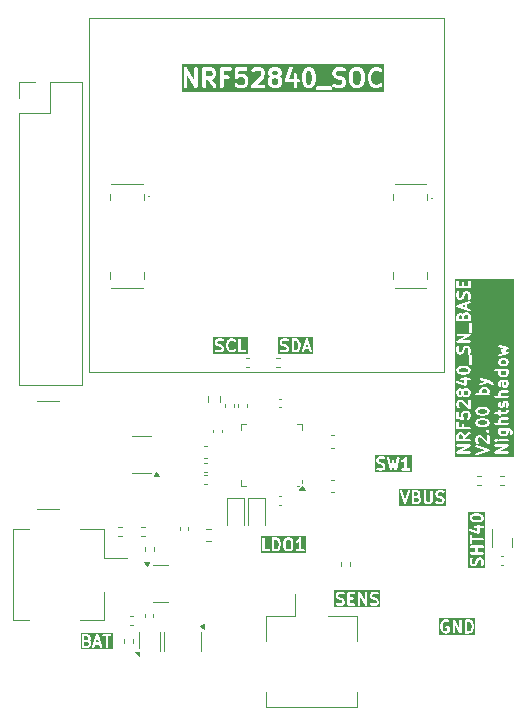
<source format=gbr>
%TF.GenerationSoftware,KiCad,Pcbnew,9.0.4-9.0.4-0~ubuntu24.04.1*%
%TF.CreationDate,2025-09-20T20:46:36+02:00*%
%TF.ProjectId,Sensor_Node_Base,53656e73-6f72-45f4-9e6f-64655f426173,rev?*%
%TF.SameCoordinates,Original*%
%TF.FileFunction,Legend,Top*%
%TF.FilePolarity,Positive*%
%FSLAX46Y46*%
G04 Gerber Fmt 4.6, Leading zero omitted, Abs format (unit mm)*
G04 Created by KiCad (PCBNEW 9.0.4-9.0.4-0~ubuntu24.04.1) date 2025-09-20 20:46:36*
%MOMM*%
%LPD*%
G01*
G04 APERTURE LIST*
%ADD10C,0.200000*%
%ADD11C,0.300000*%
%ADD12C,0.120000*%
%ADD13C,0.100000*%
%ADD14C,0.050000*%
G04 APERTURE END LIST*
D10*
G36*
X144156129Y-124002240D02*
G01*
X144223202Y-124069313D01*
X144258654Y-124140218D01*
X144300625Y-124308099D01*
X144300625Y-124426337D01*
X144258654Y-124594218D01*
X144223201Y-124665124D01*
X144156130Y-124732197D01*
X144051065Y-124767219D01*
X143929197Y-124767219D01*
X143929197Y-123967219D01*
X144051065Y-123967219D01*
X144156129Y-124002240D01*
G37*
G36*
X145246150Y-123997023D02*
G01*
X145310329Y-124061202D01*
X145348244Y-124212861D01*
X145348244Y-124521575D01*
X145310328Y-124673235D01*
X145246152Y-124737413D01*
X145186542Y-124767219D01*
X145043280Y-124767219D01*
X144983670Y-124737414D01*
X144919493Y-124673236D01*
X144881578Y-124521575D01*
X144881578Y-124212862D01*
X144919493Y-124061202D01*
X144983672Y-123997023D01*
X145043280Y-123967219D01*
X145186542Y-123967219D01*
X145246150Y-123997023D01*
G37*
G36*
X146609815Y-125078330D02*
G01*
X142808562Y-125078330D01*
X142808562Y-123867219D01*
X142919673Y-123867219D01*
X142919673Y-124867219D01*
X142921594Y-124886728D01*
X142936526Y-124922776D01*
X142964116Y-124950366D01*
X143000164Y-124965298D01*
X143019673Y-124967219D01*
X143495863Y-124967219D01*
X143515372Y-124965298D01*
X143551420Y-124950366D01*
X143579010Y-124922776D01*
X143593942Y-124886728D01*
X143593942Y-124847710D01*
X143579010Y-124811662D01*
X143551420Y-124784072D01*
X143515372Y-124769140D01*
X143495863Y-124767219D01*
X143119673Y-124767219D01*
X143119673Y-123867219D01*
X143729197Y-123867219D01*
X143729197Y-124867219D01*
X143731118Y-124886728D01*
X143746050Y-124922776D01*
X143773640Y-124950366D01*
X143809688Y-124965298D01*
X143829197Y-124967219D01*
X144067292Y-124967219D01*
X144077165Y-124966246D01*
X144079799Y-124966434D01*
X144083262Y-124965646D01*
X144086801Y-124965298D01*
X144089243Y-124964286D01*
X144098915Y-124962087D01*
X144241771Y-124914468D01*
X144259672Y-124906477D01*
X144262387Y-124904122D01*
X144265707Y-124902747D01*
X144280860Y-124890310D01*
X144376098Y-124795071D01*
X144382390Y-124787404D01*
X144384387Y-124785673D01*
X144386280Y-124782665D01*
X144388535Y-124779918D01*
X144389546Y-124777476D01*
X144394830Y-124769082D01*
X144442449Y-124673845D01*
X144442995Y-124672416D01*
X144443425Y-124671837D01*
X144446346Y-124663660D01*
X144449455Y-124655536D01*
X144449506Y-124654815D01*
X144450020Y-124653377D01*
X144497639Y-124462901D01*
X144498139Y-124459519D01*
X144498704Y-124458156D01*
X144499427Y-124450805D01*
X144500507Y-124443508D01*
X144500289Y-124442049D01*
X144500625Y-124438647D01*
X144500625Y-124295790D01*
X144500289Y-124292387D01*
X144500507Y-124290929D01*
X144499427Y-124283631D01*
X144498704Y-124276281D01*
X144498139Y-124274917D01*
X144497639Y-124271536D01*
X144479893Y-124200552D01*
X144681578Y-124200552D01*
X144681578Y-124533885D01*
X144681913Y-124537287D01*
X144681696Y-124538746D01*
X144682775Y-124546043D01*
X144683499Y-124553394D01*
X144684063Y-124554757D01*
X144684564Y-124558139D01*
X144732183Y-124748614D01*
X144738778Y-124767075D01*
X144743203Y-124773047D01*
X144746049Y-124779918D01*
X144758486Y-124795071D01*
X144853724Y-124890311D01*
X144861392Y-124896604D01*
X144863123Y-124898600D01*
X144866130Y-124900493D01*
X144868877Y-124902747D01*
X144871317Y-124903757D01*
X144879714Y-124909043D01*
X144974951Y-124956662D01*
X144993260Y-124963668D01*
X144996843Y-124963922D01*
X145000164Y-124965298D01*
X145019673Y-124967219D01*
X145210149Y-124967219D01*
X145229658Y-124965298D01*
X145232978Y-124963922D01*
X145236562Y-124963668D01*
X145254870Y-124956662D01*
X145350108Y-124909043D01*
X145358503Y-124903758D01*
X145360945Y-124902747D01*
X145363692Y-124900491D01*
X145366698Y-124898600D01*
X145368428Y-124896605D01*
X145376098Y-124890310D01*
X145471336Y-124795071D01*
X145483773Y-124779918D01*
X145486618Y-124773047D01*
X145491044Y-124767075D01*
X145497639Y-124748615D01*
X145545258Y-124558139D01*
X145545758Y-124554757D01*
X145546323Y-124553394D01*
X145547046Y-124546043D01*
X145548126Y-124538746D01*
X145547908Y-124537287D01*
X145548244Y-124533885D01*
X145548244Y-124200552D01*
X145547908Y-124197149D01*
X145548126Y-124195691D01*
X145547046Y-124188393D01*
X145546323Y-124181043D01*
X145545758Y-124179679D01*
X145545258Y-124176298D01*
X145536290Y-124140426D01*
X145729982Y-124140426D01*
X145732748Y-124179346D01*
X145750197Y-124214245D01*
X145779674Y-124239809D01*
X145816690Y-124252148D01*
X145855610Y-124249382D01*
X145873918Y-124242376D01*
X145969156Y-124194757D01*
X145977552Y-124189471D01*
X145979992Y-124188461D01*
X145982738Y-124186207D01*
X145985746Y-124184314D01*
X145987475Y-124182319D01*
X145995146Y-124176025D01*
X146014911Y-124156260D01*
X146014911Y-124767219D01*
X145829197Y-124767219D01*
X145809688Y-124769140D01*
X145773640Y-124784072D01*
X145746050Y-124811662D01*
X145731118Y-124847710D01*
X145731118Y-124886728D01*
X145746050Y-124922776D01*
X145773640Y-124950366D01*
X145809688Y-124965298D01*
X145829197Y-124967219D01*
X146400625Y-124967219D01*
X146420134Y-124965298D01*
X146456182Y-124950366D01*
X146483772Y-124922776D01*
X146498704Y-124886728D01*
X146498704Y-124847710D01*
X146483772Y-124811662D01*
X146456182Y-124784072D01*
X146420134Y-124769140D01*
X146400625Y-124767219D01*
X146214911Y-124767219D01*
X146214911Y-123867219D01*
X146214904Y-123867148D01*
X146214911Y-123867114D01*
X146214890Y-123867012D01*
X146212990Y-123847710D01*
X146209200Y-123838561D01*
X146207259Y-123828854D01*
X146201807Y-123820713D01*
X146198058Y-123811662D01*
X146191058Y-123804662D01*
X146185548Y-123796434D01*
X146177393Y-123790997D01*
X146170468Y-123784072D01*
X146161324Y-123780284D01*
X146153083Y-123774790D01*
X146143469Y-123772888D01*
X146134420Y-123769140D01*
X146124519Y-123769140D01*
X146114807Y-123767219D01*
X146105202Y-123769140D01*
X146095402Y-123769140D01*
X146086253Y-123772929D01*
X146076546Y-123774871D01*
X146068405Y-123780322D01*
X146059354Y-123784072D01*
X146052354Y-123791071D01*
X146044126Y-123796582D01*
X146031837Y-123811588D01*
X146031764Y-123811662D01*
X146031750Y-123811694D01*
X146031706Y-123811749D01*
X145941962Y-123946365D01*
X145865198Y-124023128D01*
X145784476Y-124063490D01*
X145767885Y-124073933D01*
X145742321Y-124103410D01*
X145729982Y-124140426D01*
X145536290Y-124140426D01*
X145497639Y-123985822D01*
X145491044Y-123967362D01*
X145486617Y-123961387D01*
X145483772Y-123954519D01*
X145471336Y-123939365D01*
X145376098Y-123844127D01*
X145368427Y-123837832D01*
X145366698Y-123835838D01*
X145363690Y-123833944D01*
X145360944Y-123831691D01*
X145358504Y-123830680D01*
X145350108Y-123825395D01*
X145254870Y-123777776D01*
X145236562Y-123770770D01*
X145232978Y-123770515D01*
X145229658Y-123769140D01*
X145210149Y-123767219D01*
X145019673Y-123767219D01*
X145000164Y-123769140D01*
X144996843Y-123770515D01*
X144993260Y-123770770D01*
X144974951Y-123777776D01*
X144879714Y-123825395D01*
X144871315Y-123830681D01*
X144868878Y-123831691D01*
X144866134Y-123833942D01*
X144863123Y-123835838D01*
X144861390Y-123837835D01*
X144853724Y-123844127D01*
X144758486Y-123939365D01*
X144746050Y-123954519D01*
X144743204Y-123961387D01*
X144738778Y-123967362D01*
X144732183Y-123985823D01*
X144684564Y-124176298D01*
X144684063Y-124179679D01*
X144683499Y-124181043D01*
X144682775Y-124188393D01*
X144681696Y-124195691D01*
X144681913Y-124197149D01*
X144681578Y-124200552D01*
X144479893Y-124200552D01*
X144450020Y-124081060D01*
X144449506Y-124079621D01*
X144449455Y-124078901D01*
X144446346Y-124070776D01*
X144443425Y-124062600D01*
X144442995Y-124062020D01*
X144442449Y-124060592D01*
X144394830Y-123965355D01*
X144389543Y-123956956D01*
X144388534Y-123954519D01*
X144386282Y-123951775D01*
X144384387Y-123948764D01*
X144382389Y-123947031D01*
X144376098Y-123939365D01*
X144280860Y-123844127D01*
X144265706Y-123831691D01*
X144262387Y-123830316D01*
X144259672Y-123827961D01*
X144241771Y-123819970D01*
X144098915Y-123772351D01*
X144089243Y-123770151D01*
X144086801Y-123769140D01*
X144083262Y-123768791D01*
X144079799Y-123768004D01*
X144077165Y-123768191D01*
X144067292Y-123767219D01*
X143829197Y-123767219D01*
X143809688Y-123769140D01*
X143773640Y-123784072D01*
X143746050Y-123811662D01*
X143731118Y-123847710D01*
X143729197Y-123867219D01*
X143119673Y-123867219D01*
X143117752Y-123847710D01*
X143102820Y-123811662D01*
X143075230Y-123784072D01*
X143039182Y-123769140D01*
X143000164Y-123769140D01*
X142964116Y-123784072D01*
X142936526Y-123811662D01*
X142921594Y-123847710D01*
X142919673Y-123867219D01*
X142808562Y-123867219D01*
X142808562Y-123656108D01*
X146609815Y-123656108D01*
X146609815Y-125078330D01*
G37*
D11*
G36*
X144192799Y-84938392D02*
G01*
X144229803Y-84975396D01*
X144274510Y-85064810D01*
X144274510Y-85279703D01*
X144229802Y-85369117D01*
X144192799Y-85406121D01*
X144103386Y-85450828D01*
X143888491Y-85450828D01*
X143799077Y-85406121D01*
X143762072Y-85369116D01*
X143717367Y-85279704D01*
X143717367Y-85064809D01*
X143762073Y-84975395D01*
X143799077Y-84938392D01*
X143888491Y-84893685D01*
X144103385Y-84893685D01*
X144192799Y-84938392D01*
G37*
G36*
X144192799Y-84295535D02*
G01*
X144229803Y-84332539D01*
X144274510Y-84421952D01*
X144274510Y-84422560D01*
X144229802Y-84511974D01*
X144192799Y-84548978D01*
X144103386Y-84593685D01*
X143888491Y-84593685D01*
X143799077Y-84548978D01*
X143762072Y-84511973D01*
X143717367Y-84422561D01*
X143717367Y-84421951D01*
X143762072Y-84332540D01*
X143799077Y-84295535D01*
X143888491Y-84250828D01*
X144103385Y-84250828D01*
X144192799Y-84295535D01*
G37*
G36*
X146978513Y-84295535D02*
G01*
X147015517Y-84332539D01*
X147068695Y-84438897D01*
X147131652Y-84690721D01*
X147131652Y-85010935D01*
X147068695Y-85262759D01*
X147015516Y-85369117D01*
X146978511Y-85406122D01*
X146889099Y-85450828D01*
X146817062Y-85450828D01*
X146727648Y-85406121D01*
X146690644Y-85369117D01*
X146637463Y-85262757D01*
X146574509Y-85010936D01*
X146574509Y-84690720D01*
X146637463Y-84438898D01*
X146690644Y-84332538D01*
X146727648Y-84295535D01*
X146817062Y-84250828D01*
X146889099Y-84250828D01*
X146978513Y-84295535D01*
G37*
G36*
X151121368Y-84295535D02*
G01*
X151217634Y-84391801D01*
X151274508Y-84619292D01*
X151274508Y-85082363D01*
X151217634Y-85309854D01*
X151121367Y-85406122D01*
X151031955Y-85450828D01*
X150817061Y-85450828D01*
X150727647Y-85406121D01*
X150631380Y-85309854D01*
X150574508Y-85082364D01*
X150574508Y-84619291D01*
X150631380Y-84391802D01*
X150727647Y-84295534D01*
X150817061Y-84250828D01*
X151031955Y-84250828D01*
X151121368Y-84295535D01*
G37*
G36*
X138621372Y-84295535D02*
G01*
X138658376Y-84332539D01*
X138703082Y-84421951D01*
X138703082Y-84565418D01*
X138658375Y-84654831D01*
X138621370Y-84691836D01*
X138531958Y-84736542D01*
X138145939Y-84736542D01*
X138145939Y-84250828D01*
X138531958Y-84250828D01*
X138621372Y-84295535D01*
G37*
G36*
X153238293Y-86060352D02*
G01*
X136107843Y-86060352D01*
X136107843Y-84100828D01*
X136274510Y-84100828D01*
X136274510Y-85600828D01*
X136277392Y-85630092D01*
X136299790Y-85684164D01*
X136341174Y-85725548D01*
X136395246Y-85747946D01*
X136453774Y-85747946D01*
X136507846Y-85725548D01*
X136549230Y-85684164D01*
X136571628Y-85630092D01*
X136574510Y-85600828D01*
X136574510Y-84665661D01*
X137151417Y-85675249D01*
X137155794Y-85681416D01*
X137156933Y-85684164D01*
X137159732Y-85686963D01*
X137168438Y-85699227D01*
X137184211Y-85711442D01*
X137198317Y-85725548D01*
X137207150Y-85729206D01*
X137214712Y-85735063D01*
X137233960Y-85740312D01*
X137252389Y-85747946D01*
X137261951Y-85747946D01*
X137271176Y-85750462D01*
X137290967Y-85747946D01*
X137310917Y-85747946D01*
X137319750Y-85744286D01*
X137329236Y-85743081D01*
X137346558Y-85733182D01*
X137364989Y-85725548D01*
X137371749Y-85718787D01*
X137380052Y-85714043D01*
X137392265Y-85698271D01*
X137406373Y-85684164D01*
X137410032Y-85675328D01*
X137415887Y-85667769D01*
X137421135Y-85648524D01*
X137428771Y-85630092D01*
X137430244Y-85615127D01*
X137431287Y-85611306D01*
X137430911Y-85608354D01*
X137431653Y-85600828D01*
X137431653Y-84100828D01*
X137845939Y-84100828D01*
X137845939Y-85600828D01*
X137848821Y-85630092D01*
X137871219Y-85684164D01*
X137912603Y-85725548D01*
X137966675Y-85747946D01*
X138025203Y-85747946D01*
X138079275Y-85725548D01*
X138120659Y-85684164D01*
X138143057Y-85630092D01*
X138145939Y-85600828D01*
X138145939Y-85036542D01*
X138274984Y-85036542D01*
X138730197Y-85686847D01*
X138749340Y-85709169D01*
X138798697Y-85740622D01*
X138856333Y-85750793D01*
X138913475Y-85738134D01*
X138961423Y-85704570D01*
X138992876Y-85655213D01*
X139003047Y-85597577D01*
X138990388Y-85540435D01*
X138975967Y-85514809D01*
X138631015Y-85022020D01*
X138634450Y-85020706D01*
X138777307Y-84949278D01*
X138789900Y-84941350D01*
X138793560Y-84939835D01*
X138797679Y-84936453D01*
X138802193Y-84933613D01*
X138804789Y-84930619D01*
X138816291Y-84921180D01*
X138887720Y-84849751D01*
X138897161Y-84838246D01*
X138900153Y-84835652D01*
X138902991Y-84831142D01*
X138906375Y-84827020D01*
X138907891Y-84823358D01*
X138915818Y-84810767D01*
X138987246Y-84667909D01*
X138997756Y-84640446D01*
X138998137Y-84635070D01*
X139000200Y-84630092D01*
X139003082Y-84600828D01*
X139003082Y-84386542D01*
X139000200Y-84357278D01*
X138998137Y-84352299D01*
X138997756Y-84346924D01*
X138987246Y-84319461D01*
X138915818Y-84176603D01*
X138907889Y-84164008D01*
X138906374Y-84160349D01*
X138902992Y-84156228D01*
X138900153Y-84151718D01*
X138897161Y-84149123D01*
X138887719Y-84137618D01*
X138850928Y-84100828D01*
X139345939Y-84100828D01*
X139345939Y-85600828D01*
X139348821Y-85630092D01*
X139371219Y-85684164D01*
X139412603Y-85725548D01*
X139466675Y-85747946D01*
X139525203Y-85747946D01*
X139579275Y-85725548D01*
X139620659Y-85684164D01*
X139643057Y-85630092D01*
X139645939Y-85600828D01*
X139645939Y-84965114D01*
X139995939Y-84965114D01*
X140025203Y-84962232D01*
X140079275Y-84939834D01*
X140120659Y-84898450D01*
X140143057Y-84844378D01*
X140143057Y-84829594D01*
X140560925Y-84829594D01*
X140563107Y-84836825D01*
X140563107Y-84844378D01*
X140571498Y-84864637D01*
X140577832Y-84885626D01*
X140582613Y-84891470D01*
X140585505Y-84898450D01*
X140601009Y-84913953D01*
X140614893Y-84930923D01*
X140621549Y-84934494D01*
X140626891Y-84939835D01*
X140647145Y-84948224D01*
X140666468Y-84958590D01*
X140673985Y-84959341D01*
X140680963Y-84962232D01*
X140702886Y-84962232D01*
X140724705Y-84964414D01*
X140731936Y-84962232D01*
X140739489Y-84962232D01*
X140759748Y-84953840D01*
X140780737Y-84947507D01*
X140786581Y-84942725D01*
X140793561Y-84939834D01*
X140816292Y-84921179D01*
X140870508Y-84866962D01*
X140959920Y-84822257D01*
X141246244Y-84822257D01*
X141335657Y-84866963D01*
X141372660Y-84903967D01*
X141417368Y-84993381D01*
X141417368Y-85279703D01*
X141372660Y-85369117D01*
X141335657Y-85406121D01*
X141246244Y-85450828D01*
X140959920Y-85450828D01*
X140870508Y-85406122D01*
X140816292Y-85351906D01*
X140793561Y-85333251D01*
X140739489Y-85310853D01*
X140680963Y-85310853D01*
X140626891Y-85333250D01*
X140585505Y-85374635D01*
X140563107Y-85428707D01*
X140563107Y-85487233D01*
X140585504Y-85541305D01*
X140604158Y-85564036D01*
X140675586Y-85635465D01*
X140687088Y-85644904D01*
X140689686Y-85647900D01*
X140694200Y-85650741D01*
X140698317Y-85654120D01*
X140701975Y-85655635D01*
X140714572Y-85663564D01*
X140857430Y-85734993D01*
X140884893Y-85745502D01*
X140890268Y-85745883D01*
X140895247Y-85747946D01*
X140924511Y-85750828D01*
X141281653Y-85750828D01*
X141310917Y-85747946D01*
X141315895Y-85745883D01*
X141321271Y-85745502D01*
X141348734Y-85734992D01*
X141491593Y-85663564D01*
X141504187Y-85655635D01*
X141507847Y-85654120D01*
X141511967Y-85650738D01*
X141516478Y-85647899D01*
X141519072Y-85644907D01*
X141530578Y-85635465D01*
X141594477Y-85571565D01*
X141920249Y-85571565D01*
X141920249Y-85630091D01*
X141942646Y-85684163D01*
X141984032Y-85725549D01*
X142014415Y-85738134D01*
X142038103Y-85747946D01*
X142067367Y-85750828D01*
X142995939Y-85750828D01*
X143025203Y-85747946D01*
X143079275Y-85725548D01*
X143120659Y-85684164D01*
X143143057Y-85630092D01*
X143143057Y-85571564D01*
X143120659Y-85517492D01*
X143079275Y-85476108D01*
X143025203Y-85453710D01*
X142995939Y-85450828D01*
X142429499Y-85450828D01*
X143030576Y-84849751D01*
X143049231Y-84827021D01*
X143051294Y-84822039D01*
X143054824Y-84817970D01*
X143066812Y-84791120D01*
X143138241Y-84576835D01*
X143141540Y-84562325D01*
X143143057Y-84558664D01*
X143143579Y-84553355D01*
X143144761Y-84548161D01*
X143144480Y-84544211D01*
X143145939Y-84529400D01*
X143145939Y-84386542D01*
X143417367Y-84386542D01*
X143417367Y-84457971D01*
X143420249Y-84487235D01*
X143422311Y-84492213D01*
X143422693Y-84497589D01*
X143433203Y-84525053D01*
X143504631Y-84667910D01*
X143512558Y-84680503D01*
X143514074Y-84684163D01*
X143517455Y-84688282D01*
X143520296Y-84692796D01*
X143523289Y-84695392D01*
X143532729Y-84706894D01*
X143569520Y-84743685D01*
X143532730Y-84780475D01*
X143523287Y-84791980D01*
X143520296Y-84794575D01*
X143517456Y-84799085D01*
X143514075Y-84803206D01*
X143512559Y-84806865D01*
X143504631Y-84819460D01*
X143433203Y-84962319D01*
X143422693Y-84989782D01*
X143422311Y-84995157D01*
X143420249Y-85000136D01*
X143417367Y-85029400D01*
X143417367Y-85315114D01*
X143420249Y-85344378D01*
X143422311Y-85349356D01*
X143422693Y-85354732D01*
X143433203Y-85382196D01*
X143504631Y-85525053D01*
X143512558Y-85537646D01*
X143514074Y-85541306D01*
X143517455Y-85545425D01*
X143520296Y-85549939D01*
X143523289Y-85552535D01*
X143532729Y-85564037D01*
X143604158Y-85635466D01*
X143615662Y-85644907D01*
X143618257Y-85647899D01*
X143622766Y-85650737D01*
X143626889Y-85654121D01*
X143630550Y-85655637D01*
X143643142Y-85663564D01*
X143786000Y-85734992D01*
X143813463Y-85745502D01*
X143818838Y-85745883D01*
X143823817Y-85747946D01*
X143853081Y-85750828D01*
X144138795Y-85750828D01*
X144168059Y-85747946D01*
X144173037Y-85745883D01*
X144178413Y-85745502D01*
X144205876Y-85734992D01*
X144348735Y-85663564D01*
X144361329Y-85655635D01*
X144364989Y-85654120D01*
X144369109Y-85650738D01*
X144373620Y-85647899D01*
X144376214Y-85644907D01*
X144387720Y-85635465D01*
X144459148Y-85564036D01*
X144468586Y-85552535D01*
X144471580Y-85549939D01*
X144474420Y-85545426D01*
X144477802Y-85541306D01*
X144479317Y-85537646D01*
X144487245Y-85525053D01*
X144558674Y-85382197D01*
X144569183Y-85354733D01*
X144569564Y-85349358D01*
X144571628Y-85344378D01*
X144574510Y-85315114D01*
X144574510Y-85082067D01*
X144847116Y-85082067D01*
X144848820Y-85106044D01*
X144848820Y-85130092D01*
X144850882Y-85135072D01*
X144851265Y-85140448D01*
X144862017Y-85161952D01*
X144871218Y-85184164D01*
X144875028Y-85187974D01*
X144877439Y-85192795D01*
X144895600Y-85208546D01*
X144912602Y-85225548D01*
X144917581Y-85227610D01*
X144921653Y-85231142D01*
X144944459Y-85238744D01*
X144966674Y-85247946D01*
X144974325Y-85248699D01*
X144977177Y-85249650D01*
X144981126Y-85249369D01*
X144995938Y-85250828D01*
X145560224Y-85250828D01*
X145560224Y-85600828D01*
X145563106Y-85630092D01*
X145585504Y-85684164D01*
X145626888Y-85725548D01*
X145680960Y-85747946D01*
X145739488Y-85747946D01*
X145793560Y-85725548D01*
X145834944Y-85684164D01*
X145857342Y-85630092D01*
X145860224Y-85600828D01*
X145860224Y-85250828D01*
X145924509Y-85250828D01*
X145953773Y-85247946D01*
X146007845Y-85225548D01*
X146049229Y-85184164D01*
X146071627Y-85130092D01*
X146071627Y-85071564D01*
X146049229Y-85017492D01*
X146007845Y-84976108D01*
X145953773Y-84953710D01*
X145924509Y-84950828D01*
X145860224Y-84950828D01*
X145860224Y-84672257D01*
X146274509Y-84672257D01*
X146274509Y-85029400D01*
X146275011Y-85034503D01*
X146274686Y-85036691D01*
X146276305Y-85047641D01*
X146277391Y-85058664D01*
X146278238Y-85060708D01*
X146278988Y-85065780D01*
X146350416Y-85351494D01*
X146351187Y-85353652D01*
X146351264Y-85354733D01*
X146355922Y-85366907D01*
X146360309Y-85379185D01*
X146360953Y-85380055D01*
X146361773Y-85382196D01*
X146433202Y-85525053D01*
X146441129Y-85537646D01*
X146442645Y-85541306D01*
X146446026Y-85545425D01*
X146448867Y-85549939D01*
X146451860Y-85552535D01*
X146461300Y-85564037D01*
X146532729Y-85635466D01*
X146544233Y-85644907D01*
X146546828Y-85647899D01*
X146551337Y-85650737D01*
X146555460Y-85654121D01*
X146559121Y-85655637D01*
X146571713Y-85663564D01*
X146714571Y-85734992D01*
X146742034Y-85745502D01*
X146747409Y-85745883D01*
X146752388Y-85747946D01*
X146781652Y-85750828D01*
X146924509Y-85750828D01*
X146953773Y-85747946D01*
X146958751Y-85745883D01*
X146964127Y-85745502D01*
X146991591Y-85734992D01*
X147032733Y-85714421D01*
X147420248Y-85714421D01*
X147420248Y-85772949D01*
X147442646Y-85827021D01*
X147484030Y-85868405D01*
X147538102Y-85890803D01*
X147567366Y-85893685D01*
X148710223Y-85893685D01*
X148739487Y-85890803D01*
X148793559Y-85868405D01*
X148834943Y-85827021D01*
X148857341Y-85772949D01*
X148857341Y-85714421D01*
X148834943Y-85660349D01*
X148793559Y-85618965D01*
X148739487Y-85596567D01*
X148710223Y-85593685D01*
X147567366Y-85593685D01*
X147538102Y-85596567D01*
X147484030Y-85618965D01*
X147442646Y-85660349D01*
X147420248Y-85714421D01*
X147032733Y-85714421D01*
X147134448Y-85663564D01*
X147147041Y-85655636D01*
X147150701Y-85654121D01*
X147154820Y-85650739D01*
X147159334Y-85647899D01*
X147161930Y-85644905D01*
X147173432Y-85635466D01*
X147244861Y-85564037D01*
X147254302Y-85552532D01*
X147257294Y-85549938D01*
X147260132Y-85545428D01*
X147263516Y-85541306D01*
X147265032Y-85537644D01*
X147272959Y-85525053D01*
X147344387Y-85382195D01*
X147345204Y-85380058D01*
X147345851Y-85379186D01*
X147350240Y-85366899D01*
X147354897Y-85354732D01*
X147354973Y-85353650D01*
X147355744Y-85351495D01*
X147427173Y-85065781D01*
X147427923Y-85060708D01*
X147428770Y-85058664D01*
X147429855Y-85047644D01*
X147431475Y-85036692D01*
X147431149Y-85034503D01*
X147431652Y-85029400D01*
X147431652Y-84672257D01*
X147431149Y-84667153D01*
X147431475Y-84664965D01*
X147429855Y-84654012D01*
X147428770Y-84642993D01*
X147427923Y-84640948D01*
X147427173Y-84635876D01*
X147364839Y-84386542D01*
X148845937Y-84386542D01*
X148845937Y-84529400D01*
X148848819Y-84558664D01*
X148850881Y-84563642D01*
X148851263Y-84569018D01*
X148861773Y-84596482D01*
X148933201Y-84739339D01*
X148941129Y-84751934D01*
X148942645Y-84755593D01*
X148946024Y-84759710D01*
X148948866Y-84764225D01*
X148951860Y-84766821D01*
X148961300Y-84778324D01*
X149032729Y-84849752D01*
X149044229Y-84859190D01*
X149046826Y-84862184D01*
X149051338Y-84865024D01*
X149055459Y-84868406D01*
X149059118Y-84869921D01*
X149071712Y-84877849D01*
X149214568Y-84949278D01*
X149216710Y-84950097D01*
X149217580Y-84950742D01*
X149229851Y-84955126D01*
X149242032Y-84959787D01*
X149243112Y-84959863D01*
X149245271Y-84960635D01*
X149515009Y-85028069D01*
X149621368Y-85081248D01*
X149658372Y-85118253D01*
X149703080Y-85207667D01*
X149703080Y-85279703D01*
X149658372Y-85369117D01*
X149621369Y-85406121D01*
X149531956Y-85450828D01*
X149234566Y-85450828D01*
X149043371Y-85387097D01*
X149014697Y-85380577D01*
X148956317Y-85384727D01*
X148903970Y-85410901D01*
X148865622Y-85455115D01*
X148847114Y-85510640D01*
X148851264Y-85569020D01*
X148877438Y-85621367D01*
X148921652Y-85659715D01*
X148948503Y-85671703D01*
X149162789Y-85743131D01*
X149177301Y-85746430D01*
X149180959Y-85747946D01*
X149186261Y-85748468D01*
X149191463Y-85749651D01*
X149195417Y-85749369D01*
X149210223Y-85750828D01*
X149567365Y-85750828D01*
X149596629Y-85747946D01*
X149601607Y-85745883D01*
X149606983Y-85745502D01*
X149634446Y-85734992D01*
X149777305Y-85663564D01*
X149789899Y-85655635D01*
X149793559Y-85654120D01*
X149797679Y-85650738D01*
X149802190Y-85647899D01*
X149804784Y-85644907D01*
X149816290Y-85635465D01*
X149887718Y-85564036D01*
X149897156Y-85552535D01*
X149900150Y-85549939D01*
X149902990Y-85545426D01*
X149906372Y-85541306D01*
X149907887Y-85537646D01*
X149915815Y-85525053D01*
X149987244Y-85382197D01*
X149997753Y-85354733D01*
X149998134Y-85349358D01*
X150000198Y-85344378D01*
X150003080Y-85315114D01*
X150003080Y-85172257D01*
X150000198Y-85142993D01*
X149998134Y-85138012D01*
X149997753Y-85132638D01*
X149987244Y-85105174D01*
X149915815Y-84962318D01*
X149907887Y-84949724D01*
X149906372Y-84946065D01*
X149902990Y-84941944D01*
X149900150Y-84937432D01*
X149897156Y-84934835D01*
X149887718Y-84923335D01*
X149816290Y-84851906D01*
X149804787Y-84842466D01*
X149802191Y-84839472D01*
X149797676Y-84836630D01*
X149793559Y-84833251D01*
X149789900Y-84831735D01*
X149777305Y-84823807D01*
X149634447Y-84752378D01*
X149632306Y-84751558D01*
X149631436Y-84750914D01*
X149619180Y-84746535D01*
X149606984Y-84741868D01*
X149605900Y-84741791D01*
X149603745Y-84741021D01*
X149334007Y-84673586D01*
X149227647Y-84620406D01*
X149208069Y-84600828D01*
X150274508Y-84600828D01*
X150274508Y-85100828D01*
X150275010Y-85105931D01*
X150274685Y-85108119D01*
X150276304Y-85119069D01*
X150277390Y-85130092D01*
X150278237Y-85132136D01*
X150278987Y-85137208D01*
X150350415Y-85422922D01*
X150360308Y-85450613D01*
X150366947Y-85459573D01*
X150371215Y-85469877D01*
X150389870Y-85492608D01*
X150532728Y-85635466D01*
X150544232Y-85644907D01*
X150546827Y-85647899D01*
X150551336Y-85650737D01*
X150555459Y-85654121D01*
X150559120Y-85655637D01*
X150571712Y-85663564D01*
X150714570Y-85734992D01*
X150742033Y-85745502D01*
X150747408Y-85745883D01*
X150752387Y-85747946D01*
X150781651Y-85750828D01*
X151067365Y-85750828D01*
X151096629Y-85747946D01*
X151101607Y-85745883D01*
X151106983Y-85745502D01*
X151134447Y-85734992D01*
X151277304Y-85663564D01*
X151289895Y-85655637D01*
X151293558Y-85654121D01*
X151297680Y-85650737D01*
X151302190Y-85647899D01*
X151304785Y-85644906D01*
X151316288Y-85635466D01*
X151459145Y-85492608D01*
X151477800Y-85469877D01*
X151482066Y-85459575D01*
X151488707Y-85450614D01*
X151498600Y-85422923D01*
X151570029Y-85137209D01*
X151570779Y-85132136D01*
X151571626Y-85130092D01*
X151572711Y-85119072D01*
X151574331Y-85108120D01*
X151574005Y-85105931D01*
X151574508Y-85100828D01*
X151574508Y-84743685D01*
X151845937Y-84743685D01*
X151845937Y-84957971D01*
X151846439Y-84963074D01*
X151846114Y-84965262D01*
X151847733Y-84976212D01*
X151848819Y-84987235D01*
X151849666Y-84989279D01*
X151850416Y-84994351D01*
X151921844Y-85280065D01*
X151922615Y-85282223D01*
X151922692Y-85283304D01*
X151927350Y-85295478D01*
X151931737Y-85307756D01*
X151932381Y-85308626D01*
X151933201Y-85310767D01*
X152004630Y-85453624D01*
X152012557Y-85466217D01*
X152014073Y-85469877D01*
X152017454Y-85473996D01*
X152020295Y-85478510D01*
X152023288Y-85481106D01*
X152032728Y-85492608D01*
X152175585Y-85635466D01*
X152198315Y-85654121D01*
X152203294Y-85656183D01*
X152207366Y-85659715D01*
X152234217Y-85671703D01*
X152448503Y-85743131D01*
X152463015Y-85746430D01*
X152466673Y-85747946D01*
X152471975Y-85748468D01*
X152477177Y-85749651D01*
X152481131Y-85749369D01*
X152495937Y-85750828D01*
X152638794Y-85750828D01*
X152653599Y-85749369D01*
X152657554Y-85749651D01*
X152662755Y-85748468D01*
X152668058Y-85747946D01*
X152671715Y-85746430D01*
X152686228Y-85743131D01*
X152900514Y-85671703D01*
X152927365Y-85659715D01*
X152931438Y-85656181D01*
X152936416Y-85654120D01*
X152959147Y-85635465D01*
X153030575Y-85564036D01*
X153049229Y-85541306D01*
X153071626Y-85487233D01*
X153071625Y-85428707D01*
X153049228Y-85374635D01*
X153007842Y-85333250D01*
X152953770Y-85310853D01*
X152895244Y-85310854D01*
X152841172Y-85333251D01*
X152818441Y-85351906D01*
X152772053Y-85398294D01*
X152614451Y-85450828D01*
X152520280Y-85450828D01*
X152362677Y-85398294D01*
X152262072Y-85297688D01*
X152208891Y-85191328D01*
X152145937Y-84939507D01*
X152145937Y-84762148D01*
X152208891Y-84510327D01*
X152262072Y-84403967D01*
X152362678Y-84303361D01*
X152520280Y-84250828D01*
X152614454Y-84250828D01*
X152772052Y-84303361D01*
X152818442Y-84349751D01*
X152841172Y-84368406D01*
X152895245Y-84390802D01*
X152953771Y-84390802D01*
X153007843Y-84368406D01*
X153049229Y-84327020D01*
X153071625Y-84272948D01*
X153071625Y-84214422D01*
X153049229Y-84160349D01*
X153030574Y-84137619D01*
X152959146Y-84066191D01*
X152936415Y-84047536D01*
X152931435Y-84045473D01*
X152927365Y-84041943D01*
X152900514Y-84029954D01*
X152686228Y-83958526D01*
X152671720Y-83955227D01*
X152668058Y-83953710D01*
X152662749Y-83953187D01*
X152657555Y-83952006D01*
X152653605Y-83952286D01*
X152638794Y-83950828D01*
X152495937Y-83950828D01*
X152481125Y-83952286D01*
X152477176Y-83952006D01*
X152471981Y-83953187D01*
X152466673Y-83953710D01*
X152463011Y-83955226D01*
X152448502Y-83958526D01*
X152234217Y-84029955D01*
X152207366Y-84041943D01*
X152203296Y-84045472D01*
X152198315Y-84047536D01*
X152175585Y-84066191D01*
X152032728Y-84209048D01*
X152023288Y-84220549D01*
X152020295Y-84223146D01*
X152017454Y-84227659D01*
X152014073Y-84231779D01*
X152012557Y-84235438D01*
X152004630Y-84248032D01*
X151933201Y-84390889D01*
X151932381Y-84393029D01*
X151931737Y-84393900D01*
X151927350Y-84406177D01*
X151922692Y-84418352D01*
X151922615Y-84419432D01*
X151921844Y-84421591D01*
X151850416Y-84707305D01*
X151849666Y-84712376D01*
X151848819Y-84714421D01*
X151847733Y-84725443D01*
X151846114Y-84736394D01*
X151846439Y-84738581D01*
X151845937Y-84743685D01*
X151574508Y-84743685D01*
X151574508Y-84600828D01*
X151574005Y-84595724D01*
X151574331Y-84593536D01*
X151572711Y-84582583D01*
X151571626Y-84571564D01*
X151570779Y-84569519D01*
X151570029Y-84564447D01*
X151498600Y-84278733D01*
X151488707Y-84251042D01*
X151482067Y-84242081D01*
X151477800Y-84231778D01*
X151459145Y-84209048D01*
X151316288Y-84066191D01*
X151304786Y-84056751D01*
X151302190Y-84053758D01*
X151297676Y-84050917D01*
X151293557Y-84047536D01*
X151289897Y-84046020D01*
X151277304Y-84038093D01*
X151134447Y-83966664D01*
X151106984Y-83956155D01*
X151101609Y-83955773D01*
X151096629Y-83953710D01*
X151067365Y-83950828D01*
X150781651Y-83950828D01*
X150752387Y-83953710D01*
X150747406Y-83955773D01*
X150742032Y-83956155D01*
X150714568Y-83966664D01*
X150571712Y-84038093D01*
X150559118Y-84046020D01*
X150555459Y-84047536D01*
X150551339Y-84050917D01*
X150546826Y-84053758D01*
X150544229Y-84056752D01*
X150532728Y-84066191D01*
X150389870Y-84209048D01*
X150371215Y-84231778D01*
X150366946Y-84242083D01*
X150360308Y-84251043D01*
X150350415Y-84278734D01*
X150278987Y-84564448D01*
X150278237Y-84569519D01*
X150277390Y-84571564D01*
X150276304Y-84582586D01*
X150274685Y-84593537D01*
X150275010Y-84595724D01*
X150274508Y-84600828D01*
X149208069Y-84600828D01*
X149190642Y-84583401D01*
X149145937Y-84493990D01*
X149145937Y-84421951D01*
X149190642Y-84332540D01*
X149227647Y-84295535D01*
X149317061Y-84250828D01*
X149614454Y-84250828D01*
X149805645Y-84314559D01*
X149834319Y-84321079D01*
X149892699Y-84316930D01*
X149945046Y-84290756D01*
X149983394Y-84246542D01*
X150001902Y-84191018D01*
X149997753Y-84132638D01*
X149971579Y-84080290D01*
X149927365Y-84041943D01*
X149900514Y-84029954D01*
X149686228Y-83958526D01*
X149671720Y-83955227D01*
X149668058Y-83953710D01*
X149662749Y-83953187D01*
X149657555Y-83952006D01*
X149653605Y-83952286D01*
X149638794Y-83950828D01*
X149281651Y-83950828D01*
X149252387Y-83953710D01*
X149247406Y-83955773D01*
X149242032Y-83956155D01*
X149214568Y-83966664D01*
X149071712Y-84038093D01*
X149059118Y-84046020D01*
X149055459Y-84047536D01*
X149051338Y-84050917D01*
X149046826Y-84053758D01*
X149044229Y-84056751D01*
X149032729Y-84066190D01*
X148961300Y-84137618D01*
X148951860Y-84149120D01*
X148948866Y-84151717D01*
X148946024Y-84156231D01*
X148942645Y-84160349D01*
X148941129Y-84164007D01*
X148933201Y-84176603D01*
X148861773Y-84319460D01*
X148851263Y-84346924D01*
X148850881Y-84352299D01*
X148848819Y-84357278D01*
X148845937Y-84386542D01*
X147364839Y-84386542D01*
X147355744Y-84350162D01*
X147354973Y-84348006D01*
X147354897Y-84346924D01*
X147350237Y-84334749D01*
X147345851Y-84322470D01*
X147345204Y-84321597D01*
X147344387Y-84319461D01*
X147272959Y-84176603D01*
X147265030Y-84164008D01*
X147263515Y-84160349D01*
X147260133Y-84156228D01*
X147257294Y-84151718D01*
X147254302Y-84149123D01*
X147244860Y-84137618D01*
X147173431Y-84066190D01*
X147161931Y-84056752D01*
X147159334Y-84053758D01*
X147154817Y-84050915D01*
X147150700Y-84047536D01*
X147147043Y-84046021D01*
X147134448Y-84038093D01*
X146991591Y-83966664D01*
X146964128Y-83956155D01*
X146958753Y-83955773D01*
X146953773Y-83953710D01*
X146924509Y-83950828D01*
X146781652Y-83950828D01*
X146752388Y-83953710D01*
X146747407Y-83955773D01*
X146742033Y-83956155D01*
X146714569Y-83966664D01*
X146571713Y-84038093D01*
X146559119Y-84046020D01*
X146555460Y-84047536D01*
X146551339Y-84050917D01*
X146546827Y-84053758D01*
X146544230Y-84056751D01*
X146532730Y-84066190D01*
X146461301Y-84137618D01*
X146451861Y-84149120D01*
X146448867Y-84151717D01*
X146446025Y-84156231D01*
X146442646Y-84160349D01*
X146441130Y-84164007D01*
X146433202Y-84176603D01*
X146361773Y-84319460D01*
X146360953Y-84321600D01*
X146360309Y-84322471D01*
X146355922Y-84334748D01*
X146351264Y-84346923D01*
X146351187Y-84348003D01*
X146350416Y-84350162D01*
X146278988Y-84635877D01*
X146278238Y-84640948D01*
X146277391Y-84642993D01*
X146276305Y-84654015D01*
X146274686Y-84664966D01*
X146275011Y-84667153D01*
X146274509Y-84672257D01*
X145860224Y-84672257D01*
X145860224Y-84600828D01*
X145857342Y-84571564D01*
X145834944Y-84517492D01*
X145793560Y-84476108D01*
X145739488Y-84453710D01*
X145680960Y-84453710D01*
X145626888Y-84476108D01*
X145585504Y-84517492D01*
X145563106Y-84571564D01*
X145560224Y-84600828D01*
X145560224Y-84950828D01*
X145204051Y-84950828D01*
X145495383Y-84076835D01*
X145501903Y-84048161D01*
X145497754Y-83989781D01*
X145471580Y-83937434D01*
X145427366Y-83899086D01*
X145371841Y-83880578D01*
X145313461Y-83884727D01*
X145261114Y-83910901D01*
X145222767Y-83955115D01*
X145210778Y-83981966D01*
X144853636Y-85053394D01*
X144850337Y-85067901D01*
X144848820Y-85071564D01*
X144848820Y-85074573D01*
X144847116Y-85082067D01*
X144574510Y-85082067D01*
X144574510Y-85029400D01*
X144571628Y-85000136D01*
X144569566Y-84995158D01*
X144569184Y-84989781D01*
X144558674Y-84962318D01*
X144487245Y-84819460D01*
X144479318Y-84806868D01*
X144477802Y-84803206D01*
X144474418Y-84799083D01*
X144471580Y-84794574D01*
X144468587Y-84791978D01*
X144459147Y-84780476D01*
X144422356Y-84743685D01*
X144459148Y-84706893D01*
X144468586Y-84695392D01*
X144471580Y-84692796D01*
X144474420Y-84688283D01*
X144477802Y-84684163D01*
X144479317Y-84680503D01*
X144487245Y-84667910D01*
X144558674Y-84525054D01*
X144569183Y-84497590D01*
X144569564Y-84492215D01*
X144571628Y-84487235D01*
X144574510Y-84457971D01*
X144574510Y-84386542D01*
X144571628Y-84357278D01*
X144569564Y-84352297D01*
X144569183Y-84346923D01*
X144558674Y-84319459D01*
X144487245Y-84176603D01*
X144479318Y-84164011D01*
X144477802Y-84160349D01*
X144474418Y-84156226D01*
X144471580Y-84151717D01*
X144468587Y-84149121D01*
X144459147Y-84137619D01*
X144387719Y-84066191D01*
X144376217Y-84056751D01*
X144373621Y-84053758D01*
X144369107Y-84050917D01*
X144364988Y-84047536D01*
X144361328Y-84046020D01*
X144348735Y-84038093D01*
X144205877Y-83966664D01*
X144178414Y-83956154D01*
X144173036Y-83955771D01*
X144168059Y-83953710D01*
X144138795Y-83950828D01*
X143853081Y-83950828D01*
X143823817Y-83953710D01*
X143818836Y-83955773D01*
X143813462Y-83956155D01*
X143785998Y-83966664D01*
X143643142Y-84038093D01*
X143630548Y-84046020D01*
X143626889Y-84047536D01*
X143622768Y-84050917D01*
X143618256Y-84053758D01*
X143615659Y-84056751D01*
X143604159Y-84066190D01*
X143532730Y-84137618D01*
X143523290Y-84149120D01*
X143520296Y-84151717D01*
X143517454Y-84156231D01*
X143514075Y-84160349D01*
X143512559Y-84164007D01*
X143504631Y-84176603D01*
X143433203Y-84319460D01*
X143422693Y-84346924D01*
X143422311Y-84352299D01*
X143420249Y-84357278D01*
X143417367Y-84386542D01*
X143145939Y-84386542D01*
X143143057Y-84357278D01*
X143140993Y-84352297D01*
X143140612Y-84346923D01*
X143130103Y-84319459D01*
X143058674Y-84176603D01*
X143050747Y-84164011D01*
X143049231Y-84160349D01*
X143045847Y-84156226D01*
X143043009Y-84151717D01*
X143040016Y-84149121D01*
X143030576Y-84137619D01*
X142959148Y-84066191D01*
X142947646Y-84056751D01*
X142945050Y-84053758D01*
X142940536Y-84050917D01*
X142936417Y-84047536D01*
X142932757Y-84046020D01*
X142920164Y-84038093D01*
X142777306Y-83966664D01*
X142749843Y-83956154D01*
X142744465Y-83955771D01*
X142739488Y-83953710D01*
X142710224Y-83950828D01*
X142353082Y-83950828D01*
X142323818Y-83953710D01*
X142318840Y-83955771D01*
X142313463Y-83956154D01*
X142286000Y-83966664D01*
X142143142Y-84038093D01*
X142130550Y-84046019D01*
X142126888Y-84047536D01*
X142122765Y-84050919D01*
X142118256Y-84053758D01*
X142115660Y-84056750D01*
X142104158Y-84066191D01*
X142032730Y-84137619D01*
X142014075Y-84160350D01*
X141991678Y-84214422D01*
X141991678Y-84272948D01*
X142014075Y-84327020D01*
X142055461Y-84368406D01*
X142109533Y-84390803D01*
X142168059Y-84390803D01*
X142222131Y-84368406D01*
X142244862Y-84349751D01*
X142299078Y-84295535D01*
X142388492Y-84250828D01*
X142674814Y-84250828D01*
X142764228Y-84295535D01*
X142801232Y-84332539D01*
X142845939Y-84421952D01*
X142845939Y-84505059D01*
X142793405Y-84662657D01*
X141961301Y-85494762D01*
X141942646Y-85517493D01*
X141929943Y-85548162D01*
X141923368Y-85564036D01*
X141920249Y-85571565D01*
X141594477Y-85571565D01*
X141602006Y-85564036D01*
X141611444Y-85552535D01*
X141614438Y-85549939D01*
X141617278Y-85545426D01*
X141620660Y-85541306D01*
X141622175Y-85537646D01*
X141630103Y-85525053D01*
X141701532Y-85382197D01*
X141712041Y-85354733D01*
X141712422Y-85349358D01*
X141714486Y-85344378D01*
X141717368Y-85315114D01*
X141717368Y-84957971D01*
X141714486Y-84928707D01*
X141712422Y-84923726D01*
X141712041Y-84918352D01*
X141701532Y-84890888D01*
X141630103Y-84748032D01*
X141622175Y-84735438D01*
X141620660Y-84731779D01*
X141617278Y-84727658D01*
X141614438Y-84723146D01*
X141611444Y-84720549D01*
X141602006Y-84709049D01*
X141530578Y-84637620D01*
X141519072Y-84628177D01*
X141516478Y-84625186D01*
X141511967Y-84622346D01*
X141507847Y-84618965D01*
X141504187Y-84617449D01*
X141491593Y-84609521D01*
X141348734Y-84538093D01*
X141321271Y-84527583D01*
X141315895Y-84527201D01*
X141310917Y-84525139D01*
X141281653Y-84522257D01*
X140924511Y-84522257D01*
X140895247Y-84525139D01*
X140890268Y-84527201D01*
X140889760Y-84527237D01*
X140917402Y-84250828D01*
X141495939Y-84250828D01*
X141525203Y-84247946D01*
X141579275Y-84225548D01*
X141620659Y-84184164D01*
X141643057Y-84130092D01*
X141643057Y-84071564D01*
X141620659Y-84017492D01*
X141579275Y-83976108D01*
X141525203Y-83953710D01*
X141495939Y-83950828D01*
X140781653Y-83950828D01*
X140770826Y-83951894D01*
X140767173Y-83951529D01*
X140763605Y-83952605D01*
X140752389Y-83953710D01*
X140732126Y-83962103D01*
X140711141Y-83968435D01*
X140705296Y-83973216D01*
X140698317Y-83976108D01*
X140682811Y-83991613D01*
X140665844Y-84005496D01*
X140662273Y-84012151D01*
X140656933Y-84017492D01*
X140648541Y-84037749D01*
X140638177Y-84057071D01*
X140635962Y-84068118D01*
X140634535Y-84071564D01*
X140634535Y-84075238D01*
X140632397Y-84085903D01*
X140560969Y-84800189D01*
X140560925Y-84829594D01*
X140143057Y-84829594D01*
X140143057Y-84785850D01*
X140120659Y-84731778D01*
X140079275Y-84690394D01*
X140025203Y-84667996D01*
X139995939Y-84665114D01*
X139645939Y-84665114D01*
X139645939Y-84250828D01*
X140210225Y-84250828D01*
X140239489Y-84247946D01*
X140293561Y-84225548D01*
X140334945Y-84184164D01*
X140357343Y-84130092D01*
X140357343Y-84071564D01*
X140334945Y-84017492D01*
X140293561Y-83976108D01*
X140239489Y-83953710D01*
X140210225Y-83950828D01*
X139495939Y-83950828D01*
X139466675Y-83953710D01*
X139412603Y-83976108D01*
X139371219Y-84017492D01*
X139348821Y-84071564D01*
X139345939Y-84100828D01*
X138850928Y-84100828D01*
X138816290Y-84066190D01*
X138804790Y-84056752D01*
X138802193Y-84053758D01*
X138797676Y-84050915D01*
X138793559Y-84047536D01*
X138789902Y-84046021D01*
X138777307Y-84038093D01*
X138634450Y-83966664D01*
X138606987Y-83956155D01*
X138601612Y-83955773D01*
X138596632Y-83953710D01*
X138567368Y-83950828D01*
X137995939Y-83950828D01*
X137966675Y-83953710D01*
X137912603Y-83976108D01*
X137871219Y-84017492D01*
X137848821Y-84071564D01*
X137845939Y-84100828D01*
X137431653Y-84100828D01*
X137428771Y-84071564D01*
X137406373Y-84017492D01*
X137364989Y-83976108D01*
X137310917Y-83953710D01*
X137252389Y-83953710D01*
X137198317Y-83976108D01*
X137156933Y-84017492D01*
X137134535Y-84071564D01*
X137131653Y-84100828D01*
X137131653Y-85035992D01*
X136554746Y-84026407D01*
X136550368Y-84020239D01*
X136549230Y-84017492D01*
X136546430Y-84014692D01*
X136537725Y-84002429D01*
X136521953Y-83990215D01*
X136507846Y-83976108D01*
X136499010Y-83972448D01*
X136491451Y-83966594D01*
X136472206Y-83961345D01*
X136453774Y-83953710D01*
X136444212Y-83953710D01*
X136434987Y-83951194D01*
X136415196Y-83953710D01*
X136395246Y-83953710D01*
X136386412Y-83957369D01*
X136376927Y-83958575D01*
X136359604Y-83968473D01*
X136341174Y-83976108D01*
X136334413Y-83982868D01*
X136326111Y-83987613D01*
X136313897Y-84003384D01*
X136299790Y-84017492D01*
X136296130Y-84026327D01*
X136290276Y-84033887D01*
X136285027Y-84053131D01*
X136277392Y-84071564D01*
X136275918Y-84086530D01*
X136274876Y-84090351D01*
X136275251Y-84093302D01*
X136274510Y-84100828D01*
X136107843Y-84100828D01*
X136107843Y-83713911D01*
X153238293Y-83713911D01*
X153238293Y-86060352D01*
G37*
D10*
G36*
X159816666Y-115091084D02*
G01*
X159841335Y-115115752D01*
X159871140Y-115175362D01*
X159871140Y-115432707D01*
X159547331Y-115432707D01*
X159547331Y-115175362D01*
X159577136Y-115115752D01*
X159601804Y-115091083D01*
X159661414Y-115061279D01*
X159757057Y-115061279D01*
X159816666Y-115091084D01*
G37*
G36*
X163567219Y-114746791D02*
G01*
X163567219Y-114890053D01*
X163537414Y-114949662D01*
X163512746Y-114974329D01*
X163453135Y-115004136D01*
X163214635Y-115004136D01*
X163155025Y-114974331D01*
X163130357Y-114949662D01*
X163100552Y-114890052D01*
X163100552Y-114746791D01*
X163109975Y-114727946D01*
X163557796Y-114727946D01*
X163567219Y-114746791D01*
G37*
G36*
X161831893Y-113912773D02*
G01*
X161902802Y-113948228D01*
X161927470Y-113972895D01*
X161957275Y-114032505D01*
X161957275Y-114080529D01*
X161927470Y-114140138D01*
X161902802Y-114164805D01*
X161831893Y-114200260D01*
X161664012Y-114242231D01*
X161450536Y-114242231D01*
X161282655Y-114200260D01*
X161211748Y-114164807D01*
X161187080Y-114140138D01*
X161157275Y-114080528D01*
X161157275Y-114032505D01*
X161187080Y-113972895D01*
X161211748Y-113948226D01*
X161282655Y-113912773D01*
X161450536Y-113870803D01*
X161664012Y-113870803D01*
X161831893Y-113912773D01*
G37*
G36*
X161831893Y-112960392D02*
G01*
X161902802Y-112995847D01*
X161927470Y-113020514D01*
X161957275Y-113080124D01*
X161957275Y-113128148D01*
X161927470Y-113187757D01*
X161902802Y-113212424D01*
X161831893Y-113247879D01*
X161664012Y-113289850D01*
X161450536Y-113289850D01*
X161282655Y-113247879D01*
X161211748Y-113212426D01*
X161187080Y-113187757D01*
X161157275Y-113128147D01*
X161157275Y-113080124D01*
X161187080Y-113020514D01*
X161211748Y-112995845D01*
X161282655Y-112960392D01*
X161450536Y-112918422D01*
X161664012Y-112918422D01*
X161831893Y-112960392D01*
G37*
G36*
X159721428Y-111376798D02*
G01*
X159746097Y-111401466D01*
X159775902Y-111461076D01*
X159775902Y-111604338D01*
X159746097Y-111663947D01*
X159721428Y-111688615D01*
X159661819Y-111718421D01*
X159661414Y-111718421D01*
X159601804Y-111688616D01*
X159577136Y-111663947D01*
X159547331Y-111604337D01*
X159547331Y-111461076D01*
X159577136Y-111401466D01*
X159601804Y-111376797D01*
X159661414Y-111346993D01*
X159661819Y-111346993D01*
X159721428Y-111376798D01*
G37*
G36*
X160292858Y-111376799D02*
G01*
X160317526Y-111401466D01*
X160347331Y-111461076D01*
X160347331Y-111604338D01*
X160317526Y-111663947D01*
X160292858Y-111688614D01*
X160233247Y-111718421D01*
X160089985Y-111718421D01*
X160030375Y-111688616D01*
X160005707Y-111663947D01*
X159975902Y-111604337D01*
X159975902Y-111461076D01*
X160005707Y-111401466D01*
X160030375Y-111376797D01*
X160089985Y-111346993D01*
X160233247Y-111346993D01*
X160292858Y-111376799D01*
G37*
G36*
X161902802Y-111281561D02*
G01*
X161927470Y-111306228D01*
X161957275Y-111365838D01*
X161957275Y-111509100D01*
X161947853Y-111527945D01*
X161500031Y-111527945D01*
X161490608Y-111509099D01*
X161490608Y-111365838D01*
X161520413Y-111306228D01*
X161545081Y-111281559D01*
X161604691Y-111251755D01*
X161843191Y-111251755D01*
X161902802Y-111281561D01*
G37*
G36*
X163567219Y-110651552D02*
G01*
X163567219Y-110842433D01*
X163545064Y-110886742D01*
X163500754Y-110908897D01*
X163452730Y-110908897D01*
X163408421Y-110886742D01*
X163386266Y-110842432D01*
X163386266Y-110632707D01*
X163557796Y-110632707D01*
X163567219Y-110651552D01*
G37*
G36*
X163567219Y-109746790D02*
G01*
X163567219Y-109890052D01*
X163537414Y-109949661D01*
X163512746Y-109974328D01*
X163453135Y-110004135D01*
X163214635Y-110004135D01*
X163155025Y-109974330D01*
X163130357Y-109949661D01*
X163100552Y-109890051D01*
X163100552Y-109746790D01*
X163109975Y-109727945D01*
X163557796Y-109727945D01*
X163567219Y-109746790D01*
G37*
G36*
X160221949Y-109484201D02*
G01*
X160292858Y-109519656D01*
X160317526Y-109544323D01*
X160347331Y-109603933D01*
X160347331Y-109651957D01*
X160317526Y-109711566D01*
X160292858Y-109736233D01*
X160221949Y-109771688D01*
X160054068Y-109813659D01*
X159840592Y-109813659D01*
X159672711Y-109771688D01*
X159601804Y-109736235D01*
X159577136Y-109711566D01*
X159547331Y-109651956D01*
X159547331Y-109603933D01*
X159577136Y-109544323D01*
X159601804Y-109519654D01*
X159672711Y-109484201D01*
X159840592Y-109442231D01*
X160054068Y-109442231D01*
X160221949Y-109484201D01*
G37*
G36*
X163512746Y-108805370D02*
G01*
X163537414Y-108830037D01*
X163567219Y-108889647D01*
X163567219Y-108985290D01*
X163537414Y-109044899D01*
X163512746Y-109069566D01*
X163453135Y-109099373D01*
X163214635Y-109099373D01*
X163155025Y-109069568D01*
X163130357Y-109044899D01*
X163100552Y-108985289D01*
X163100552Y-108889647D01*
X163130357Y-108830037D01*
X163155025Y-108805368D01*
X163214635Y-108775564D01*
X163453135Y-108775564D01*
X163512746Y-108805370D01*
G37*
G36*
X159769047Y-104995845D02*
G01*
X159793716Y-105020513D01*
X159823521Y-105080123D01*
X159823521Y-105289849D01*
X159547331Y-105289849D01*
X159547331Y-105080123D01*
X159577136Y-105020513D01*
X159601804Y-104995844D01*
X159661414Y-104966040D01*
X159709438Y-104966040D01*
X159769047Y-104995845D01*
G37*
G36*
X160292858Y-104948227D02*
G01*
X160317526Y-104972894D01*
X160347331Y-105032504D01*
X160347331Y-105289849D01*
X160023521Y-105289849D01*
X160023521Y-105072743D01*
X160058542Y-104967677D01*
X160077994Y-104948225D01*
X160137604Y-104918421D01*
X160233247Y-104918421D01*
X160292858Y-104948227D01*
G37*
G36*
X160061616Y-104298725D02*
G01*
X159763558Y-104199373D01*
X160061616Y-104100020D01*
X160061616Y-104298725D01*
G37*
G36*
X164211663Y-116933509D02*
G01*
X159189386Y-116933509D01*
X159189386Y-116573341D01*
X159347575Y-116573341D01*
X159349252Y-116586534D01*
X159349252Y-116599835D01*
X159351691Y-116605723D01*
X159352495Y-116612048D01*
X159359095Y-116623597D01*
X159364184Y-116635883D01*
X159368691Y-116640390D01*
X159371854Y-116645925D01*
X159382368Y-116654067D01*
X159391774Y-116663473D01*
X159397664Y-116665912D01*
X159402703Y-116669815D01*
X159415531Y-116673313D01*
X159427822Y-116678405D01*
X159437799Y-116679387D01*
X159440346Y-116680082D01*
X159442313Y-116679831D01*
X159447331Y-116680326D01*
X160447331Y-116680326D01*
X160466840Y-116678405D01*
X160502888Y-116663473D01*
X160530478Y-116635883D01*
X160545410Y-116599835D01*
X160545410Y-116560817D01*
X160530478Y-116524769D01*
X160502888Y-116497179D01*
X160466840Y-116482247D01*
X160447331Y-116480326D01*
X159823887Y-116480326D01*
X160496945Y-116095722D01*
X160501055Y-116092803D01*
X160502888Y-116092045D01*
X160504754Y-116090178D01*
X160512930Y-116084375D01*
X160521074Y-116073858D01*
X160530478Y-116064455D01*
X160532916Y-116058567D01*
X160536821Y-116053526D01*
X160539416Y-116044010D01*
X160958060Y-116044010D01*
X160960826Y-116082930D01*
X160978276Y-116117829D01*
X161007752Y-116143394D01*
X161025652Y-116151385D01*
X161741047Y-116389850D01*
X161025652Y-116628315D01*
X161007752Y-116636306D01*
X160978276Y-116661871D01*
X160960826Y-116696770D01*
X160958060Y-116735690D01*
X160970398Y-116772706D01*
X160995963Y-116802182D01*
X161030862Y-116819632D01*
X161069782Y-116822398D01*
X161088898Y-116818051D01*
X161823028Y-116573341D01*
X162567463Y-116573341D01*
X162569140Y-116586534D01*
X162569140Y-116599835D01*
X162571579Y-116605723D01*
X162572383Y-116612048D01*
X162578983Y-116623597D01*
X162584072Y-116635883D01*
X162588579Y-116640390D01*
X162591742Y-116645925D01*
X162602256Y-116654067D01*
X162611662Y-116663473D01*
X162617552Y-116665912D01*
X162622591Y-116669815D01*
X162635419Y-116673313D01*
X162647710Y-116678405D01*
X162657687Y-116679387D01*
X162660234Y-116680082D01*
X162662201Y-116679831D01*
X162667219Y-116680326D01*
X163667219Y-116680326D01*
X163686728Y-116678405D01*
X163722776Y-116663473D01*
X163750366Y-116635883D01*
X163765298Y-116599835D01*
X163765298Y-116560817D01*
X163750366Y-116524769D01*
X163722776Y-116497179D01*
X163686728Y-116482247D01*
X163667219Y-116480326D01*
X163043775Y-116480326D01*
X163716833Y-116095722D01*
X163720943Y-116092803D01*
X163722776Y-116092045D01*
X163724642Y-116090178D01*
X163732818Y-116084375D01*
X163740962Y-116073858D01*
X163750366Y-116064455D01*
X163752804Y-116058567D01*
X163756709Y-116053526D01*
X163760208Y-116040693D01*
X163765298Y-116028407D01*
X163765298Y-116022031D01*
X163766975Y-116015882D01*
X163765298Y-116002688D01*
X163765298Y-115989389D01*
X163762858Y-115983500D01*
X163762055Y-115977176D01*
X163755454Y-115965626D01*
X163750366Y-115953341D01*
X163745858Y-115948833D01*
X163742696Y-115943299D01*
X163732179Y-115935154D01*
X163722776Y-115925751D01*
X163716888Y-115923312D01*
X163711847Y-115919408D01*
X163699014Y-115915908D01*
X163686728Y-115910819D01*
X163676750Y-115909836D01*
X163674204Y-115909142D01*
X163672236Y-115909392D01*
X163667219Y-115908898D01*
X162667219Y-115908898D01*
X162647710Y-115910819D01*
X162611662Y-115925751D01*
X162584072Y-115953341D01*
X162569140Y-115989389D01*
X162569140Y-116028407D01*
X162584072Y-116064455D01*
X162611662Y-116092045D01*
X162647710Y-116106977D01*
X162667219Y-116108898D01*
X163290663Y-116108898D01*
X162617605Y-116493502D01*
X162613494Y-116496420D01*
X162611662Y-116497179D01*
X162609795Y-116499045D01*
X162601620Y-116504849D01*
X162593477Y-116515363D01*
X162584072Y-116524769D01*
X162581632Y-116530659D01*
X162577730Y-116535698D01*
X162574231Y-116548526D01*
X162569140Y-116560817D01*
X162569140Y-116567192D01*
X162567463Y-116573341D01*
X161823028Y-116573341D01*
X162088897Y-116484718D01*
X162106798Y-116476727D01*
X162112199Y-116472042D01*
X162118586Y-116468849D01*
X162126798Y-116459380D01*
X162136274Y-116451162D01*
X162139469Y-116444770D01*
X162144151Y-116439373D01*
X162148117Y-116427475D01*
X162153723Y-116416263D01*
X162154229Y-116409138D01*
X162156490Y-116402357D01*
X162155600Y-116389850D01*
X162156490Y-116377343D01*
X162154229Y-116370561D01*
X162153723Y-116363437D01*
X162148117Y-116352224D01*
X162144151Y-116340327D01*
X162139469Y-116334929D01*
X162136274Y-116328538D01*
X162126798Y-116320319D01*
X162118586Y-116310851D01*
X162112199Y-116307657D01*
X162106798Y-116302973D01*
X162088897Y-116294982D01*
X161088898Y-115961649D01*
X161069782Y-115957302D01*
X161030862Y-115960068D01*
X160995963Y-115977518D01*
X160970398Y-116006994D01*
X160958060Y-116044010D01*
X160539416Y-116044010D01*
X160540320Y-116040693D01*
X160545410Y-116028407D01*
X160545410Y-116022031D01*
X160547087Y-116015882D01*
X160545410Y-116002688D01*
X160545410Y-115989389D01*
X160542970Y-115983500D01*
X160542167Y-115977176D01*
X160535566Y-115965626D01*
X160530478Y-115953341D01*
X160525970Y-115948833D01*
X160522808Y-115943299D01*
X160512291Y-115935154D01*
X160502888Y-115925751D01*
X160497000Y-115923312D01*
X160491959Y-115919408D01*
X160479126Y-115915908D01*
X160466840Y-115910819D01*
X160456862Y-115909836D01*
X160454316Y-115909142D01*
X160452348Y-115909392D01*
X160447331Y-115908898D01*
X159447331Y-115908898D01*
X159427822Y-115910819D01*
X159391774Y-115925751D01*
X159364184Y-115953341D01*
X159349252Y-115989389D01*
X159349252Y-116028407D01*
X159364184Y-116064455D01*
X159391774Y-116092045D01*
X159427822Y-116106977D01*
X159447331Y-116108898D01*
X160070775Y-116108898D01*
X159397717Y-116493502D01*
X159393606Y-116496420D01*
X159391774Y-116497179D01*
X159389907Y-116499045D01*
X159381732Y-116504849D01*
X159373589Y-116515363D01*
X159364184Y-116524769D01*
X159361744Y-116530659D01*
X159357842Y-116535698D01*
X159354343Y-116548526D01*
X159349252Y-116560817D01*
X159349252Y-116567192D01*
X159347575Y-116573341D01*
X159189386Y-116573341D01*
X159189386Y-115151755D01*
X159347331Y-115151755D01*
X159347331Y-115532707D01*
X159349252Y-115552216D01*
X159364184Y-115588264D01*
X159391774Y-115615854D01*
X159427822Y-115630786D01*
X159447331Y-115632707D01*
X160447331Y-115632707D01*
X160466840Y-115630786D01*
X160502888Y-115615854D01*
X160530478Y-115588264D01*
X160545410Y-115552216D01*
X160545410Y-115513198D01*
X160530478Y-115477150D01*
X160502888Y-115449560D01*
X160466840Y-115434628D01*
X160447331Y-115432707D01*
X160071140Y-115432707D01*
X160071140Y-115389850D01*
X160957275Y-115389850D01*
X160957275Y-115627945D01*
X160959196Y-115647454D01*
X160960571Y-115650774D01*
X160960826Y-115654358D01*
X160967832Y-115672666D01*
X161015451Y-115767904D01*
X161020736Y-115776300D01*
X161021747Y-115778740D01*
X161024000Y-115781486D01*
X161025894Y-115784494D01*
X161027888Y-115786223D01*
X161034183Y-115793894D01*
X161081802Y-115841512D01*
X161096955Y-115853949D01*
X161133004Y-115868880D01*
X161172022Y-115868880D01*
X161208070Y-115853949D01*
X161235660Y-115826359D01*
X161250591Y-115790311D01*
X161250591Y-115751293D01*
X161235660Y-115715244D01*
X161223223Y-115700091D01*
X161187080Y-115663947D01*
X161157275Y-115604337D01*
X161157275Y-115413457D01*
X161187080Y-115353847D01*
X161211748Y-115329178D01*
X161271358Y-115299374D01*
X161326762Y-115299374D01*
X161431826Y-115334395D01*
X161986564Y-115889132D01*
X162001718Y-115901568D01*
X162037766Y-115916500D01*
X162076784Y-115916500D01*
X162112832Y-115901568D01*
X162140422Y-115873978D01*
X162155354Y-115837930D01*
X162157275Y-115818421D01*
X162157275Y-115513198D01*
X162569140Y-115513198D01*
X162569140Y-115552216D01*
X162584072Y-115588264D01*
X162596508Y-115603418D01*
X162644127Y-115651036D01*
X162659280Y-115663473D01*
X162669307Y-115667626D01*
X162695329Y-115678405D01*
X162734347Y-115678405D01*
X162770395Y-115663473D01*
X162785549Y-115651037D01*
X162833167Y-115603418D01*
X162845604Y-115588265D01*
X162856973Y-115560817D01*
X162860536Y-115552216D01*
X162860536Y-115513198D01*
X162902473Y-115513198D01*
X162902473Y-115552216D01*
X162917405Y-115588264D01*
X162944995Y-115615854D01*
X162981043Y-115630786D01*
X163000552Y-115632707D01*
X163667219Y-115632707D01*
X163686728Y-115630786D01*
X163722776Y-115615854D01*
X163750366Y-115588264D01*
X163765298Y-115552216D01*
X163765298Y-115513198D01*
X163750366Y-115477150D01*
X163722776Y-115449560D01*
X163686728Y-115434628D01*
X163667219Y-115432707D01*
X163000552Y-115432707D01*
X162981043Y-115434628D01*
X162944995Y-115449560D01*
X162917405Y-115477150D01*
X162902473Y-115513198D01*
X162860536Y-115513198D01*
X162845604Y-115477150D01*
X162845604Y-115477149D01*
X162833167Y-115461996D01*
X162785549Y-115414377D01*
X162770395Y-115401941D01*
X162734347Y-115387009D01*
X162695329Y-115387009D01*
X162677030Y-115394589D01*
X162659280Y-115401941D01*
X162644127Y-115414378D01*
X162596508Y-115461996D01*
X162584073Y-115477149D01*
X162584072Y-115477150D01*
X162569140Y-115513198D01*
X162157275Y-115513198D01*
X162157275Y-115199374D01*
X162155354Y-115179865D01*
X162140422Y-115143817D01*
X162112832Y-115116227D01*
X162076784Y-115101295D01*
X162037766Y-115101295D01*
X162001718Y-115116227D01*
X161974128Y-115143817D01*
X161959196Y-115179865D01*
X161957275Y-115199374D01*
X161957275Y-115576999D01*
X161556557Y-115176282D01*
X161541403Y-115163846D01*
X161538084Y-115162471D01*
X161535369Y-115160116D01*
X161517468Y-115152125D01*
X161374612Y-115104506D01*
X161364940Y-115102306D01*
X161362498Y-115101295D01*
X161358959Y-115100946D01*
X161355496Y-115100159D01*
X161352862Y-115100346D01*
X161342989Y-115099374D01*
X161247751Y-115099374D01*
X161228242Y-115101295D01*
X161224921Y-115102670D01*
X161221338Y-115102925D01*
X161203029Y-115109931D01*
X161107792Y-115157550D01*
X161099395Y-115162835D01*
X161096955Y-115163846D01*
X161094209Y-115166099D01*
X161091201Y-115167993D01*
X161089468Y-115169990D01*
X161081802Y-115176283D01*
X161034183Y-115223901D01*
X161027888Y-115231571D01*
X161025894Y-115233301D01*
X161024000Y-115236308D01*
X161021747Y-115239055D01*
X161020736Y-115241494D01*
X161015451Y-115249891D01*
X160967832Y-115345129D01*
X160960826Y-115363437D01*
X160960571Y-115367020D01*
X160959196Y-115370341D01*
X160957275Y-115389850D01*
X160071140Y-115389850D01*
X160071140Y-115346677D01*
X160504677Y-115043202D01*
X160519558Y-115030441D01*
X160540527Y-114997536D01*
X160547308Y-114959111D01*
X160538868Y-114921017D01*
X160516493Y-114889052D01*
X160483588Y-114868083D01*
X160445164Y-114861302D01*
X160407069Y-114869742D01*
X160389985Y-114879356D01*
X160061459Y-115109323D01*
X160060583Y-115107033D01*
X160012964Y-115011796D01*
X160007678Y-115003399D01*
X160006668Y-115000959D01*
X160004414Y-114998213D01*
X160002521Y-114995205D01*
X160000523Y-114993472D01*
X159994231Y-114985806D01*
X159946613Y-114938187D01*
X159938942Y-114931892D01*
X159937213Y-114929898D01*
X159934205Y-114928004D01*
X159931459Y-114925751D01*
X159929019Y-114924740D01*
X159920623Y-114919455D01*
X159825385Y-114871836D01*
X159807077Y-114864830D01*
X159803493Y-114864575D01*
X159800173Y-114863200D01*
X159780664Y-114861279D01*
X159637807Y-114861279D01*
X159618298Y-114863200D01*
X159614977Y-114864575D01*
X159611394Y-114864830D01*
X159593085Y-114871836D01*
X159497848Y-114919455D01*
X159489451Y-114924740D01*
X159487011Y-114925751D01*
X159484265Y-114928004D01*
X159481257Y-114929898D01*
X159479524Y-114931895D01*
X159471858Y-114938188D01*
X159424239Y-114985806D01*
X159417944Y-114993476D01*
X159415950Y-114995206D01*
X159414056Y-114998213D01*
X159411803Y-115000960D01*
X159410792Y-115003399D01*
X159405507Y-115011796D01*
X159357888Y-115107034D01*
X159350882Y-115125342D01*
X159350627Y-115128925D01*
X159349252Y-115132246D01*
X159347331Y-115151755D01*
X159189386Y-115151755D01*
X159189386Y-114751293D01*
X161863957Y-114751293D01*
X161863957Y-114790311D01*
X161865441Y-114793894D01*
X161878888Y-114826359D01*
X161878889Y-114826360D01*
X161891326Y-114841513D01*
X161938946Y-114889132D01*
X161954099Y-114901569D01*
X161978694Y-114911756D01*
X161990147Y-114916500D01*
X161990148Y-114916500D01*
X162029165Y-114916500D01*
X162055185Y-114905722D01*
X162065214Y-114901568D01*
X162065218Y-114901563D01*
X162080367Y-114889132D01*
X162127985Y-114841513D01*
X162140422Y-114826360D01*
X162148718Y-114806331D01*
X162155354Y-114790311D01*
X162155354Y-114751293D01*
X162143711Y-114723184D01*
X162900552Y-114723184D01*
X162900552Y-114913660D01*
X162902473Y-114933169D01*
X162903848Y-114936489D01*
X162904103Y-114940073D01*
X162911109Y-114958381D01*
X162958728Y-115053619D01*
X162964013Y-115062015D01*
X162965024Y-115064455D01*
X162967277Y-115067201D01*
X162969171Y-115070209D01*
X162971165Y-115071938D01*
X162977460Y-115079609D01*
X163025079Y-115127227D01*
X163032745Y-115133519D01*
X163034478Y-115135517D01*
X163037486Y-115137410D01*
X163040232Y-115139664D01*
X163042672Y-115140674D01*
X163051069Y-115145960D01*
X163146306Y-115193579D01*
X163164615Y-115200585D01*
X163168198Y-115200839D01*
X163171519Y-115202215D01*
X163191028Y-115204136D01*
X163476742Y-115204136D01*
X163496251Y-115202215D01*
X163499571Y-115200839D01*
X163503155Y-115200585D01*
X163521463Y-115193579D01*
X163616701Y-115145960D01*
X163625093Y-115140676D01*
X163627537Y-115139665D01*
X163630286Y-115137408D01*
X163633291Y-115135517D01*
X163635020Y-115133522D01*
X163642690Y-115127228D01*
X163690310Y-115079610D01*
X163696603Y-115071941D01*
X163698600Y-115070210D01*
X163700493Y-115067201D01*
X163702747Y-115064456D01*
X163703757Y-115062015D01*
X163709043Y-115053619D01*
X163756662Y-114958382D01*
X163763668Y-114940073D01*
X163763922Y-114936489D01*
X163765298Y-114933169D01*
X163767219Y-114913660D01*
X163767219Y-114727946D01*
X163786469Y-114727946D01*
X163846078Y-114757751D01*
X163870747Y-114782419D01*
X163900552Y-114842029D01*
X163900552Y-114937672D01*
X163863490Y-115011796D01*
X163856484Y-115030104D01*
X163853718Y-115069024D01*
X163866057Y-115106040D01*
X163891621Y-115135517D01*
X163926520Y-115152966D01*
X163965440Y-115155732D01*
X164002456Y-115143393D01*
X164031933Y-115117829D01*
X164042376Y-115101238D01*
X164089995Y-115006001D01*
X164097001Y-114987692D01*
X164097255Y-114984108D01*
X164098631Y-114980788D01*
X164100552Y-114961279D01*
X164100552Y-114818422D01*
X164098631Y-114798913D01*
X164097255Y-114795592D01*
X164097001Y-114792009D01*
X164089995Y-114773700D01*
X164042376Y-114678463D01*
X164037090Y-114670066D01*
X164036080Y-114667626D01*
X164033826Y-114664880D01*
X164031933Y-114661872D01*
X164029935Y-114660139D01*
X164023643Y-114652473D01*
X163976025Y-114604854D01*
X163968354Y-114598559D01*
X163966625Y-114596565D01*
X163963617Y-114594671D01*
X163960871Y-114592418D01*
X163958431Y-114591407D01*
X163950035Y-114586122D01*
X163854797Y-114538503D01*
X163836489Y-114531497D01*
X163832905Y-114531242D01*
X163829585Y-114529867D01*
X163810076Y-114527946D01*
X163000552Y-114527946D01*
X162981043Y-114529867D01*
X162944995Y-114544799D01*
X162917405Y-114572389D01*
X162902473Y-114608437D01*
X162902473Y-114647455D01*
X162913410Y-114673859D01*
X162911109Y-114678463D01*
X162904103Y-114696771D01*
X162903848Y-114700354D01*
X162902473Y-114703675D01*
X162900552Y-114723184D01*
X162143711Y-114723184D01*
X162140422Y-114715245D01*
X162140422Y-114715244D01*
X162127985Y-114700091D01*
X162080367Y-114652472D01*
X162065218Y-114640040D01*
X162065214Y-114640036D01*
X162042882Y-114630786D01*
X162029165Y-114625104D01*
X161990147Y-114625104D01*
X161987883Y-114626042D01*
X161954099Y-114640035D01*
X161938946Y-114652472D01*
X161891326Y-114700091D01*
X161878889Y-114715244D01*
X161878888Y-114715245D01*
X161872312Y-114731122D01*
X161863957Y-114751293D01*
X159189386Y-114751293D01*
X159189386Y-114056517D01*
X159347331Y-114056517D01*
X159347331Y-114532707D01*
X159349252Y-114552216D01*
X159364184Y-114588264D01*
X159391774Y-114615854D01*
X159427822Y-114630786D01*
X159447331Y-114632707D01*
X160447331Y-114632707D01*
X160466840Y-114630786D01*
X160502888Y-114615854D01*
X160530478Y-114588264D01*
X160545410Y-114552216D01*
X160545410Y-114513198D01*
X160530478Y-114477150D01*
X160502888Y-114449560D01*
X160466840Y-114434628D01*
X160447331Y-114432707D01*
X160023521Y-114432707D01*
X160023521Y-114199374D01*
X160021600Y-114179865D01*
X160006668Y-114143817D01*
X159979078Y-114116227D01*
X159943030Y-114101295D01*
X159904012Y-114101295D01*
X159867964Y-114116227D01*
X159840374Y-114143817D01*
X159825442Y-114179865D01*
X159823521Y-114199374D01*
X159823521Y-114432707D01*
X159547331Y-114432707D01*
X159547331Y-114056517D01*
X159545410Y-114037008D01*
X159533766Y-114008898D01*
X160957275Y-114008898D01*
X160957275Y-114104136D01*
X160959196Y-114123645D01*
X160960571Y-114126965D01*
X160960826Y-114130549D01*
X160967832Y-114148857D01*
X161015451Y-114244095D01*
X161020736Y-114252491D01*
X161021747Y-114254931D01*
X161024000Y-114257677D01*
X161025894Y-114260685D01*
X161027888Y-114262414D01*
X161034183Y-114270085D01*
X161081802Y-114317703D01*
X161089468Y-114323995D01*
X161091201Y-114325993D01*
X161094209Y-114327886D01*
X161096955Y-114330140D01*
X161099395Y-114331150D01*
X161107792Y-114336436D01*
X161203029Y-114384055D01*
X161204457Y-114384601D01*
X161205037Y-114385031D01*
X161213213Y-114387952D01*
X161221338Y-114391061D01*
X161222058Y-114391112D01*
X161223497Y-114391626D01*
X161413973Y-114439245D01*
X161417354Y-114439745D01*
X161418718Y-114440310D01*
X161426068Y-114441033D01*
X161433366Y-114442113D01*
X161434824Y-114441895D01*
X161438227Y-114442231D01*
X161676322Y-114442231D01*
X161679724Y-114441895D01*
X161681183Y-114442113D01*
X161688480Y-114441033D01*
X161695831Y-114440310D01*
X161697194Y-114439745D01*
X161700576Y-114439245D01*
X161891051Y-114391626D01*
X161892488Y-114391112D01*
X161893211Y-114391061D01*
X161901335Y-114387952D01*
X161909512Y-114385031D01*
X161910092Y-114384600D01*
X161911519Y-114384055D01*
X162006757Y-114336436D01*
X162015149Y-114331152D01*
X162017593Y-114330141D01*
X162020342Y-114327884D01*
X162023347Y-114325993D01*
X162025076Y-114323998D01*
X162032746Y-114317704D01*
X162080366Y-114270086D01*
X162086659Y-114262417D01*
X162088656Y-114260686D01*
X162090549Y-114257677D01*
X162092803Y-114254932D01*
X162093813Y-114252491D01*
X162099099Y-114244095D01*
X162146718Y-114148858D01*
X162153075Y-114132246D01*
X162569140Y-114132246D01*
X162569140Y-114171264D01*
X162584072Y-114207312D01*
X162611662Y-114234902D01*
X162647710Y-114249834D01*
X162667219Y-114251755D01*
X163667219Y-114251755D01*
X163686728Y-114249834D01*
X163722776Y-114234902D01*
X163750366Y-114207312D01*
X163765298Y-114171264D01*
X163765298Y-114132246D01*
X163750366Y-114096198D01*
X163722776Y-114068608D01*
X163686728Y-114053676D01*
X163667219Y-114051755D01*
X163137212Y-114051755D01*
X163130357Y-114044900D01*
X163100552Y-113985290D01*
X163100552Y-113889648D01*
X163122707Y-113845338D01*
X163167016Y-113823184D01*
X163667219Y-113823184D01*
X163686728Y-113821263D01*
X163722776Y-113806331D01*
X163750366Y-113778741D01*
X163765298Y-113742693D01*
X163765298Y-113703675D01*
X163750366Y-113667627D01*
X163722776Y-113640037D01*
X163686728Y-113625105D01*
X163667219Y-113623184D01*
X163143409Y-113623184D01*
X163123900Y-113625105D01*
X163120579Y-113626480D01*
X163116996Y-113626735D01*
X163098687Y-113633741D01*
X163003450Y-113681360D01*
X163000186Y-113683414D01*
X162998648Y-113683927D01*
X162996732Y-113685588D01*
X162986859Y-113691803D01*
X162978641Y-113701278D01*
X162969171Y-113709492D01*
X162962957Y-113719363D01*
X162961295Y-113721280D01*
X162960781Y-113722818D01*
X162958728Y-113726082D01*
X162911109Y-113821320D01*
X162904103Y-113839628D01*
X162903848Y-113843211D01*
X162902473Y-113846532D01*
X162900552Y-113866041D01*
X162900552Y-114008898D01*
X162902473Y-114028407D01*
X162903848Y-114031727D01*
X162904103Y-114035311D01*
X162910396Y-114051755D01*
X162667219Y-114051755D01*
X162647710Y-114053676D01*
X162611662Y-114068608D01*
X162584072Y-114096198D01*
X162569140Y-114132246D01*
X162153075Y-114132246D01*
X162153724Y-114130549D01*
X162153978Y-114126965D01*
X162155354Y-114123645D01*
X162157275Y-114104136D01*
X162157275Y-114008898D01*
X162155354Y-113989389D01*
X162153978Y-113986068D01*
X162153724Y-113982485D01*
X162146718Y-113964176D01*
X162099099Y-113868939D01*
X162093813Y-113860542D01*
X162092803Y-113858102D01*
X162090549Y-113855356D01*
X162088656Y-113852348D01*
X162086659Y-113850616D01*
X162080366Y-113842948D01*
X162032746Y-113795330D01*
X162025076Y-113789035D01*
X162023347Y-113787041D01*
X162020342Y-113785149D01*
X162017593Y-113782893D01*
X162015149Y-113781881D01*
X162006757Y-113776598D01*
X161911519Y-113728979D01*
X161910092Y-113728433D01*
X161909512Y-113728003D01*
X161901335Y-113725081D01*
X161893211Y-113721973D01*
X161892488Y-113721921D01*
X161891051Y-113721408D01*
X161700576Y-113673789D01*
X161697194Y-113673288D01*
X161695831Y-113672724D01*
X161688480Y-113672000D01*
X161681183Y-113670921D01*
X161679724Y-113671138D01*
X161676322Y-113670803D01*
X161438227Y-113670803D01*
X161434824Y-113671138D01*
X161433366Y-113670921D01*
X161426068Y-113672000D01*
X161418718Y-113672724D01*
X161417354Y-113673288D01*
X161413973Y-113673789D01*
X161223497Y-113721408D01*
X161222058Y-113721921D01*
X161221338Y-113721973D01*
X161213213Y-113725081D01*
X161205037Y-113728003D01*
X161204457Y-113728432D01*
X161203029Y-113728979D01*
X161107792Y-113776598D01*
X161099395Y-113781883D01*
X161096955Y-113782894D01*
X161094209Y-113785147D01*
X161091201Y-113787041D01*
X161089468Y-113789038D01*
X161081802Y-113795331D01*
X161034183Y-113842949D01*
X161027888Y-113850619D01*
X161025894Y-113852349D01*
X161024000Y-113855356D01*
X161021747Y-113858103D01*
X161020736Y-113860542D01*
X161015451Y-113868939D01*
X160967832Y-113964177D01*
X160960826Y-113982485D01*
X160960571Y-113986068D01*
X160959196Y-113989389D01*
X160957275Y-114008898D01*
X159533766Y-114008898D01*
X159530478Y-114000960D01*
X159502888Y-113973370D01*
X159466840Y-113958438D01*
X159427822Y-113958438D01*
X159391774Y-113973370D01*
X159364184Y-114000960D01*
X159349252Y-114037008D01*
X159347331Y-114056517D01*
X159189386Y-114056517D01*
X159189386Y-113199374D01*
X159347331Y-113199374D01*
X159347331Y-113675564D01*
X159348041Y-113682780D01*
X159347798Y-113685217D01*
X159348515Y-113687595D01*
X159349252Y-113695073D01*
X159354848Y-113708582D01*
X159359069Y-113722572D01*
X159362256Y-113726468D01*
X159364184Y-113731121D01*
X159374520Y-113741457D01*
X159383776Y-113752770D01*
X159388213Y-113755150D01*
X159391774Y-113758711D01*
X159405279Y-113764305D01*
X159418160Y-113771215D01*
X159425524Y-113772691D01*
X159427822Y-113773643D01*
X159430272Y-113773643D01*
X159437381Y-113775068D01*
X159913571Y-113822687D01*
X159933174Y-113822716D01*
X159937996Y-113821261D01*
X159943030Y-113821261D01*
X159956534Y-113815667D01*
X159970529Y-113811445D01*
X159974425Y-113808257D01*
X159979078Y-113806330D01*
X159989414Y-113795993D01*
X160000727Y-113786738D01*
X160003107Y-113782300D01*
X160006668Y-113778740D01*
X160012260Y-113765237D01*
X160019172Y-113752354D01*
X160019673Y-113747341D01*
X160021599Y-113742692D01*
X160021599Y-113728081D01*
X160023054Y-113713530D01*
X160021599Y-113708707D01*
X160021599Y-113703674D01*
X160016005Y-113690168D01*
X160011783Y-113676175D01*
X160008595Y-113672279D01*
X160006668Y-113667625D01*
X159994231Y-113652472D01*
X159958088Y-113616328D01*
X159928283Y-113556718D01*
X159928283Y-113365838D01*
X159958088Y-113306228D01*
X159982756Y-113281559D01*
X160042366Y-113251755D01*
X160233247Y-113251755D01*
X160292858Y-113281561D01*
X160317526Y-113306228D01*
X160347331Y-113365838D01*
X160347331Y-113556719D01*
X160317526Y-113616328D01*
X160281382Y-113652472D01*
X160268945Y-113667625D01*
X160254014Y-113703673D01*
X160254013Y-113742691D01*
X160268944Y-113778740D01*
X160296534Y-113806330D01*
X160332582Y-113821261D01*
X160371600Y-113821262D01*
X160407649Y-113806331D01*
X160422802Y-113793894D01*
X160470422Y-113746276D01*
X160476715Y-113738607D01*
X160478712Y-113736876D01*
X160480605Y-113733867D01*
X160482859Y-113731122D01*
X160483869Y-113728681D01*
X160489155Y-113720285D01*
X160536774Y-113625048D01*
X160543780Y-113606739D01*
X160544034Y-113603155D01*
X160545410Y-113599835D01*
X160547331Y-113580326D01*
X160547331Y-113342231D01*
X160545410Y-113322722D01*
X160544034Y-113319401D01*
X160543780Y-113315818D01*
X160536774Y-113297509D01*
X160489155Y-113202272D01*
X160483869Y-113193875D01*
X160482859Y-113191435D01*
X160480605Y-113188689D01*
X160478712Y-113185681D01*
X160476715Y-113183949D01*
X160470422Y-113176281D01*
X160422802Y-113128663D01*
X160415132Y-113122368D01*
X160413403Y-113120374D01*
X160410398Y-113118482D01*
X160407649Y-113116226D01*
X160405205Y-113115214D01*
X160396813Y-113109931D01*
X160301575Y-113062312D01*
X160286432Y-113056517D01*
X160957275Y-113056517D01*
X160957275Y-113151755D01*
X160959196Y-113171264D01*
X160960571Y-113174584D01*
X160960826Y-113178168D01*
X160967832Y-113196476D01*
X161015451Y-113291714D01*
X161020736Y-113300110D01*
X161021747Y-113302550D01*
X161024000Y-113305296D01*
X161025894Y-113308304D01*
X161027888Y-113310033D01*
X161034183Y-113317704D01*
X161081802Y-113365322D01*
X161089468Y-113371614D01*
X161091201Y-113373612D01*
X161094209Y-113375505D01*
X161096955Y-113377759D01*
X161099395Y-113378769D01*
X161107792Y-113384055D01*
X161203029Y-113431674D01*
X161204457Y-113432220D01*
X161205037Y-113432650D01*
X161213213Y-113435571D01*
X161221338Y-113438680D01*
X161222058Y-113438731D01*
X161223497Y-113439245D01*
X161413973Y-113486864D01*
X161417354Y-113487364D01*
X161418718Y-113487929D01*
X161426068Y-113488652D01*
X161433366Y-113489732D01*
X161434824Y-113489514D01*
X161438227Y-113489850D01*
X161676322Y-113489850D01*
X161679724Y-113489514D01*
X161681183Y-113489732D01*
X161688480Y-113488652D01*
X161695831Y-113487929D01*
X161697194Y-113487364D01*
X161700576Y-113486864D01*
X161891051Y-113439245D01*
X161892488Y-113438731D01*
X161893211Y-113438680D01*
X161901335Y-113435571D01*
X161909512Y-113432650D01*
X161910092Y-113432219D01*
X161911519Y-113431674D01*
X162006757Y-113384055D01*
X162015149Y-113378771D01*
X162017593Y-113377760D01*
X162020342Y-113375503D01*
X162023347Y-113373612D01*
X162025076Y-113371617D01*
X162032746Y-113365323D01*
X162080366Y-113317705D01*
X162086659Y-113310036D01*
X162088656Y-113308305D01*
X162090549Y-113305296D01*
X162092803Y-113302551D01*
X162093813Y-113300110D01*
X162099099Y-113291714D01*
X162131214Y-113227484D01*
X162569140Y-113227484D01*
X162569140Y-113266502D01*
X162584072Y-113302550D01*
X162611662Y-113330140D01*
X162647710Y-113345072D01*
X162667219Y-113346993D01*
X162900552Y-113346993D01*
X162900552Y-113389850D01*
X162902473Y-113409359D01*
X162917405Y-113445407D01*
X162944995Y-113472997D01*
X162981043Y-113487929D01*
X163020061Y-113487929D01*
X163056109Y-113472997D01*
X163083699Y-113445407D01*
X163098631Y-113409359D01*
X163100552Y-113389850D01*
X163100552Y-113346993D01*
X163524361Y-113346993D01*
X163543870Y-113345072D01*
X163547190Y-113343696D01*
X163550773Y-113343442D01*
X163569082Y-113336436D01*
X163664321Y-113288817D01*
X163667584Y-113286763D01*
X163669123Y-113286250D01*
X163671039Y-113284587D01*
X163680911Y-113278374D01*
X163689125Y-113268902D01*
X163698600Y-113260686D01*
X163704812Y-113250815D01*
X163706476Y-113248898D01*
X163706989Y-113247357D01*
X163709043Y-113244095D01*
X163756662Y-113148858D01*
X163763668Y-113130549D01*
X163763922Y-113126965D01*
X163765298Y-113123645D01*
X163767219Y-113104136D01*
X163767219Y-113008898D01*
X163765298Y-112989389D01*
X163750366Y-112953341D01*
X163722776Y-112925751D01*
X163686728Y-112910819D01*
X163647710Y-112910819D01*
X163611662Y-112925751D01*
X163584072Y-112953341D01*
X163569140Y-112989389D01*
X163567219Y-113008898D01*
X163567219Y-113080529D01*
X163545064Y-113124838D01*
X163500754Y-113146993D01*
X163100552Y-113146993D01*
X163100552Y-113008898D01*
X163098631Y-112989389D01*
X163083699Y-112953341D01*
X163056109Y-112925751D01*
X163020061Y-112910819D01*
X162981043Y-112910819D01*
X162944995Y-112925751D01*
X162917405Y-112953341D01*
X162902473Y-112989389D01*
X162900552Y-113008898D01*
X162900552Y-113146993D01*
X162667219Y-113146993D01*
X162647710Y-113148914D01*
X162611662Y-113163846D01*
X162584072Y-113191436D01*
X162569140Y-113227484D01*
X162131214Y-113227484D01*
X162146718Y-113196477D01*
X162153724Y-113178168D01*
X162153978Y-113174584D01*
X162155354Y-113171264D01*
X162157275Y-113151755D01*
X162157275Y-113056517D01*
X162155354Y-113037008D01*
X162153978Y-113033687D01*
X162153724Y-113030104D01*
X162146718Y-113011795D01*
X162099099Y-112916558D01*
X162093813Y-112908161D01*
X162092803Y-112905721D01*
X162090549Y-112902975D01*
X162088656Y-112899967D01*
X162086659Y-112898235D01*
X162080366Y-112890567D01*
X162032746Y-112842949D01*
X162025076Y-112836654D01*
X162023347Y-112834660D01*
X162020342Y-112832768D01*
X162017593Y-112830512D01*
X162015149Y-112829500D01*
X162006757Y-112824217D01*
X161911519Y-112776598D01*
X161910092Y-112776052D01*
X161909512Y-112775622D01*
X161901335Y-112772700D01*
X161893211Y-112769592D01*
X161892488Y-112769540D01*
X161891051Y-112769027D01*
X161700576Y-112721408D01*
X161697194Y-112720907D01*
X161695831Y-112720343D01*
X161688480Y-112719619D01*
X161681183Y-112718540D01*
X161679724Y-112718757D01*
X161676322Y-112718422D01*
X161438227Y-112718422D01*
X161434824Y-112718757D01*
X161433366Y-112718540D01*
X161426068Y-112719619D01*
X161418718Y-112720343D01*
X161417354Y-112720907D01*
X161413973Y-112721408D01*
X161223497Y-112769027D01*
X161222058Y-112769540D01*
X161221338Y-112769592D01*
X161213213Y-112772700D01*
X161205037Y-112775622D01*
X161204457Y-112776051D01*
X161203029Y-112776598D01*
X161107792Y-112824217D01*
X161099395Y-112829502D01*
X161096955Y-112830513D01*
X161094209Y-112832766D01*
X161091201Y-112834660D01*
X161089468Y-112836657D01*
X161081802Y-112842950D01*
X161034183Y-112890568D01*
X161027888Y-112898238D01*
X161025894Y-112899968D01*
X161024000Y-112902975D01*
X161021747Y-112905722D01*
X161020736Y-112908161D01*
X161015451Y-112916558D01*
X160967832Y-113011796D01*
X160960826Y-113030104D01*
X160960571Y-113033687D01*
X160959196Y-113037008D01*
X160957275Y-113056517D01*
X160286432Y-113056517D01*
X160283267Y-113055306D01*
X160279683Y-113055051D01*
X160276363Y-113053676D01*
X160256854Y-113051755D01*
X160018759Y-113051755D01*
X159999250Y-113053676D01*
X159995929Y-113055051D01*
X159992346Y-113055306D01*
X159974037Y-113062312D01*
X159878800Y-113109931D01*
X159870403Y-113115216D01*
X159867963Y-113116227D01*
X159865217Y-113118480D01*
X159862209Y-113120374D01*
X159860476Y-113122371D01*
X159852810Y-113128664D01*
X159805191Y-113176282D01*
X159798896Y-113183952D01*
X159796902Y-113185682D01*
X159795008Y-113188689D01*
X159792755Y-113191436D01*
X159791744Y-113193875D01*
X159786459Y-113202272D01*
X159738840Y-113297510D01*
X159731834Y-113315818D01*
X159731579Y-113319401D01*
X159730204Y-113322722D01*
X159728283Y-113342231D01*
X159728283Y-113580326D01*
X159730204Y-113599835D01*
X159731579Y-113603155D01*
X159731603Y-113603492D01*
X159547331Y-113585065D01*
X159547331Y-113199374D01*
X159545410Y-113179865D01*
X159530478Y-113143817D01*
X159502888Y-113116227D01*
X159466840Y-113101295D01*
X159427822Y-113101295D01*
X159391774Y-113116227D01*
X159364184Y-113143817D01*
X159349252Y-113179865D01*
X159347331Y-113199374D01*
X159189386Y-113199374D01*
X159189386Y-112389850D01*
X159347331Y-112389850D01*
X159347331Y-112627945D01*
X159349252Y-112647454D01*
X159350627Y-112650774D01*
X159350882Y-112654358D01*
X159357888Y-112672666D01*
X159405507Y-112767904D01*
X159410792Y-112776300D01*
X159411803Y-112778740D01*
X159414056Y-112781486D01*
X159415950Y-112784494D01*
X159417944Y-112786223D01*
X159424239Y-112793894D01*
X159471858Y-112841512D01*
X159487011Y-112853949D01*
X159523060Y-112868880D01*
X159562078Y-112868880D01*
X159598126Y-112853949D01*
X159625716Y-112826359D01*
X159640647Y-112790311D01*
X159640647Y-112751293D01*
X159625716Y-112715244D01*
X159613279Y-112700091D01*
X159577136Y-112663947D01*
X159547331Y-112604337D01*
X159547331Y-112413457D01*
X159577136Y-112353847D01*
X159601804Y-112329178D01*
X159661414Y-112299374D01*
X159716818Y-112299374D01*
X159821882Y-112334395D01*
X160376620Y-112889132D01*
X160391774Y-112901568D01*
X160427822Y-112916500D01*
X160466840Y-112916500D01*
X160502888Y-112901568D01*
X160530478Y-112873978D01*
X160545410Y-112837930D01*
X160547331Y-112818421D01*
X160547331Y-112437469D01*
X162900552Y-112437469D01*
X162900552Y-112580326D01*
X162902473Y-112599835D01*
X162903848Y-112603155D01*
X162904103Y-112606739D01*
X162911109Y-112625047D01*
X162958728Y-112720285D01*
X162960781Y-112723548D01*
X162961295Y-112725087D01*
X162962957Y-112727003D01*
X162969171Y-112736875D01*
X162978641Y-112745088D01*
X162986859Y-112754564D01*
X162996732Y-112760778D01*
X162998648Y-112762440D01*
X163000186Y-112762952D01*
X163003450Y-112765007D01*
X163098687Y-112812626D01*
X163116996Y-112819632D01*
X163120579Y-112819886D01*
X163123900Y-112821262D01*
X163143409Y-112823183D01*
X163191028Y-112823183D01*
X163210537Y-112821262D01*
X163213857Y-112819886D01*
X163217441Y-112819632D01*
X163235749Y-112812626D01*
X163330987Y-112765007D01*
X163334250Y-112762953D01*
X163335789Y-112762440D01*
X163337705Y-112760777D01*
X163347577Y-112754564D01*
X163355790Y-112745093D01*
X163365266Y-112736876D01*
X163371480Y-112727002D01*
X163373142Y-112725087D01*
X163373654Y-112723548D01*
X163375709Y-112720285D01*
X163423328Y-112625048D01*
X163430334Y-112606739D01*
X163430588Y-112603155D01*
X163431964Y-112599835D01*
X163433885Y-112580326D01*
X163433885Y-112461076D01*
X163456040Y-112416766D01*
X163500349Y-112394612D01*
X163500754Y-112394612D01*
X163545064Y-112416766D01*
X163567219Y-112461076D01*
X163567219Y-112604338D01*
X163530157Y-112678462D01*
X163523151Y-112696770D01*
X163520385Y-112735690D01*
X163532724Y-112772706D01*
X163558288Y-112802183D01*
X163593187Y-112819632D01*
X163632107Y-112822398D01*
X163669123Y-112810059D01*
X163698600Y-112784495D01*
X163709043Y-112767904D01*
X163756662Y-112672667D01*
X163763668Y-112654358D01*
X163763922Y-112650774D01*
X163765298Y-112647454D01*
X163767219Y-112627945D01*
X163767219Y-112437469D01*
X163765298Y-112417960D01*
X163763922Y-112414639D01*
X163763668Y-112411056D01*
X163756662Y-112392747D01*
X163709043Y-112297510D01*
X163706989Y-112294247D01*
X163706476Y-112292707D01*
X163704812Y-112290789D01*
X163698600Y-112280919D01*
X163689125Y-112272702D01*
X163680911Y-112263231D01*
X163671039Y-112257017D01*
X163669123Y-112255355D01*
X163667584Y-112254841D01*
X163664321Y-112252788D01*
X163569082Y-112205169D01*
X163550773Y-112198163D01*
X163547190Y-112197908D01*
X163543870Y-112196533D01*
X163524361Y-112194612D01*
X163476742Y-112194612D01*
X163457233Y-112196533D01*
X163453912Y-112197908D01*
X163450329Y-112198163D01*
X163432020Y-112205169D01*
X163336783Y-112252788D01*
X163333519Y-112254842D01*
X163331981Y-112255355D01*
X163330065Y-112257016D01*
X163320192Y-112263231D01*
X163311974Y-112272706D01*
X163302504Y-112280920D01*
X163296290Y-112290791D01*
X163294628Y-112292708D01*
X163294114Y-112294246D01*
X163292061Y-112297510D01*
X163244442Y-112392748D01*
X163237436Y-112411056D01*
X163237181Y-112414639D01*
X163235806Y-112417960D01*
X163233885Y-112437469D01*
X163233885Y-112556719D01*
X163211730Y-112601027D01*
X163167421Y-112623183D01*
X163167016Y-112623183D01*
X163122707Y-112601028D01*
X163100552Y-112556718D01*
X163100552Y-112461076D01*
X163137614Y-112386953D01*
X163144620Y-112368644D01*
X163147386Y-112329724D01*
X163135047Y-112292708D01*
X163109482Y-112263231D01*
X163074584Y-112245782D01*
X163035664Y-112243017D01*
X162998648Y-112255355D01*
X162969171Y-112280920D01*
X162958728Y-112297510D01*
X162911109Y-112392748D01*
X162904103Y-112411056D01*
X162903848Y-112414639D01*
X162902473Y-112417960D01*
X162900552Y-112437469D01*
X160547331Y-112437469D01*
X160547331Y-112199374D01*
X160545410Y-112179865D01*
X160530478Y-112143817D01*
X160502888Y-112116227D01*
X160466840Y-112101295D01*
X160427822Y-112101295D01*
X160391774Y-112116227D01*
X160364184Y-112143817D01*
X160349252Y-112179865D01*
X160347331Y-112199374D01*
X160347331Y-112576999D01*
X159946613Y-112176282D01*
X159931459Y-112163846D01*
X159928140Y-112162471D01*
X159925425Y-112160116D01*
X159907524Y-112152125D01*
X159764668Y-112104506D01*
X159754996Y-112102306D01*
X159752554Y-112101295D01*
X159749015Y-112100946D01*
X159745552Y-112100159D01*
X159742918Y-112100346D01*
X159733045Y-112099374D01*
X159637807Y-112099374D01*
X159618298Y-112101295D01*
X159614977Y-112102670D01*
X159611394Y-112102925D01*
X159593085Y-112109931D01*
X159497848Y-112157550D01*
X159489451Y-112162835D01*
X159487011Y-112163846D01*
X159484265Y-112166099D01*
X159481257Y-112167993D01*
X159479524Y-112169990D01*
X159471858Y-112176283D01*
X159424239Y-112223901D01*
X159417944Y-112231571D01*
X159415950Y-112233301D01*
X159414056Y-112236308D01*
X159411803Y-112239055D01*
X159410792Y-112241494D01*
X159405507Y-112249891D01*
X159357888Y-112345129D01*
X159350882Y-112363437D01*
X159350627Y-112367020D01*
X159349252Y-112370341D01*
X159347331Y-112389850D01*
X159189386Y-112389850D01*
X159189386Y-111437469D01*
X159347331Y-111437469D01*
X159347331Y-111627945D01*
X159349252Y-111647454D01*
X159350627Y-111650774D01*
X159350882Y-111654358D01*
X159357888Y-111672666D01*
X159405507Y-111767904D01*
X159410792Y-111776300D01*
X159411803Y-111778740D01*
X159414056Y-111781486D01*
X159415950Y-111784494D01*
X159417944Y-111786223D01*
X159424239Y-111793894D01*
X159471858Y-111841512D01*
X159479524Y-111847804D01*
X159481257Y-111849802D01*
X159484265Y-111851695D01*
X159487011Y-111853949D01*
X159489451Y-111854959D01*
X159497848Y-111860245D01*
X159593085Y-111907864D01*
X159611394Y-111914870D01*
X159614977Y-111915124D01*
X159618298Y-111916500D01*
X159637807Y-111918421D01*
X159685426Y-111918421D01*
X159704935Y-111916500D01*
X159708255Y-111915124D01*
X159711839Y-111914870D01*
X159730147Y-111907864D01*
X159825385Y-111860245D01*
X159833781Y-111854959D01*
X159836221Y-111853949D01*
X159838967Y-111851695D01*
X159841975Y-111849802D01*
X159843704Y-111847807D01*
X159851375Y-111841513D01*
X159875901Y-111816985D01*
X159900429Y-111841512D01*
X159908095Y-111847804D01*
X159909828Y-111849802D01*
X159912836Y-111851695D01*
X159915582Y-111853949D01*
X159918022Y-111854959D01*
X159926419Y-111860245D01*
X160021656Y-111907864D01*
X160039965Y-111914870D01*
X160043548Y-111915124D01*
X160046869Y-111916500D01*
X160066378Y-111918421D01*
X160256854Y-111918421D01*
X160276363Y-111916500D01*
X160279683Y-111915124D01*
X160283267Y-111914870D01*
X160301575Y-111907864D01*
X160396813Y-111860245D01*
X160405205Y-111854961D01*
X160407649Y-111853950D01*
X160410398Y-111851693D01*
X160413403Y-111849802D01*
X160415132Y-111847807D01*
X160416687Y-111846531D01*
X162569140Y-111846531D01*
X162569140Y-111885549D01*
X162584072Y-111921597D01*
X162611662Y-111949187D01*
X162647710Y-111964119D01*
X162667219Y-111966040D01*
X163667219Y-111966040D01*
X163686728Y-111964119D01*
X163722776Y-111949187D01*
X163750366Y-111921597D01*
X163765298Y-111885549D01*
X163765298Y-111846531D01*
X163750366Y-111810483D01*
X163722776Y-111782893D01*
X163686728Y-111767961D01*
X163667219Y-111766040D01*
X163137212Y-111766040D01*
X163130357Y-111759185D01*
X163100552Y-111699575D01*
X163100552Y-111603933D01*
X163122707Y-111559623D01*
X163167016Y-111537469D01*
X163667219Y-111537469D01*
X163686728Y-111535548D01*
X163722776Y-111520616D01*
X163750366Y-111493026D01*
X163765298Y-111456978D01*
X163765298Y-111417960D01*
X163750366Y-111381912D01*
X163722776Y-111354322D01*
X163686728Y-111339390D01*
X163667219Y-111337469D01*
X163143409Y-111337469D01*
X163123900Y-111339390D01*
X163120579Y-111340765D01*
X163116996Y-111341020D01*
X163098687Y-111348026D01*
X163003450Y-111395645D01*
X163000186Y-111397699D01*
X162998648Y-111398212D01*
X162996732Y-111399873D01*
X162986859Y-111406088D01*
X162978641Y-111415563D01*
X162969171Y-111423777D01*
X162962957Y-111433648D01*
X162961295Y-111435565D01*
X162960781Y-111437103D01*
X162958728Y-111440367D01*
X162911109Y-111535605D01*
X162904103Y-111553913D01*
X162903848Y-111557496D01*
X162902473Y-111560817D01*
X162900552Y-111580326D01*
X162900552Y-111723183D01*
X162902473Y-111742692D01*
X162903848Y-111746012D01*
X162904103Y-111749596D01*
X162910396Y-111766040D01*
X162667219Y-111766040D01*
X162647710Y-111767961D01*
X162611662Y-111782893D01*
X162584072Y-111810483D01*
X162569140Y-111846531D01*
X160416687Y-111846531D01*
X160422802Y-111841513D01*
X160470422Y-111793895D01*
X160476715Y-111786226D01*
X160478712Y-111784495D01*
X160480605Y-111781486D01*
X160482859Y-111778741D01*
X160483869Y-111776300D01*
X160489155Y-111767904D01*
X160536774Y-111672667D01*
X160543780Y-111654358D01*
X160544034Y-111650774D01*
X160545410Y-111647454D01*
X160547331Y-111627945D01*
X160547331Y-111608436D01*
X160959196Y-111608436D01*
X160959196Y-111647454D01*
X160974128Y-111683502D01*
X161001718Y-111711092D01*
X161037766Y-111726024D01*
X161057275Y-111727945D01*
X162057275Y-111727945D01*
X162076784Y-111726024D01*
X162112832Y-111711092D01*
X162140422Y-111683502D01*
X162155354Y-111647454D01*
X162155354Y-111608436D01*
X162144416Y-111582031D01*
X162146718Y-111577429D01*
X162153724Y-111559120D01*
X162153978Y-111555536D01*
X162155354Y-111552216D01*
X162157275Y-111532707D01*
X162157275Y-111342231D01*
X162155354Y-111322722D01*
X162153978Y-111319401D01*
X162153724Y-111315818D01*
X162146718Y-111297509D01*
X162099099Y-111202272D01*
X162093813Y-111193875D01*
X162092803Y-111191435D01*
X162090549Y-111188689D01*
X162088656Y-111185681D01*
X162086659Y-111183949D01*
X162080366Y-111176281D01*
X162032746Y-111128663D01*
X162025076Y-111122368D01*
X162023347Y-111120374D01*
X162020342Y-111118482D01*
X162017593Y-111116226D01*
X162015149Y-111115214D01*
X162006757Y-111109931D01*
X161911519Y-111062312D01*
X161893211Y-111055306D01*
X161889627Y-111055051D01*
X161886307Y-111053676D01*
X161866798Y-111051755D01*
X161581084Y-111051755D01*
X161561575Y-111053676D01*
X161558254Y-111055051D01*
X161554671Y-111055306D01*
X161536362Y-111062312D01*
X161441125Y-111109931D01*
X161432728Y-111115216D01*
X161430288Y-111116227D01*
X161427542Y-111118480D01*
X161424534Y-111120374D01*
X161422801Y-111122371D01*
X161415135Y-111128664D01*
X161367516Y-111176282D01*
X161361221Y-111183952D01*
X161359227Y-111185682D01*
X161357333Y-111188689D01*
X161355080Y-111191436D01*
X161354069Y-111193875D01*
X161348784Y-111202272D01*
X161301165Y-111297510D01*
X161294159Y-111315818D01*
X161293904Y-111319401D01*
X161292529Y-111322722D01*
X161290608Y-111342231D01*
X161290608Y-111527945D01*
X161057275Y-111527945D01*
X161037766Y-111529866D01*
X161001718Y-111544798D01*
X160974128Y-111572388D01*
X160959196Y-111608436D01*
X160547331Y-111608436D01*
X160547331Y-111437469D01*
X160545410Y-111417960D01*
X160544034Y-111414639D01*
X160543780Y-111411056D01*
X160536774Y-111392747D01*
X160489155Y-111297510D01*
X160483869Y-111289113D01*
X160482859Y-111286673D01*
X160480605Y-111283927D01*
X160478712Y-111280919D01*
X160476715Y-111279187D01*
X160470422Y-111271519D01*
X160422802Y-111223901D01*
X160415132Y-111217606D01*
X160413403Y-111215612D01*
X160410398Y-111213720D01*
X160407649Y-111211464D01*
X160405205Y-111210452D01*
X160396813Y-111205169D01*
X160301575Y-111157550D01*
X160283267Y-111150544D01*
X160279683Y-111150289D01*
X160276363Y-111148914D01*
X160256854Y-111146993D01*
X160066378Y-111146993D01*
X160046869Y-111148914D01*
X160043548Y-111150289D01*
X160039965Y-111150544D01*
X160021656Y-111157550D01*
X159926419Y-111205169D01*
X159918022Y-111210454D01*
X159915582Y-111211465D01*
X159912836Y-111213718D01*
X159909828Y-111215612D01*
X159908095Y-111217609D01*
X159900429Y-111223902D01*
X159875901Y-111248428D01*
X159851375Y-111223901D01*
X159843704Y-111217606D01*
X159841975Y-111215612D01*
X159838967Y-111213718D01*
X159836221Y-111211465D01*
X159833781Y-111210454D01*
X159825385Y-111205169D01*
X159730147Y-111157550D01*
X159711839Y-111150544D01*
X159708255Y-111150289D01*
X159704935Y-111148914D01*
X159685426Y-111146993D01*
X159637807Y-111146993D01*
X159618298Y-111148914D01*
X159614977Y-111150289D01*
X159611394Y-111150544D01*
X159593085Y-111157550D01*
X159497848Y-111205169D01*
X159489451Y-111210454D01*
X159487011Y-111211465D01*
X159484265Y-111213718D01*
X159481257Y-111215612D01*
X159479524Y-111217609D01*
X159471858Y-111223902D01*
X159424239Y-111271520D01*
X159417944Y-111279190D01*
X159415950Y-111280920D01*
X159414056Y-111283927D01*
X159411803Y-111286674D01*
X159410792Y-111289113D01*
X159405507Y-111297510D01*
X159357888Y-111392748D01*
X159350882Y-111411056D01*
X159350627Y-111414639D01*
X159349252Y-111417960D01*
X159347331Y-111437469D01*
X159189386Y-111437469D01*
X159189386Y-110615438D01*
X159300497Y-110615438D01*
X159303263Y-110654358D01*
X159320713Y-110689257D01*
X159350189Y-110714822D01*
X159368089Y-110722813D01*
X160082374Y-110960908D01*
X160092046Y-110963107D01*
X160094488Y-110964119D01*
X160096494Y-110964119D01*
X160101489Y-110965255D01*
X160117473Y-110964119D01*
X160133506Y-110964119D01*
X160136826Y-110962743D01*
X160140409Y-110962489D01*
X160154739Y-110955323D01*
X160169554Y-110949187D01*
X160172095Y-110946645D01*
X160175308Y-110945039D01*
X160185805Y-110932935D01*
X160197144Y-110921597D01*
X160198519Y-110918276D01*
X160200873Y-110915563D01*
X160205940Y-110900361D01*
X160212076Y-110885549D01*
X160212578Y-110880448D01*
X160213212Y-110878547D01*
X160213024Y-110875913D01*
X160213997Y-110866040D01*
X160213997Y-110489850D01*
X160447331Y-110489850D01*
X160466840Y-110487929D01*
X160502888Y-110472997D01*
X160530478Y-110445407D01*
X160545410Y-110409359D01*
X160545410Y-110370341D01*
X160530478Y-110334293D01*
X160523801Y-110327616D01*
X161291681Y-110327616D01*
X161293619Y-110366586D01*
X161310322Y-110401848D01*
X161339248Y-110428035D01*
X161356974Y-110436405D01*
X161759953Y-110580326D01*
X161356974Y-110724247D01*
X161339248Y-110732617D01*
X161310322Y-110758804D01*
X161293619Y-110794066D01*
X161291681Y-110833036D01*
X161304804Y-110869781D01*
X161330991Y-110898707D01*
X161366253Y-110915410D01*
X161405223Y-110917348D01*
X161424242Y-110912595D01*
X162055270Y-110687227D01*
X162239173Y-110760788D01*
X162260803Y-110782418D01*
X162301165Y-110863142D01*
X162311608Y-110879732D01*
X162341085Y-110905297D01*
X162378101Y-110917635D01*
X162417021Y-110914870D01*
X162451919Y-110897421D01*
X162477484Y-110867944D01*
X162489823Y-110830928D01*
X162487057Y-110792008D01*
X162480051Y-110773699D01*
X162432432Y-110678462D01*
X162430608Y-110675564D01*
X162900552Y-110675564D01*
X162900552Y-110866040D01*
X162902473Y-110885549D01*
X162903848Y-110888869D01*
X162904103Y-110892453D01*
X162911109Y-110910761D01*
X162958728Y-111005999D01*
X162969171Y-111022589D01*
X162998648Y-111048154D01*
X163035664Y-111060492D01*
X163074584Y-111057727D01*
X163109482Y-111040278D01*
X163135047Y-111010801D01*
X163147386Y-110973785D01*
X163144620Y-110934865D01*
X163137614Y-110916556D01*
X163100552Y-110842432D01*
X163100552Y-110699171D01*
X163122707Y-110654861D01*
X163167016Y-110632707D01*
X163176843Y-110632707D01*
X163186266Y-110651552D01*
X163186266Y-110866040D01*
X163188187Y-110885549D01*
X163189562Y-110888869D01*
X163189817Y-110892453D01*
X163196823Y-110910761D01*
X163244442Y-111005999D01*
X163246495Y-111009262D01*
X163247009Y-111010801D01*
X163248671Y-111012717D01*
X163254885Y-111022589D01*
X163264355Y-111030802D01*
X163272573Y-111040278D01*
X163282446Y-111046492D01*
X163284362Y-111048154D01*
X163285900Y-111048666D01*
X163289164Y-111050721D01*
X163384401Y-111098340D01*
X163402710Y-111105346D01*
X163406293Y-111105600D01*
X163409614Y-111106976D01*
X163429123Y-111108897D01*
X163524361Y-111108897D01*
X163543870Y-111106976D01*
X163547190Y-111105600D01*
X163550773Y-111105346D01*
X163569082Y-111098340D01*
X163664321Y-111050721D01*
X163667584Y-111048667D01*
X163669123Y-111048154D01*
X163671039Y-111046491D01*
X163680911Y-111040278D01*
X163689125Y-111030806D01*
X163698600Y-111022590D01*
X163704812Y-111012719D01*
X163706476Y-111010802D01*
X163706989Y-111009261D01*
X163709043Y-111005999D01*
X163756662Y-110910762D01*
X163763668Y-110892453D01*
X163763922Y-110888869D01*
X163765298Y-110885549D01*
X163767219Y-110866040D01*
X163767219Y-110627945D01*
X163765298Y-110608436D01*
X163763922Y-110605115D01*
X163763668Y-110601532D01*
X163756662Y-110583223D01*
X163754360Y-110578620D01*
X163765298Y-110552216D01*
X163765298Y-110513198D01*
X163750366Y-110477150D01*
X163722776Y-110449560D01*
X163686728Y-110434628D01*
X163667219Y-110432707D01*
X163143409Y-110432707D01*
X163123900Y-110434628D01*
X163120579Y-110436003D01*
X163116996Y-110436258D01*
X163098687Y-110443264D01*
X163003450Y-110490883D01*
X163000186Y-110492937D01*
X162998648Y-110493450D01*
X162996732Y-110495111D01*
X162986859Y-110501326D01*
X162978641Y-110510801D01*
X162969171Y-110519015D01*
X162962957Y-110528886D01*
X162961295Y-110530803D01*
X162960781Y-110532341D01*
X162958728Y-110535605D01*
X162911109Y-110630843D01*
X162904103Y-110649151D01*
X162903848Y-110652734D01*
X162902473Y-110656055D01*
X162900552Y-110675564D01*
X162430608Y-110675564D01*
X162427146Y-110670065D01*
X162426136Y-110667625D01*
X162423882Y-110664879D01*
X162421989Y-110661871D01*
X162419991Y-110660138D01*
X162413699Y-110652472D01*
X162366081Y-110604853D01*
X162350927Y-110592417D01*
X162350354Y-110592179D01*
X162349909Y-110591745D01*
X162332509Y-110582716D01*
X162094414Y-110487478D01*
X162092604Y-110486953D01*
X162090908Y-110486152D01*
X161424242Y-110248057D01*
X161405223Y-110243304D01*
X161366253Y-110245242D01*
X161330991Y-110261945D01*
X161304804Y-110290871D01*
X161291681Y-110327616D01*
X160523801Y-110327616D01*
X160502888Y-110306703D01*
X160466840Y-110291771D01*
X160447331Y-110289850D01*
X160213997Y-110289850D01*
X160213997Y-110246993D01*
X160212076Y-110227484D01*
X160197144Y-110191436D01*
X160169554Y-110163846D01*
X160133506Y-110148914D01*
X160094488Y-110148914D01*
X160058440Y-110163846D01*
X160030850Y-110191436D01*
X160015918Y-110227484D01*
X160013997Y-110246993D01*
X160013997Y-110289850D01*
X159780664Y-110289850D01*
X159761155Y-110291771D01*
X159725107Y-110306703D01*
X159697517Y-110334293D01*
X159682585Y-110370341D01*
X159682585Y-110409359D01*
X159697517Y-110445407D01*
X159725107Y-110472997D01*
X159761155Y-110487929D01*
X159780664Y-110489850D01*
X160013997Y-110489850D01*
X160013997Y-110727297D01*
X159431335Y-110533077D01*
X159412219Y-110528730D01*
X159373299Y-110531496D01*
X159338400Y-110548946D01*
X159312835Y-110578422D01*
X159300497Y-110615438D01*
X159189386Y-110615438D01*
X159189386Y-109580326D01*
X159347331Y-109580326D01*
X159347331Y-109675564D01*
X159349252Y-109695073D01*
X159350627Y-109698393D01*
X159350882Y-109701977D01*
X159357888Y-109720285D01*
X159405507Y-109815523D01*
X159410792Y-109823919D01*
X159411803Y-109826359D01*
X159414056Y-109829105D01*
X159415950Y-109832113D01*
X159417944Y-109833842D01*
X159424239Y-109841513D01*
X159471858Y-109889131D01*
X159479524Y-109895423D01*
X159481257Y-109897421D01*
X159484265Y-109899314D01*
X159487011Y-109901568D01*
X159489451Y-109902578D01*
X159497848Y-109907864D01*
X159593085Y-109955483D01*
X159594513Y-109956029D01*
X159595093Y-109956459D01*
X159603269Y-109959380D01*
X159611394Y-109962489D01*
X159612114Y-109962540D01*
X159613553Y-109963054D01*
X159804029Y-110010673D01*
X159807410Y-110011173D01*
X159808774Y-110011738D01*
X159816124Y-110012461D01*
X159823422Y-110013541D01*
X159824880Y-110013323D01*
X159828283Y-110013659D01*
X160066378Y-110013659D01*
X160069780Y-110013323D01*
X160071239Y-110013541D01*
X160078536Y-110012461D01*
X160085887Y-110011738D01*
X160087250Y-110011173D01*
X160090632Y-110010673D01*
X160281107Y-109963054D01*
X160282544Y-109962540D01*
X160283267Y-109962489D01*
X160291391Y-109959380D01*
X160299568Y-109956459D01*
X160300148Y-109956028D01*
X160301575Y-109955483D01*
X160396813Y-109907864D01*
X160405205Y-109902580D01*
X160407649Y-109901569D01*
X160410398Y-109899312D01*
X160413403Y-109897421D01*
X160415132Y-109895426D01*
X160422802Y-109889132D01*
X160470422Y-109841514D01*
X160476715Y-109833845D01*
X160478712Y-109832114D01*
X160480605Y-109829105D01*
X160482859Y-109826360D01*
X160483869Y-109823919D01*
X160489155Y-109815523D01*
X160536774Y-109720286D01*
X160543780Y-109701977D01*
X160544034Y-109698393D01*
X160545410Y-109695073D01*
X160547331Y-109675564D01*
X160547331Y-109608436D01*
X162569140Y-109608436D01*
X162569140Y-109647454D01*
X162584072Y-109683502D01*
X162611662Y-109711092D01*
X162647710Y-109726024D01*
X162667219Y-109727945D01*
X162900552Y-109727945D01*
X162900552Y-109913659D01*
X162902473Y-109933168D01*
X162903848Y-109936488D01*
X162904103Y-109940072D01*
X162911109Y-109958380D01*
X162958728Y-110053618D01*
X162964013Y-110062014D01*
X162965024Y-110064454D01*
X162967277Y-110067200D01*
X162969171Y-110070208D01*
X162971165Y-110071937D01*
X162977460Y-110079608D01*
X163025079Y-110127226D01*
X163032745Y-110133518D01*
X163034478Y-110135516D01*
X163037486Y-110137409D01*
X163040232Y-110139663D01*
X163042672Y-110140673D01*
X163051069Y-110145959D01*
X163146306Y-110193578D01*
X163164615Y-110200584D01*
X163168198Y-110200838D01*
X163171519Y-110202214D01*
X163191028Y-110204135D01*
X163476742Y-110204135D01*
X163496251Y-110202214D01*
X163499571Y-110200838D01*
X163503155Y-110200584D01*
X163521463Y-110193578D01*
X163616701Y-110145959D01*
X163625093Y-110140675D01*
X163627537Y-110139664D01*
X163630286Y-110137407D01*
X163633291Y-110135516D01*
X163635020Y-110133521D01*
X163642690Y-110127227D01*
X163690310Y-110079609D01*
X163696603Y-110071940D01*
X163698600Y-110070209D01*
X163700493Y-110067200D01*
X163702747Y-110064455D01*
X163703757Y-110062014D01*
X163709043Y-110053618D01*
X163756662Y-109958381D01*
X163763668Y-109940072D01*
X163763922Y-109936488D01*
X163765298Y-109933168D01*
X163767219Y-109913659D01*
X163767219Y-109723183D01*
X163765298Y-109703674D01*
X163763922Y-109700353D01*
X163763668Y-109696770D01*
X163756662Y-109678461D01*
X163754360Y-109673858D01*
X163765298Y-109647454D01*
X163765298Y-109608436D01*
X163750366Y-109572388D01*
X163722776Y-109544798D01*
X163686728Y-109529866D01*
X163667219Y-109527945D01*
X162667219Y-109527945D01*
X162647710Y-109529866D01*
X162611662Y-109544798D01*
X162584072Y-109572388D01*
X162569140Y-109608436D01*
X160547331Y-109608436D01*
X160547331Y-109580326D01*
X160545410Y-109560817D01*
X160544034Y-109557496D01*
X160543780Y-109553913D01*
X160536774Y-109535604D01*
X160489155Y-109440367D01*
X160483869Y-109431970D01*
X160482859Y-109429530D01*
X160480605Y-109426784D01*
X160478712Y-109423776D01*
X160476715Y-109422044D01*
X160470422Y-109414376D01*
X160422802Y-109366758D01*
X160415132Y-109360463D01*
X160413403Y-109358469D01*
X160410398Y-109356577D01*
X160407649Y-109354321D01*
X160405205Y-109353309D01*
X160396813Y-109348026D01*
X160301575Y-109300407D01*
X160300148Y-109299861D01*
X160299568Y-109299431D01*
X160291391Y-109296509D01*
X160283267Y-109293401D01*
X160282544Y-109293349D01*
X160281107Y-109292836D01*
X160090632Y-109245217D01*
X160087250Y-109244716D01*
X160085887Y-109244152D01*
X160078536Y-109243428D01*
X160071239Y-109242349D01*
X160069780Y-109242566D01*
X160066378Y-109242231D01*
X159828283Y-109242231D01*
X159824880Y-109242566D01*
X159823422Y-109242349D01*
X159816124Y-109243428D01*
X159808774Y-109244152D01*
X159807410Y-109244716D01*
X159804029Y-109245217D01*
X159613553Y-109292836D01*
X159612114Y-109293349D01*
X159611394Y-109293401D01*
X159603269Y-109296509D01*
X159595093Y-109299431D01*
X159594513Y-109299860D01*
X159593085Y-109300407D01*
X159497848Y-109348026D01*
X159489451Y-109353311D01*
X159487011Y-109354322D01*
X159484265Y-109356575D01*
X159481257Y-109358469D01*
X159479524Y-109360466D01*
X159471858Y-109366759D01*
X159424239Y-109414377D01*
X159417944Y-109422047D01*
X159415950Y-109423777D01*
X159414056Y-109426784D01*
X159411803Y-109429531D01*
X159410792Y-109431970D01*
X159405507Y-109440367D01*
X159357888Y-109535605D01*
X159350882Y-109553913D01*
X159350627Y-109557496D01*
X159349252Y-109560817D01*
X159347331Y-109580326D01*
X159189386Y-109580326D01*
X159189386Y-108389850D01*
X160442569Y-108389850D01*
X160442569Y-109151755D01*
X160444490Y-109171264D01*
X160459422Y-109207312D01*
X160487012Y-109234902D01*
X160523060Y-109249834D01*
X160562078Y-109249834D01*
X160598126Y-109234902D01*
X160625716Y-109207312D01*
X160640648Y-109171264D01*
X160642569Y-109151755D01*
X160642569Y-108866040D01*
X162900552Y-108866040D01*
X162900552Y-109008897D01*
X162902473Y-109028406D01*
X162903848Y-109031726D01*
X162904103Y-109035310D01*
X162911109Y-109053618D01*
X162958728Y-109148856D01*
X162964013Y-109157252D01*
X162965024Y-109159692D01*
X162967277Y-109162438D01*
X162969171Y-109165446D01*
X162971165Y-109167175D01*
X162977460Y-109174846D01*
X163025079Y-109222464D01*
X163032745Y-109228756D01*
X163034478Y-109230754D01*
X163037486Y-109232647D01*
X163040232Y-109234901D01*
X163042672Y-109235911D01*
X163051069Y-109241197D01*
X163146306Y-109288816D01*
X163164615Y-109295822D01*
X163168198Y-109296076D01*
X163171519Y-109297452D01*
X163191028Y-109299373D01*
X163476742Y-109299373D01*
X163496251Y-109297452D01*
X163499571Y-109296076D01*
X163503155Y-109295822D01*
X163521463Y-109288816D01*
X163616701Y-109241197D01*
X163625093Y-109235913D01*
X163627537Y-109234902D01*
X163630286Y-109232645D01*
X163633291Y-109230754D01*
X163635020Y-109228759D01*
X163642690Y-109222465D01*
X163690310Y-109174847D01*
X163696603Y-109167178D01*
X163698600Y-109165447D01*
X163700493Y-109162438D01*
X163702747Y-109159693D01*
X163703757Y-109157252D01*
X163709043Y-109148856D01*
X163756662Y-109053619D01*
X163763668Y-109035310D01*
X163763922Y-109031726D01*
X163765298Y-109028406D01*
X163767219Y-109008897D01*
X163767219Y-108866040D01*
X163765298Y-108846531D01*
X163763922Y-108843210D01*
X163763668Y-108839627D01*
X163756662Y-108821318D01*
X163709043Y-108726081D01*
X163703757Y-108717684D01*
X163702747Y-108715244D01*
X163700493Y-108712498D01*
X163698600Y-108709490D01*
X163696603Y-108707758D01*
X163690310Y-108700090D01*
X163642690Y-108652472D01*
X163635020Y-108646177D01*
X163633291Y-108644183D01*
X163630286Y-108642291D01*
X163627537Y-108640035D01*
X163625093Y-108639023D01*
X163616701Y-108633740D01*
X163521463Y-108586121D01*
X163503155Y-108579115D01*
X163499571Y-108578860D01*
X163496251Y-108577485D01*
X163476742Y-108575564D01*
X163191028Y-108575564D01*
X163171519Y-108577485D01*
X163168198Y-108578860D01*
X163164615Y-108579115D01*
X163146306Y-108586121D01*
X163051069Y-108633740D01*
X163042672Y-108639025D01*
X163040232Y-108640036D01*
X163037486Y-108642289D01*
X163034478Y-108644183D01*
X163032745Y-108646180D01*
X163025079Y-108652473D01*
X162977460Y-108700091D01*
X162971165Y-108707761D01*
X162969171Y-108709491D01*
X162967277Y-108712498D01*
X162965024Y-108715245D01*
X162964013Y-108717684D01*
X162958728Y-108726081D01*
X162911109Y-108821319D01*
X162904103Y-108839627D01*
X162903848Y-108843210D01*
X162902473Y-108846531D01*
X162900552Y-108866040D01*
X160642569Y-108866040D01*
X160642569Y-108389850D01*
X160640648Y-108370341D01*
X160625716Y-108334293D01*
X160598126Y-108306703D01*
X160562078Y-108291771D01*
X160523060Y-108291771D01*
X160487012Y-108306703D01*
X160459422Y-108334293D01*
X160444490Y-108370341D01*
X160442569Y-108389850D01*
X159189386Y-108389850D01*
X159189386Y-107770802D01*
X159347331Y-107770802D01*
X159347331Y-108008897D01*
X159349252Y-108028406D01*
X159350627Y-108031726D01*
X159350882Y-108035310D01*
X159357888Y-108053618D01*
X159405507Y-108148856D01*
X159410792Y-108157252D01*
X159411803Y-108159692D01*
X159414056Y-108162438D01*
X159415950Y-108165446D01*
X159417944Y-108167175D01*
X159424239Y-108174846D01*
X159471858Y-108222464D01*
X159479524Y-108228756D01*
X159481257Y-108230754D01*
X159484265Y-108232647D01*
X159487011Y-108234901D01*
X159489451Y-108235911D01*
X159497848Y-108241197D01*
X159593085Y-108288816D01*
X159611394Y-108295822D01*
X159614977Y-108296076D01*
X159618298Y-108297452D01*
X159637807Y-108299373D01*
X159733045Y-108299373D01*
X159752554Y-108297452D01*
X159755874Y-108296076D01*
X159759458Y-108295822D01*
X159777766Y-108288816D01*
X159873004Y-108241197D01*
X159881400Y-108235911D01*
X159883840Y-108234901D01*
X159886586Y-108232647D01*
X159889594Y-108230754D01*
X159891323Y-108228759D01*
X159898994Y-108222465D01*
X159946612Y-108174846D01*
X159952904Y-108167179D01*
X159954902Y-108165447D01*
X159956795Y-108162438D01*
X159959049Y-108159693D01*
X159960059Y-108157252D01*
X159965345Y-108148856D01*
X160012964Y-108053619D01*
X160013510Y-108052190D01*
X160013940Y-108051611D01*
X160016861Y-108043434D01*
X160019970Y-108035310D01*
X160020021Y-108034589D01*
X160020535Y-108033151D01*
X160065491Y-107853325D01*
X160100945Y-107782418D01*
X160125613Y-107757749D01*
X160185223Y-107727945D01*
X160233247Y-107727945D01*
X160292858Y-107757751D01*
X160317526Y-107782418D01*
X160347331Y-107842028D01*
X160347331Y-108040289D01*
X160304844Y-108167750D01*
X160300497Y-108186866D01*
X160303263Y-108225786D01*
X160320713Y-108260685D01*
X160350189Y-108286250D01*
X160387205Y-108298588D01*
X160426125Y-108295822D01*
X160461024Y-108278372D01*
X160486589Y-108248896D01*
X160494580Y-108230996D01*
X160542199Y-108088139D01*
X160544398Y-108078466D01*
X160545410Y-108076025D01*
X160545758Y-108072487D01*
X160546546Y-108069024D01*
X160546358Y-108066389D01*
X160547331Y-108056516D01*
X160547331Y-107818421D01*
X160545410Y-107798912D01*
X160544034Y-107795591D01*
X160543780Y-107792008D01*
X160536774Y-107773699D01*
X160489155Y-107678462D01*
X160483869Y-107670065D01*
X160482859Y-107667625D01*
X160480605Y-107664879D01*
X160478712Y-107661871D01*
X160476715Y-107660139D01*
X160470422Y-107652471D01*
X160422802Y-107604853D01*
X160415132Y-107598558D01*
X160413403Y-107596564D01*
X160410398Y-107594672D01*
X160407649Y-107592416D01*
X160405205Y-107591404D01*
X160396813Y-107586121D01*
X160368851Y-107572140D01*
X162900887Y-107572140D01*
X162905341Y-107610903D01*
X162924290Y-107645011D01*
X162954849Y-107669272D01*
X162973080Y-107676478D01*
X163358482Y-107786592D01*
X163153889Y-107868430D01*
X163136489Y-107877459D01*
X163135599Y-107878327D01*
X163134461Y-107878815D01*
X163121670Y-107891920D01*
X163108565Y-107904711D01*
X163108077Y-107905849D01*
X163107209Y-107906739D01*
X163100389Y-107923787D01*
X163093195Y-107940575D01*
X163093179Y-107941811D01*
X163092718Y-107942966D01*
X163092941Y-107961278D01*
X163092718Y-107979590D01*
X163093179Y-107980744D01*
X163093195Y-107981981D01*
X163100389Y-107998768D01*
X163107209Y-108015817D01*
X163108077Y-108016706D01*
X163108565Y-108017845D01*
X163121670Y-108030635D01*
X163134461Y-108043741D01*
X163135599Y-108044228D01*
X163136489Y-108045097D01*
X163153889Y-108054126D01*
X163358482Y-108135963D01*
X162973080Y-108246078D01*
X162954849Y-108253284D01*
X162924290Y-108277545D01*
X162905341Y-108311653D01*
X162900887Y-108350416D01*
X162911606Y-108387933D01*
X162935867Y-108418492D01*
X162969975Y-108437441D01*
X163008738Y-108441895D01*
X163028024Y-108438382D01*
X163694691Y-108247906D01*
X163712922Y-108240700D01*
X163717923Y-108236729D01*
X163723786Y-108234217D01*
X163733067Y-108224706D01*
X163743481Y-108216439D01*
X163746580Y-108210859D01*
X163751037Y-108206293D01*
X163755974Y-108193950D01*
X163762429Y-108182331D01*
X163763157Y-108175992D01*
X163765528Y-108170066D01*
X163765365Y-108156777D01*
X163766884Y-108143568D01*
X163765129Y-108137428D01*
X163765052Y-108131050D01*
X163759818Y-108118838D01*
X163756165Y-108106051D01*
X163752194Y-108101050D01*
X163749682Y-108095187D01*
X163740170Y-108085904D01*
X163731904Y-108075492D01*
X163726326Y-108072393D01*
X163721758Y-108067935D01*
X163704358Y-108058906D01*
X163460287Y-107961278D01*
X163704358Y-107863650D01*
X163721758Y-107854621D01*
X163726326Y-107850162D01*
X163731904Y-107847064D01*
X163740170Y-107836651D01*
X163749682Y-107827369D01*
X163752194Y-107821505D01*
X163756165Y-107816505D01*
X163759818Y-107803717D01*
X163765052Y-107791506D01*
X163765129Y-107785127D01*
X163766884Y-107778988D01*
X163765365Y-107765778D01*
X163765528Y-107752490D01*
X163763157Y-107746563D01*
X163762429Y-107740225D01*
X163755974Y-107728605D01*
X163751037Y-107716263D01*
X163746580Y-107711696D01*
X163743481Y-107706117D01*
X163733067Y-107697849D01*
X163723786Y-107688339D01*
X163717923Y-107685826D01*
X163712922Y-107681856D01*
X163694691Y-107674650D01*
X163028024Y-107484174D01*
X163008738Y-107480661D01*
X162969975Y-107485115D01*
X162935867Y-107504064D01*
X162911606Y-107534623D01*
X162900887Y-107572140D01*
X160368851Y-107572140D01*
X160301575Y-107538502D01*
X160283267Y-107531496D01*
X160279683Y-107531241D01*
X160276363Y-107529866D01*
X160256854Y-107527945D01*
X160161616Y-107527945D01*
X160142107Y-107529866D01*
X160138786Y-107531241D01*
X160135203Y-107531496D01*
X160116894Y-107538502D01*
X160021657Y-107586121D01*
X160013260Y-107591406D01*
X160010820Y-107592417D01*
X160008074Y-107594670D01*
X160005066Y-107596564D01*
X160003333Y-107598561D01*
X159995667Y-107604854D01*
X159948048Y-107652472D01*
X159941753Y-107660142D01*
X159939759Y-107661872D01*
X159937865Y-107664879D01*
X159935612Y-107667626D01*
X159934601Y-107670065D01*
X159929316Y-107678462D01*
X159881697Y-107773700D01*
X159881151Y-107775126D01*
X159880721Y-107775707D01*
X159877799Y-107783883D01*
X159874691Y-107792008D01*
X159874639Y-107792730D01*
X159874126Y-107794168D01*
X159829169Y-107973992D01*
X159793716Y-108044899D01*
X159769047Y-108069567D01*
X159709438Y-108099373D01*
X159661414Y-108099373D01*
X159601804Y-108069568D01*
X159577136Y-108044899D01*
X159547331Y-107985289D01*
X159547331Y-107787029D01*
X159589818Y-107659568D01*
X159594165Y-107640453D01*
X159591399Y-107601533D01*
X159573949Y-107566634D01*
X159544473Y-107541069D01*
X159507457Y-107528730D01*
X159468537Y-107531497D01*
X159433638Y-107548946D01*
X159408073Y-107578422D01*
X159400082Y-107596323D01*
X159352463Y-107739179D01*
X159350263Y-107748850D01*
X159349252Y-107751293D01*
X159348903Y-107754831D01*
X159348116Y-107758295D01*
X159348303Y-107760928D01*
X159347331Y-107770802D01*
X159189386Y-107770802D01*
X159189386Y-107192388D01*
X159347575Y-107192388D01*
X159349252Y-107205581D01*
X159349252Y-107218882D01*
X159351691Y-107224770D01*
X159352495Y-107231095D01*
X159359095Y-107242644D01*
X159364184Y-107254930D01*
X159368691Y-107259437D01*
X159371854Y-107264972D01*
X159382368Y-107273114D01*
X159391774Y-107282520D01*
X159397664Y-107284959D01*
X159402703Y-107288862D01*
X159415531Y-107292360D01*
X159427822Y-107297452D01*
X159437799Y-107298434D01*
X159440346Y-107299129D01*
X159442313Y-107298878D01*
X159447331Y-107299373D01*
X160447331Y-107299373D01*
X160466840Y-107297452D01*
X160502888Y-107282520D01*
X160530478Y-107254930D01*
X160545410Y-107218882D01*
X160545410Y-107179864D01*
X160530478Y-107143816D01*
X160502888Y-107116226D01*
X160466840Y-107101294D01*
X160447331Y-107099373D01*
X159823887Y-107099373D01*
X160496945Y-106714769D01*
X160501055Y-106711850D01*
X160502888Y-106711092D01*
X160504754Y-106709225D01*
X160512930Y-106703422D01*
X160521074Y-106692905D01*
X160530478Y-106683502D01*
X160532916Y-106677614D01*
X160536821Y-106672573D01*
X160540320Y-106659740D01*
X160545410Y-106647454D01*
X160545410Y-106641078D01*
X160547087Y-106634929D01*
X160545410Y-106621735D01*
X160545410Y-106608436D01*
X160542970Y-106602547D01*
X160542167Y-106596223D01*
X160535566Y-106584673D01*
X160530478Y-106572388D01*
X160525970Y-106567880D01*
X160522808Y-106562346D01*
X160512291Y-106554201D01*
X160502888Y-106544798D01*
X160497000Y-106542359D01*
X160491959Y-106538455D01*
X160479126Y-106534955D01*
X160466840Y-106529866D01*
X160456862Y-106528883D01*
X160454316Y-106528189D01*
X160452348Y-106528439D01*
X160447331Y-106527945D01*
X159447331Y-106527945D01*
X159427822Y-106529866D01*
X159391774Y-106544798D01*
X159364184Y-106572388D01*
X159349252Y-106608436D01*
X159349252Y-106647454D01*
X159364184Y-106683502D01*
X159391774Y-106711092D01*
X159427822Y-106726024D01*
X159447331Y-106727945D01*
X160070775Y-106727945D01*
X159397717Y-107112549D01*
X159393606Y-107115467D01*
X159391774Y-107116226D01*
X159389907Y-107118092D01*
X159381732Y-107123896D01*
X159373589Y-107134410D01*
X159364184Y-107143816D01*
X159361744Y-107149706D01*
X159357842Y-107154745D01*
X159354343Y-107167573D01*
X159349252Y-107179864D01*
X159349252Y-107186239D01*
X159347575Y-107192388D01*
X159189386Y-107192388D01*
X159189386Y-105627945D01*
X160442569Y-105627945D01*
X160442569Y-106389850D01*
X160444490Y-106409359D01*
X160459422Y-106445407D01*
X160487012Y-106472997D01*
X160523060Y-106487929D01*
X160562078Y-106487929D01*
X160598126Y-106472997D01*
X160625716Y-106445407D01*
X160640648Y-106409359D01*
X160642569Y-106389850D01*
X160642569Y-105627945D01*
X160640648Y-105608436D01*
X160625716Y-105572388D01*
X160598126Y-105544798D01*
X160562078Y-105529866D01*
X160523060Y-105529866D01*
X160487012Y-105544798D01*
X160459422Y-105572388D01*
X160444490Y-105608436D01*
X160442569Y-105627945D01*
X159189386Y-105627945D01*
X159189386Y-105056516D01*
X159347331Y-105056516D01*
X159347331Y-105389849D01*
X159349252Y-105409358D01*
X159364184Y-105445406D01*
X159391774Y-105472996D01*
X159427822Y-105487928D01*
X159447331Y-105489849D01*
X160447331Y-105489849D01*
X160466840Y-105487928D01*
X160502888Y-105472996D01*
X160530478Y-105445406D01*
X160545410Y-105409358D01*
X160547331Y-105389849D01*
X160547331Y-105008897D01*
X160545410Y-104989388D01*
X160544034Y-104986067D01*
X160543780Y-104982484D01*
X160536774Y-104964175D01*
X160489155Y-104868938D01*
X160483869Y-104860541D01*
X160482859Y-104858101D01*
X160480605Y-104855355D01*
X160478712Y-104852347D01*
X160476715Y-104850615D01*
X160470422Y-104842947D01*
X160422802Y-104795329D01*
X160415132Y-104789034D01*
X160413403Y-104787040D01*
X160410398Y-104785148D01*
X160407649Y-104782892D01*
X160405205Y-104781880D01*
X160396813Y-104776597D01*
X160301575Y-104728978D01*
X160283267Y-104721972D01*
X160279683Y-104721717D01*
X160276363Y-104720342D01*
X160256854Y-104718421D01*
X160113997Y-104718421D01*
X160094488Y-104720342D01*
X160091167Y-104721717D01*
X160087584Y-104721972D01*
X160069275Y-104728978D01*
X159974038Y-104776597D01*
X159965641Y-104781882D01*
X159963201Y-104782893D01*
X159960455Y-104785146D01*
X159957447Y-104787040D01*
X159955714Y-104789037D01*
X159948048Y-104795330D01*
X159900429Y-104842948D01*
X159899782Y-104843736D01*
X159898994Y-104842948D01*
X159891323Y-104836653D01*
X159889594Y-104834659D01*
X159886586Y-104832765D01*
X159883840Y-104830512D01*
X159881400Y-104829501D01*
X159873004Y-104824216D01*
X159777766Y-104776597D01*
X159759458Y-104769591D01*
X159755874Y-104769336D01*
X159752554Y-104767961D01*
X159733045Y-104766040D01*
X159637807Y-104766040D01*
X159618298Y-104767961D01*
X159614977Y-104769336D01*
X159611394Y-104769591D01*
X159593085Y-104776597D01*
X159497848Y-104824216D01*
X159489451Y-104829501D01*
X159487011Y-104830512D01*
X159484265Y-104832765D01*
X159481257Y-104834659D01*
X159479524Y-104836656D01*
X159471858Y-104842949D01*
X159424239Y-104890567D01*
X159417944Y-104898237D01*
X159415950Y-104899967D01*
X159414056Y-104902974D01*
X159411803Y-104905721D01*
X159410792Y-104908160D01*
X159405507Y-104916557D01*
X159357888Y-105011795D01*
X159350882Y-105030103D01*
X159350627Y-105033686D01*
X159349252Y-105037007D01*
X159347331Y-105056516D01*
X159189386Y-105056516D01*
X159189386Y-104186866D01*
X159348116Y-104186866D01*
X159349004Y-104199373D01*
X159348116Y-104211880D01*
X159350375Y-104218658D01*
X159350882Y-104225786D01*
X159356488Y-104236998D01*
X159360454Y-104248896D01*
X159365137Y-104254295D01*
X159368332Y-104260685D01*
X159377803Y-104268900D01*
X159386019Y-104278372D01*
X159392408Y-104281566D01*
X159397808Y-104286250D01*
X159415708Y-104294241D01*
X160415708Y-104627574D01*
X160434823Y-104631921D01*
X160473743Y-104629155D01*
X160508642Y-104611705D01*
X160534207Y-104582229D01*
X160546546Y-104545213D01*
X160543779Y-104506293D01*
X160526330Y-104471394D01*
X160496854Y-104445829D01*
X160478953Y-104437838D01*
X160261616Y-104365392D01*
X160261616Y-104033353D01*
X160478953Y-103960908D01*
X160496854Y-103952917D01*
X160526330Y-103927352D01*
X160543779Y-103892453D01*
X160546546Y-103853533D01*
X160534207Y-103816517D01*
X160508642Y-103787041D01*
X160473743Y-103769591D01*
X160434823Y-103766825D01*
X160415708Y-103771172D01*
X159415708Y-104104505D01*
X159397808Y-104112496D01*
X159392408Y-104117179D01*
X159386019Y-104120374D01*
X159377803Y-104129845D01*
X159368332Y-104138061D01*
X159365137Y-104144450D01*
X159360454Y-104149850D01*
X159356488Y-104161747D01*
X159350882Y-104172960D01*
X159350375Y-104180087D01*
X159348116Y-104186866D01*
X159189386Y-104186866D01*
X159189386Y-103151754D01*
X159347331Y-103151754D01*
X159347331Y-103389849D01*
X159349252Y-103409358D01*
X159350627Y-103412678D01*
X159350882Y-103416262D01*
X159357888Y-103434570D01*
X159405507Y-103529808D01*
X159410792Y-103538204D01*
X159411803Y-103540644D01*
X159414056Y-103543390D01*
X159415950Y-103546398D01*
X159417944Y-103548127D01*
X159424239Y-103555798D01*
X159471858Y-103603416D01*
X159479524Y-103609708D01*
X159481257Y-103611706D01*
X159484265Y-103613599D01*
X159487011Y-103615853D01*
X159489451Y-103616863D01*
X159497848Y-103622149D01*
X159593085Y-103669768D01*
X159611394Y-103676774D01*
X159614977Y-103677028D01*
X159618298Y-103678404D01*
X159637807Y-103680325D01*
X159733045Y-103680325D01*
X159752554Y-103678404D01*
X159755874Y-103677028D01*
X159759458Y-103676774D01*
X159777766Y-103669768D01*
X159873004Y-103622149D01*
X159881400Y-103616863D01*
X159883840Y-103615853D01*
X159886586Y-103613599D01*
X159889594Y-103611706D01*
X159891323Y-103609711D01*
X159898994Y-103603417D01*
X159946612Y-103555798D01*
X159952904Y-103548131D01*
X159954902Y-103546399D01*
X159956795Y-103543390D01*
X159959049Y-103540645D01*
X159960059Y-103538204D01*
X159965345Y-103529808D01*
X160012964Y-103434571D01*
X160013510Y-103433142D01*
X160013940Y-103432563D01*
X160016861Y-103424386D01*
X160019970Y-103416262D01*
X160020021Y-103415541D01*
X160020535Y-103414103D01*
X160065491Y-103234277D01*
X160100945Y-103163370D01*
X160125613Y-103138701D01*
X160185223Y-103108897D01*
X160233247Y-103108897D01*
X160292858Y-103138703D01*
X160317526Y-103163370D01*
X160347331Y-103222980D01*
X160347331Y-103421241D01*
X160304844Y-103548702D01*
X160300497Y-103567818D01*
X160303263Y-103606738D01*
X160320713Y-103641637D01*
X160350189Y-103667202D01*
X160387205Y-103679540D01*
X160426125Y-103676774D01*
X160461024Y-103659324D01*
X160486589Y-103629848D01*
X160494580Y-103611948D01*
X160542199Y-103469091D01*
X160544398Y-103459418D01*
X160545410Y-103456977D01*
X160545758Y-103453439D01*
X160546546Y-103449976D01*
X160546358Y-103447341D01*
X160547331Y-103437468D01*
X160547331Y-103199373D01*
X160545410Y-103179864D01*
X160544034Y-103176543D01*
X160543780Y-103172960D01*
X160536774Y-103154651D01*
X160489155Y-103059414D01*
X160483869Y-103051017D01*
X160482859Y-103048577D01*
X160480605Y-103045831D01*
X160478712Y-103042823D01*
X160476715Y-103041091D01*
X160470422Y-103033423D01*
X160422802Y-102985805D01*
X160415132Y-102979510D01*
X160413403Y-102977516D01*
X160410398Y-102975624D01*
X160407649Y-102973368D01*
X160405205Y-102972356D01*
X160396813Y-102967073D01*
X160301575Y-102919454D01*
X160283267Y-102912448D01*
X160279683Y-102912193D01*
X160276363Y-102910818D01*
X160256854Y-102908897D01*
X160161616Y-102908897D01*
X160142107Y-102910818D01*
X160138786Y-102912193D01*
X160135203Y-102912448D01*
X160116894Y-102919454D01*
X160021657Y-102967073D01*
X160013260Y-102972358D01*
X160010820Y-102973369D01*
X160008074Y-102975622D01*
X160005066Y-102977516D01*
X160003333Y-102979513D01*
X159995667Y-102985806D01*
X159948048Y-103033424D01*
X159941753Y-103041094D01*
X159939759Y-103042824D01*
X159937865Y-103045831D01*
X159935612Y-103048578D01*
X159934601Y-103051017D01*
X159929316Y-103059414D01*
X159881697Y-103154652D01*
X159881151Y-103156078D01*
X159880721Y-103156659D01*
X159877799Y-103164835D01*
X159874691Y-103172960D01*
X159874639Y-103173682D01*
X159874126Y-103175120D01*
X159829169Y-103354944D01*
X159793716Y-103425851D01*
X159769047Y-103450519D01*
X159709438Y-103480325D01*
X159661414Y-103480325D01*
X159601804Y-103450520D01*
X159577136Y-103425851D01*
X159547331Y-103366241D01*
X159547331Y-103167981D01*
X159589818Y-103040520D01*
X159594165Y-103021405D01*
X159591399Y-102982485D01*
X159573949Y-102947586D01*
X159544473Y-102922021D01*
X159507457Y-102909682D01*
X159468537Y-102912449D01*
X159433638Y-102929898D01*
X159408073Y-102959374D01*
X159400082Y-102977275D01*
X159352463Y-103120131D01*
X159350263Y-103129802D01*
X159349252Y-103132245D01*
X159348903Y-103135783D01*
X159348116Y-103139247D01*
X159348303Y-103141880D01*
X159347331Y-103151754D01*
X159189386Y-103151754D01*
X159189386Y-102104135D01*
X159347331Y-102104135D01*
X159347331Y-102580325D01*
X159349252Y-102599834D01*
X159364184Y-102635882D01*
X159391774Y-102663472D01*
X159427822Y-102678404D01*
X159447331Y-102680325D01*
X160447331Y-102680325D01*
X160466840Y-102678404D01*
X160502888Y-102663472D01*
X160530478Y-102635882D01*
X160545410Y-102599834D01*
X160547331Y-102580325D01*
X160547331Y-102104135D01*
X160545410Y-102084626D01*
X160530478Y-102048578D01*
X160502888Y-102020988D01*
X160466840Y-102006056D01*
X160427822Y-102006056D01*
X160391774Y-102020988D01*
X160364184Y-102048578D01*
X160349252Y-102084626D01*
X160347331Y-102104135D01*
X160347331Y-102480325D01*
X160023521Y-102480325D01*
X160023521Y-102246992D01*
X160021600Y-102227483D01*
X160006668Y-102191435D01*
X159979078Y-102163845D01*
X159943030Y-102148913D01*
X159904012Y-102148913D01*
X159867964Y-102163845D01*
X159840374Y-102191435D01*
X159825442Y-102227483D01*
X159823521Y-102246992D01*
X159823521Y-102480325D01*
X159547331Y-102480325D01*
X159547331Y-102104135D01*
X159545410Y-102084626D01*
X159530478Y-102048578D01*
X159502888Y-102020988D01*
X159466840Y-102006056D01*
X159427822Y-102006056D01*
X159391774Y-102020988D01*
X159364184Y-102048578D01*
X159349252Y-102084626D01*
X159347331Y-102104135D01*
X159189386Y-102104135D01*
X159189386Y-101894945D01*
X164211663Y-101894945D01*
X164211663Y-116933509D01*
G37*
G36*
X128181844Y-132658430D02*
G01*
X128201296Y-132677882D01*
X128231101Y-132737492D01*
X128231101Y-132833135D01*
X128201296Y-132892743D01*
X128176627Y-132917413D01*
X128117018Y-132947219D01*
X127859673Y-132947219D01*
X127859673Y-132623409D01*
X128076779Y-132623409D01*
X128181844Y-132658430D01*
G37*
G36*
X128129008Y-132177024D02*
G01*
X128153677Y-132201692D01*
X128183482Y-132261302D01*
X128183482Y-132309326D01*
X128153677Y-132368935D01*
X128129008Y-132393603D01*
X128069399Y-132423409D01*
X127859673Y-132423409D01*
X127859673Y-132147219D01*
X128069399Y-132147219D01*
X128129008Y-132177024D01*
G37*
G36*
X129049502Y-132661504D02*
G01*
X128850797Y-132661504D01*
X128950149Y-132363446D01*
X129049502Y-132661504D01*
G37*
G36*
X130254577Y-133258330D02*
G01*
X127548562Y-133258330D01*
X127548562Y-132047219D01*
X127659673Y-132047219D01*
X127659673Y-133047219D01*
X127661594Y-133066728D01*
X127676526Y-133102776D01*
X127704116Y-133130366D01*
X127740164Y-133145298D01*
X127759673Y-133147219D01*
X128140625Y-133147219D01*
X128160134Y-133145298D01*
X128163454Y-133143922D01*
X128167038Y-133143668D01*
X128185346Y-133136662D01*
X128280584Y-133089043D01*
X128288979Y-133083758D01*
X128291421Y-133082747D01*
X128294168Y-133080491D01*
X128297174Y-133078600D01*
X128298904Y-133076605D01*
X128306574Y-133070310D01*
X128342171Y-133034712D01*
X128517601Y-133034712D01*
X128520367Y-133073632D01*
X128537817Y-133108531D01*
X128567293Y-133134096D01*
X128604309Y-133146434D01*
X128643229Y-133143668D01*
X128678128Y-133126218D01*
X128703693Y-133096742D01*
X128711684Y-133078842D01*
X128784130Y-132861504D01*
X129116168Y-132861504D01*
X129188614Y-133078841D01*
X129196605Y-133096742D01*
X129222170Y-133126218D01*
X129257069Y-133143667D01*
X129295989Y-133146434D01*
X129333005Y-133134095D01*
X129362481Y-133108530D01*
X129379931Y-133073631D01*
X129382697Y-133034711D01*
X129378350Y-133015596D01*
X129049055Y-132027710D01*
X129375880Y-132027710D01*
X129375880Y-132066728D01*
X129390812Y-132102776D01*
X129418402Y-132130366D01*
X129454450Y-132145298D01*
X129473959Y-132147219D01*
X129659673Y-132147219D01*
X129659673Y-133047219D01*
X129661594Y-133066728D01*
X129676526Y-133102776D01*
X129704116Y-133130366D01*
X129740164Y-133145298D01*
X129779182Y-133145298D01*
X129815230Y-133130366D01*
X129842820Y-133102776D01*
X129857752Y-133066728D01*
X129859673Y-133047219D01*
X129859673Y-132147219D01*
X130045387Y-132147219D01*
X130064896Y-132145298D01*
X130100944Y-132130366D01*
X130128534Y-132102776D01*
X130143466Y-132066728D01*
X130143466Y-132027710D01*
X130128534Y-131991662D01*
X130100944Y-131964072D01*
X130064896Y-131949140D01*
X130045387Y-131947219D01*
X129473959Y-131947219D01*
X129454450Y-131949140D01*
X129418402Y-131964072D01*
X129390812Y-131991662D01*
X129375880Y-132027710D01*
X129049055Y-132027710D01*
X129045017Y-132015596D01*
X129037026Y-131997696D01*
X129032341Y-131992294D01*
X129029148Y-131985908D01*
X129019679Y-131977695D01*
X129011461Y-131968220D01*
X129005069Y-131965023D01*
X128999672Y-131960343D01*
X128987778Y-131956378D01*
X128976562Y-131950770D01*
X128969434Y-131950263D01*
X128962656Y-131948004D01*
X128950151Y-131948893D01*
X128937642Y-131948004D01*
X128930860Y-131950264D01*
X128923736Y-131950771D01*
X128912527Y-131956374D01*
X128900626Y-131960342D01*
X128895225Y-131965025D01*
X128888837Y-131968220D01*
X128880621Y-131977691D01*
X128871150Y-131985907D01*
X128867955Y-131992296D01*
X128863272Y-131997696D01*
X128855281Y-132015597D01*
X128521948Y-133015596D01*
X128517601Y-133034712D01*
X128342171Y-133034712D01*
X128354193Y-133022690D01*
X128360485Y-133015023D01*
X128362482Y-133013292D01*
X128364375Y-133010284D01*
X128366630Y-133007537D01*
X128367641Y-133005095D01*
X128372925Y-132996701D01*
X128420544Y-132901464D01*
X128427550Y-132883155D01*
X128427804Y-132879571D01*
X128429180Y-132876251D01*
X128431101Y-132856742D01*
X128431101Y-132713885D01*
X128429180Y-132694376D01*
X128427804Y-132691055D01*
X128427550Y-132687472D01*
X128420544Y-132669163D01*
X128372925Y-132573926D01*
X128367639Y-132565529D01*
X128366629Y-132563089D01*
X128364375Y-132560343D01*
X128362482Y-132557335D01*
X128360484Y-132555602D01*
X128354192Y-132547936D01*
X128306574Y-132500317D01*
X128305785Y-132499669D01*
X128306573Y-132498882D01*
X128312865Y-132491215D01*
X128314863Y-132489483D01*
X128316756Y-132486474D01*
X128319010Y-132483729D01*
X128320020Y-132481288D01*
X128325306Y-132472892D01*
X128372925Y-132377655D01*
X128379931Y-132359346D01*
X128380185Y-132355762D01*
X128381561Y-132352442D01*
X128383482Y-132332933D01*
X128383482Y-132237695D01*
X128381561Y-132218186D01*
X128380185Y-132214865D01*
X128379931Y-132211282D01*
X128372925Y-132192973D01*
X128325306Y-132097736D01*
X128320020Y-132089339D01*
X128319010Y-132086899D01*
X128316756Y-132084153D01*
X128314863Y-132081145D01*
X128312865Y-132079412D01*
X128306573Y-132071746D01*
X128258955Y-132024127D01*
X128251284Y-132017832D01*
X128249555Y-132015838D01*
X128246547Y-132013944D01*
X128243801Y-132011691D01*
X128241361Y-132010680D01*
X128232965Y-132005395D01*
X128137727Y-131957776D01*
X128119419Y-131950770D01*
X128115835Y-131950515D01*
X128112515Y-131949140D01*
X128093006Y-131947219D01*
X127759673Y-131947219D01*
X127740164Y-131949140D01*
X127704116Y-131964072D01*
X127676526Y-131991662D01*
X127661594Y-132027710D01*
X127659673Y-132047219D01*
X127548562Y-132047219D01*
X127548562Y-131836108D01*
X130254577Y-131836108D01*
X130254577Y-133258330D01*
G37*
G36*
X155547910Y-118228330D02*
G01*
X152460943Y-118228330D01*
X152460943Y-117207695D01*
X152572054Y-117207695D01*
X152572054Y-117302933D01*
X152573975Y-117322442D01*
X152575350Y-117325762D01*
X152575605Y-117329346D01*
X152582611Y-117347654D01*
X152630230Y-117442892D01*
X152635515Y-117451288D01*
X152636526Y-117453728D01*
X152638779Y-117456474D01*
X152640673Y-117459482D01*
X152642667Y-117461211D01*
X152648962Y-117468882D01*
X152696581Y-117516500D01*
X152704247Y-117522792D01*
X152705980Y-117524790D01*
X152708988Y-117526683D01*
X152711734Y-117528937D01*
X152714174Y-117529947D01*
X152722571Y-117535233D01*
X152817808Y-117582852D01*
X152819236Y-117583398D01*
X152819816Y-117583828D01*
X152827992Y-117586749D01*
X152836117Y-117589858D01*
X152836837Y-117589909D01*
X152838276Y-117590423D01*
X153018101Y-117635379D01*
X153089008Y-117670833D01*
X153113677Y-117695501D01*
X153143482Y-117755111D01*
X153143482Y-117803135D01*
X153113677Y-117862743D01*
X153089008Y-117887413D01*
X153029399Y-117917219D01*
X152831137Y-117917219D01*
X152703677Y-117874732D01*
X152684561Y-117870385D01*
X152645641Y-117873151D01*
X152610742Y-117890601D01*
X152585177Y-117920077D01*
X152572839Y-117957093D01*
X152575605Y-117996013D01*
X152593055Y-118030912D01*
X152622531Y-118056477D01*
X152640431Y-118064468D01*
X152783288Y-118112087D01*
X152792960Y-118114286D01*
X152795402Y-118115298D01*
X152798939Y-118115646D01*
X152802403Y-118116434D01*
X152805037Y-118116246D01*
X152814911Y-118117219D01*
X153053006Y-118117219D01*
X153072515Y-118115298D01*
X153075835Y-118113922D01*
X153079419Y-118113668D01*
X153097727Y-118106662D01*
X153192965Y-118059043D01*
X153201360Y-118053758D01*
X153203802Y-118052747D01*
X153206549Y-118050491D01*
X153209555Y-118048600D01*
X153211285Y-118046605D01*
X153218955Y-118040310D01*
X153266574Y-117992690D01*
X153272866Y-117985023D01*
X153274863Y-117983292D01*
X153276756Y-117980284D01*
X153279011Y-117977537D01*
X153280022Y-117975095D01*
X153285306Y-117966701D01*
X153332925Y-117871464D01*
X153339931Y-117853155D01*
X153340185Y-117849571D01*
X153341561Y-117846251D01*
X153343482Y-117826742D01*
X153343482Y-117731504D01*
X153341561Y-117711995D01*
X153340185Y-117708674D01*
X153339931Y-117705091D01*
X153332925Y-117686782D01*
X153285306Y-117591545D01*
X153280020Y-117583148D01*
X153279010Y-117580708D01*
X153276756Y-117577962D01*
X153274863Y-117574954D01*
X153272865Y-117573221D01*
X153266573Y-117565555D01*
X153218955Y-117517936D01*
X153211284Y-117511641D01*
X153209555Y-117509647D01*
X153206547Y-117507753D01*
X153203801Y-117505500D01*
X153201361Y-117504489D01*
X153192965Y-117499204D01*
X153097727Y-117451585D01*
X153096300Y-117451039D01*
X153095720Y-117450609D01*
X153087543Y-117447687D01*
X153079419Y-117444579D01*
X153078696Y-117444527D01*
X153077259Y-117444014D01*
X152897434Y-117399057D01*
X152826527Y-117363604D01*
X152801859Y-117338935D01*
X152772054Y-117279325D01*
X152772054Y-117231302D01*
X152801859Y-117171692D01*
X152826527Y-117147023D01*
X152886137Y-117117219D01*
X153084398Y-117117219D01*
X153211859Y-117159706D01*
X153230974Y-117164053D01*
X153269894Y-117161287D01*
X153304793Y-117143837D01*
X153330358Y-117114361D01*
X153342697Y-117077345D01*
X153339930Y-117038425D01*
X153331197Y-117020958D01*
X153476885Y-117020958D01*
X153479535Y-117040381D01*
X153717630Y-118040381D01*
X153719938Y-118047078D01*
X153720257Y-118049476D01*
X153721511Y-118051643D01*
X153724018Y-118058915D01*
X153732533Y-118070681D01*
X153739806Y-118083244D01*
X153743883Y-118086364D01*
X153746893Y-118090524D01*
X153759255Y-118098131D01*
X153770789Y-118106960D01*
X153775752Y-118108283D01*
X153780123Y-118110973D01*
X153794457Y-118113271D01*
X153808490Y-118117013D01*
X153813578Y-118116336D01*
X153818650Y-118117150D01*
X153832784Y-118113784D01*
X153847168Y-118111873D01*
X153851608Y-118109302D01*
X153856607Y-118108112D01*
X153868373Y-118099596D01*
X153880936Y-118092324D01*
X153884056Y-118088246D01*
X153888216Y-118085237D01*
X153895823Y-118072874D01*
X153904652Y-118061341D01*
X153907351Y-118054140D01*
X153908665Y-118052007D01*
X153909048Y-118049616D01*
X153911535Y-118042985D01*
X154005387Y-117691038D01*
X154099240Y-118042986D01*
X154101725Y-118049615D01*
X154102109Y-118052007D01*
X154103422Y-118054141D01*
X154106122Y-118061341D01*
X154114950Y-118072874D01*
X154122558Y-118085237D01*
X154126717Y-118088246D01*
X154129838Y-118092324D01*
X154142402Y-118099598D01*
X154154167Y-118108112D01*
X154159162Y-118109301D01*
X154163606Y-118111874D01*
X154177995Y-118113785D01*
X154192124Y-118117150D01*
X154197195Y-118116336D01*
X154202284Y-118117013D01*
X154216316Y-118113271D01*
X154230651Y-118110973D01*
X154235021Y-118108283D01*
X154239985Y-118106960D01*
X154251518Y-118098131D01*
X154263881Y-118090524D01*
X154266890Y-118086364D01*
X154270968Y-118083244D01*
X154278243Y-118070677D01*
X154286756Y-118058915D01*
X154289260Y-118051649D01*
X154290518Y-118049477D01*
X154290837Y-118047073D01*
X154293144Y-118040381D01*
X154471705Y-117290426D01*
X154668077Y-117290426D01*
X154670843Y-117329346D01*
X154688292Y-117364245D01*
X154717769Y-117389809D01*
X154754785Y-117402148D01*
X154793705Y-117399382D01*
X154812013Y-117392376D01*
X154907251Y-117344757D01*
X154915647Y-117339471D01*
X154918087Y-117338461D01*
X154920833Y-117336207D01*
X154923841Y-117334314D01*
X154925570Y-117332319D01*
X154933241Y-117326025D01*
X154953006Y-117306260D01*
X154953006Y-117917219D01*
X154767292Y-117917219D01*
X154747783Y-117919140D01*
X154711735Y-117934072D01*
X154684145Y-117961662D01*
X154669213Y-117997710D01*
X154669213Y-118036728D01*
X154684145Y-118072776D01*
X154711735Y-118100366D01*
X154747783Y-118115298D01*
X154767292Y-118117219D01*
X155338720Y-118117219D01*
X155358229Y-118115298D01*
X155394277Y-118100366D01*
X155421867Y-118072776D01*
X155436799Y-118036728D01*
X155436799Y-117997710D01*
X155421867Y-117961662D01*
X155394277Y-117934072D01*
X155358229Y-117919140D01*
X155338720Y-117917219D01*
X155153006Y-117917219D01*
X155153006Y-117017219D01*
X155152999Y-117017148D01*
X155153006Y-117017114D01*
X155152985Y-117017012D01*
X155151085Y-116997710D01*
X155147295Y-116988561D01*
X155145354Y-116978854D01*
X155139902Y-116970713D01*
X155136153Y-116961662D01*
X155129153Y-116954662D01*
X155123643Y-116946434D01*
X155115488Y-116940997D01*
X155108563Y-116934072D01*
X155099419Y-116930284D01*
X155091178Y-116924790D01*
X155081564Y-116922888D01*
X155072515Y-116919140D01*
X155062614Y-116919140D01*
X155052902Y-116917219D01*
X155043297Y-116919140D01*
X155033497Y-116919140D01*
X155024348Y-116922929D01*
X155014641Y-116924871D01*
X155006500Y-116930322D01*
X154997449Y-116934072D01*
X154990449Y-116941071D01*
X154982221Y-116946582D01*
X154969932Y-116961588D01*
X154969859Y-116961662D01*
X154969845Y-116961694D01*
X154969801Y-116961749D01*
X154880057Y-117096365D01*
X154803293Y-117173128D01*
X154722571Y-117213490D01*
X154705980Y-117223933D01*
X154680416Y-117253410D01*
X154668077Y-117290426D01*
X154471705Y-117290426D01*
X154531240Y-117040381D01*
X154533890Y-117020958D01*
X154527713Y-116982432D01*
X154507264Y-116949201D01*
X154475655Y-116926326D01*
X154437698Y-116917289D01*
X154399171Y-116923465D01*
X154365941Y-116943914D01*
X154343066Y-116975523D01*
X154336678Y-116994057D01*
X154190374Y-117608530D01*
X154102011Y-117277167D01*
X154100297Y-117272596D01*
X154100042Y-117270675D01*
X154098721Y-117268393D01*
X154095128Y-117258811D01*
X154087103Y-117248328D01*
X154080492Y-117236908D01*
X154075348Y-117232971D01*
X154071412Y-117227828D01*
X154059994Y-117221218D01*
X154049509Y-117213192D01*
X154043245Y-117211521D01*
X154037644Y-117208279D01*
X154024566Y-117206541D01*
X154011808Y-117203139D01*
X154005386Y-117203992D01*
X153998966Y-117203139D01*
X153986212Y-117206539D01*
X153973130Y-117208278D01*
X153967525Y-117211522D01*
X153961265Y-117213192D01*
X153950781Y-117221216D01*
X153939362Y-117227828D01*
X153935425Y-117232971D01*
X153930282Y-117236908D01*
X153923672Y-117248325D01*
X153915646Y-117258811D01*
X153912050Y-117268399D01*
X153910733Y-117270676D01*
X153910478Y-117272594D01*
X153908764Y-117277166D01*
X153820399Y-117608530D01*
X153674097Y-116994057D01*
X153667709Y-116975523D01*
X153644834Y-116943914D01*
X153611604Y-116923465D01*
X153573077Y-116917288D01*
X153535120Y-116926326D01*
X153503511Y-116949201D01*
X153483062Y-116982431D01*
X153476885Y-117020958D01*
X153331197Y-117020958D01*
X153322481Y-117003526D01*
X153293005Y-116977961D01*
X153275104Y-116969970D01*
X153132248Y-116922351D01*
X153122576Y-116920151D01*
X153120134Y-116919140D01*
X153116595Y-116918791D01*
X153113132Y-116918004D01*
X153110498Y-116918191D01*
X153100625Y-116917219D01*
X152862530Y-116917219D01*
X152843021Y-116919140D01*
X152839700Y-116920515D01*
X152836117Y-116920770D01*
X152817808Y-116927776D01*
X152722571Y-116975395D01*
X152714174Y-116980680D01*
X152711734Y-116981691D01*
X152708988Y-116983944D01*
X152705980Y-116985838D01*
X152704247Y-116987835D01*
X152696581Y-116994128D01*
X152648962Y-117041746D01*
X152642667Y-117049416D01*
X152640673Y-117051146D01*
X152638779Y-117054153D01*
X152636526Y-117056900D01*
X152635515Y-117059339D01*
X152630230Y-117067736D01*
X152582611Y-117162974D01*
X152575605Y-117181282D01*
X152575350Y-117184865D01*
X152573975Y-117188186D01*
X152572054Y-117207695D01*
X152460943Y-117207695D01*
X152460943Y-116806108D01*
X155547910Y-116806108D01*
X155547910Y-118228330D01*
G37*
G36*
X160494224Y-130952240D02*
G01*
X160561297Y-131019313D01*
X160596749Y-131090218D01*
X160638720Y-131258099D01*
X160638720Y-131376337D01*
X160596749Y-131544218D01*
X160561296Y-131615124D01*
X160494225Y-131682197D01*
X160389160Y-131717219D01*
X160267292Y-131717219D01*
X160267292Y-130917219D01*
X160389160Y-130917219D01*
X160494224Y-130952240D01*
G37*
G36*
X160949831Y-132028330D02*
G01*
X157860943Y-132028330D01*
X157860943Y-131245790D01*
X157972054Y-131245790D01*
X157972054Y-131388647D01*
X157972389Y-131392049D01*
X157972172Y-131393508D01*
X157973251Y-131400805D01*
X157973975Y-131408156D01*
X157974539Y-131409519D01*
X157975040Y-131412901D01*
X158022659Y-131603376D01*
X158023172Y-131604813D01*
X158023224Y-131605536D01*
X158026332Y-131613660D01*
X158029254Y-131621837D01*
X158029684Y-131622417D01*
X158030230Y-131623844D01*
X158077849Y-131719082D01*
X158083131Y-131727474D01*
X158084144Y-131729918D01*
X158086400Y-131732667D01*
X158088292Y-131735672D01*
X158090286Y-131737401D01*
X158096581Y-131745071D01*
X158191819Y-131840311D01*
X158206972Y-131852747D01*
X158210291Y-131854122D01*
X158213007Y-131856477D01*
X158230907Y-131864468D01*
X158373764Y-131912087D01*
X158383436Y-131914286D01*
X158385878Y-131915298D01*
X158389415Y-131915646D01*
X158392879Y-131916434D01*
X158395513Y-131916246D01*
X158405387Y-131917219D01*
X158500625Y-131917219D01*
X158510498Y-131916246D01*
X158513132Y-131916434D01*
X158516595Y-131915646D01*
X158520134Y-131915298D01*
X158522576Y-131914286D01*
X158532248Y-131912087D01*
X158675104Y-131864468D01*
X158693005Y-131856477D01*
X158695720Y-131854122D01*
X158699040Y-131852747D01*
X158714193Y-131840310D01*
X158761812Y-131792690D01*
X158774249Y-131777537D01*
X158789180Y-131741488D01*
X158791101Y-131721980D01*
X158791101Y-131388647D01*
X158789180Y-131369138D01*
X158774248Y-131333090D01*
X158746658Y-131305500D01*
X158710610Y-131290568D01*
X158691101Y-131288647D01*
X158500625Y-131288647D01*
X158481116Y-131290568D01*
X158445068Y-131305500D01*
X158417478Y-131333090D01*
X158402546Y-131369138D01*
X158402546Y-131408156D01*
X158417478Y-131444204D01*
X158445068Y-131471794D01*
X158481116Y-131486726D01*
X158500625Y-131488647D01*
X158591101Y-131488647D01*
X158591101Y-131680559D01*
X158589462Y-131682197D01*
X158484398Y-131717219D01*
X158421613Y-131717219D01*
X158316548Y-131682197D01*
X158249478Y-131615127D01*
X158214024Y-131544218D01*
X158172054Y-131376337D01*
X158172054Y-131258100D01*
X158214024Y-131090218D01*
X158249477Y-131019312D01*
X158316549Y-130952240D01*
X158421613Y-130917219D01*
X158524637Y-130917219D01*
X158598760Y-130954281D01*
X158617069Y-130961287D01*
X158655989Y-130964053D01*
X158693005Y-130951714D01*
X158722482Y-130926149D01*
X158739931Y-130891251D01*
X158742696Y-130852331D01*
X158730993Y-130817219D01*
X159019673Y-130817219D01*
X159019673Y-131817219D01*
X159021594Y-131836728D01*
X159036526Y-131872776D01*
X159064116Y-131900366D01*
X159100164Y-131915298D01*
X159139182Y-131915298D01*
X159175230Y-131900366D01*
X159202820Y-131872776D01*
X159217752Y-131836728D01*
X159219673Y-131817219D01*
X159219673Y-131193775D01*
X159604277Y-131866833D01*
X159607195Y-131870943D01*
X159607954Y-131872776D01*
X159609820Y-131874642D01*
X159615624Y-131882818D01*
X159626140Y-131890962D01*
X159635544Y-131900366D01*
X159641431Y-131902804D01*
X159646473Y-131906709D01*
X159659305Y-131910208D01*
X159671592Y-131915298D01*
X159677968Y-131915298D01*
X159684117Y-131916975D01*
X159697310Y-131915298D01*
X159710610Y-131915298D01*
X159716498Y-131912858D01*
X159722823Y-131912055D01*
X159734372Y-131905454D01*
X159746658Y-131900366D01*
X159751165Y-131895858D01*
X159756700Y-131892696D01*
X159764844Y-131882179D01*
X159774248Y-131872776D01*
X159776686Y-131866888D01*
X159780591Y-131861847D01*
X159784090Y-131849014D01*
X159789180Y-131836728D01*
X159790162Y-131826750D01*
X159790857Y-131824204D01*
X159790606Y-131822236D01*
X159791101Y-131817219D01*
X159791101Y-130817219D01*
X160067292Y-130817219D01*
X160067292Y-131817219D01*
X160069213Y-131836728D01*
X160084145Y-131872776D01*
X160111735Y-131900366D01*
X160147783Y-131915298D01*
X160167292Y-131917219D01*
X160405387Y-131917219D01*
X160415260Y-131916246D01*
X160417894Y-131916434D01*
X160421357Y-131915646D01*
X160424896Y-131915298D01*
X160427338Y-131914286D01*
X160437010Y-131912087D01*
X160579866Y-131864468D01*
X160597767Y-131856477D01*
X160600482Y-131854122D01*
X160603802Y-131852747D01*
X160618955Y-131840310D01*
X160714193Y-131745071D01*
X160720485Y-131737404D01*
X160722482Y-131735673D01*
X160724375Y-131732665D01*
X160726630Y-131729918D01*
X160727641Y-131727476D01*
X160732925Y-131719082D01*
X160780544Y-131623845D01*
X160781090Y-131622416D01*
X160781520Y-131621837D01*
X160784441Y-131613660D01*
X160787550Y-131605536D01*
X160787601Y-131604815D01*
X160788115Y-131603377D01*
X160835734Y-131412901D01*
X160836234Y-131409519D01*
X160836799Y-131408156D01*
X160837522Y-131400805D01*
X160838602Y-131393508D01*
X160838384Y-131392049D01*
X160838720Y-131388647D01*
X160838720Y-131245790D01*
X160838384Y-131242387D01*
X160838602Y-131240929D01*
X160837522Y-131233631D01*
X160836799Y-131226281D01*
X160836234Y-131224917D01*
X160835734Y-131221536D01*
X160788115Y-131031060D01*
X160787601Y-131029621D01*
X160787550Y-131028901D01*
X160784441Y-131020776D01*
X160781520Y-131012600D01*
X160781090Y-131012020D01*
X160780544Y-131010592D01*
X160732925Y-130915355D01*
X160727638Y-130906956D01*
X160726629Y-130904519D01*
X160724377Y-130901775D01*
X160722482Y-130898764D01*
X160720484Y-130897031D01*
X160714193Y-130889365D01*
X160618955Y-130794127D01*
X160603801Y-130781691D01*
X160600482Y-130780316D01*
X160597767Y-130777961D01*
X160579866Y-130769970D01*
X160437010Y-130722351D01*
X160427338Y-130720151D01*
X160424896Y-130719140D01*
X160421357Y-130718791D01*
X160417894Y-130718004D01*
X160415260Y-130718191D01*
X160405387Y-130717219D01*
X160167292Y-130717219D01*
X160147783Y-130719140D01*
X160111735Y-130734072D01*
X160084145Y-130761662D01*
X160069213Y-130797710D01*
X160067292Y-130817219D01*
X159791101Y-130817219D01*
X159789180Y-130797710D01*
X159774248Y-130761662D01*
X159746658Y-130734072D01*
X159710610Y-130719140D01*
X159671592Y-130719140D01*
X159635544Y-130734072D01*
X159607954Y-130761662D01*
X159593022Y-130797710D01*
X159591101Y-130817219D01*
X159591101Y-131440662D01*
X159206497Y-130767605D01*
X159203578Y-130763494D01*
X159202820Y-130761662D01*
X159200953Y-130759795D01*
X159195150Y-130751620D01*
X159184635Y-130743477D01*
X159175230Y-130734072D01*
X159169339Y-130731632D01*
X159164301Y-130727730D01*
X159151472Y-130724231D01*
X159139182Y-130719140D01*
X159132807Y-130719140D01*
X159126658Y-130717463D01*
X159113465Y-130719140D01*
X159100164Y-130719140D01*
X159094275Y-130721579D01*
X159087951Y-130722383D01*
X159076401Y-130728983D01*
X159064116Y-130734072D01*
X159059608Y-130738579D01*
X159054074Y-130741742D01*
X159045931Y-130752256D01*
X159036526Y-130761662D01*
X159034086Y-130767552D01*
X159030184Y-130772591D01*
X159026685Y-130785419D01*
X159021594Y-130797710D01*
X159020611Y-130807687D01*
X159019917Y-130810234D01*
X159020167Y-130812201D01*
X159019673Y-130817219D01*
X158730993Y-130817219D01*
X158730358Y-130815315D01*
X158704793Y-130785838D01*
X158688203Y-130775395D01*
X158592965Y-130727776D01*
X158574657Y-130720770D01*
X158571073Y-130720515D01*
X158567753Y-130719140D01*
X158548244Y-130717219D01*
X158405387Y-130717219D01*
X158395513Y-130718191D01*
X158392879Y-130718004D01*
X158389415Y-130718791D01*
X158385878Y-130719140D01*
X158383436Y-130720151D01*
X158373764Y-130722351D01*
X158230907Y-130769970D01*
X158213007Y-130777961D01*
X158210291Y-130780316D01*
X158206973Y-130781691D01*
X158191819Y-130794127D01*
X158096581Y-130889365D01*
X158090286Y-130897035D01*
X158088292Y-130898765D01*
X158086398Y-130901772D01*
X158084145Y-130904519D01*
X158083134Y-130906958D01*
X158077849Y-130915355D01*
X158030230Y-131010593D01*
X158029684Y-131012019D01*
X158029254Y-131012600D01*
X158026332Y-131020776D01*
X158023224Y-131028901D01*
X158023172Y-131029623D01*
X158022659Y-131031061D01*
X157975040Y-131221536D01*
X157974539Y-131224917D01*
X157973975Y-131226281D01*
X157973251Y-131233631D01*
X157972172Y-131240929D01*
X157972389Y-131242387D01*
X157972054Y-131245790D01*
X157860943Y-131245790D01*
X157860943Y-130606108D01*
X160949831Y-130606108D01*
X160949831Y-132028330D01*
G37*
G36*
X145818986Y-107152240D02*
G01*
X145886059Y-107219313D01*
X145921511Y-107290218D01*
X145963482Y-107458099D01*
X145963482Y-107576337D01*
X145921511Y-107744218D01*
X145886058Y-107815124D01*
X145818987Y-107882197D01*
X145713922Y-107917219D01*
X145592054Y-107917219D01*
X145592054Y-107117219D01*
X145713922Y-107117219D01*
X145818986Y-107152240D01*
G37*
G36*
X146781883Y-107631504D02*
G01*
X146583178Y-107631504D01*
X146682530Y-107333446D01*
X146781883Y-107631504D01*
G37*
G36*
X147226189Y-108228330D02*
G01*
X144280943Y-108228330D01*
X144280943Y-107207695D01*
X144392054Y-107207695D01*
X144392054Y-107302933D01*
X144393975Y-107322442D01*
X144395350Y-107325762D01*
X144395605Y-107329346D01*
X144402611Y-107347654D01*
X144450230Y-107442892D01*
X144455515Y-107451288D01*
X144456526Y-107453728D01*
X144458779Y-107456474D01*
X144460673Y-107459482D01*
X144462667Y-107461211D01*
X144468962Y-107468882D01*
X144516581Y-107516500D01*
X144524247Y-107522792D01*
X144525980Y-107524790D01*
X144528988Y-107526683D01*
X144531734Y-107528937D01*
X144534174Y-107529947D01*
X144542571Y-107535233D01*
X144637808Y-107582852D01*
X144639236Y-107583398D01*
X144639816Y-107583828D01*
X144647992Y-107586749D01*
X144656117Y-107589858D01*
X144656837Y-107589909D01*
X144658276Y-107590423D01*
X144838101Y-107635379D01*
X144909008Y-107670833D01*
X144933677Y-107695501D01*
X144963482Y-107755111D01*
X144963482Y-107803135D01*
X144933677Y-107862743D01*
X144909008Y-107887413D01*
X144849399Y-107917219D01*
X144651137Y-107917219D01*
X144523677Y-107874732D01*
X144504561Y-107870385D01*
X144465641Y-107873151D01*
X144430742Y-107890601D01*
X144405177Y-107920077D01*
X144392839Y-107957093D01*
X144395605Y-107996013D01*
X144413055Y-108030912D01*
X144442531Y-108056477D01*
X144460431Y-108064468D01*
X144603288Y-108112087D01*
X144612960Y-108114286D01*
X144615402Y-108115298D01*
X144618939Y-108115646D01*
X144622403Y-108116434D01*
X144625037Y-108116246D01*
X144634911Y-108117219D01*
X144873006Y-108117219D01*
X144892515Y-108115298D01*
X144895835Y-108113922D01*
X144899419Y-108113668D01*
X144917727Y-108106662D01*
X145012965Y-108059043D01*
X145021360Y-108053758D01*
X145023802Y-108052747D01*
X145026549Y-108050491D01*
X145029555Y-108048600D01*
X145031285Y-108046605D01*
X145038955Y-108040310D01*
X145086574Y-107992690D01*
X145092866Y-107985023D01*
X145094863Y-107983292D01*
X145096756Y-107980284D01*
X145099011Y-107977537D01*
X145100022Y-107975095D01*
X145105306Y-107966701D01*
X145152925Y-107871464D01*
X145159931Y-107853155D01*
X145160185Y-107849571D01*
X145161561Y-107846251D01*
X145163482Y-107826742D01*
X145163482Y-107731504D01*
X145161561Y-107711995D01*
X145160185Y-107708674D01*
X145159931Y-107705091D01*
X145152925Y-107686782D01*
X145105306Y-107591545D01*
X145100020Y-107583148D01*
X145099010Y-107580708D01*
X145096756Y-107577962D01*
X145094863Y-107574954D01*
X145092865Y-107573221D01*
X145086573Y-107565555D01*
X145038955Y-107517936D01*
X145031284Y-107511641D01*
X145029555Y-107509647D01*
X145026547Y-107507753D01*
X145023801Y-107505500D01*
X145021361Y-107504489D01*
X145012965Y-107499204D01*
X144917727Y-107451585D01*
X144916300Y-107451039D01*
X144915720Y-107450609D01*
X144907543Y-107447687D01*
X144899419Y-107444579D01*
X144898696Y-107444527D01*
X144897259Y-107444014D01*
X144717434Y-107399057D01*
X144646527Y-107363604D01*
X144621859Y-107338935D01*
X144592054Y-107279325D01*
X144592054Y-107231302D01*
X144621859Y-107171692D01*
X144646527Y-107147023D01*
X144706137Y-107117219D01*
X144904398Y-107117219D01*
X145031859Y-107159706D01*
X145050974Y-107164053D01*
X145089894Y-107161287D01*
X145124793Y-107143837D01*
X145150358Y-107114361D01*
X145162697Y-107077345D01*
X145159930Y-107038425D01*
X145149327Y-107017219D01*
X145392054Y-107017219D01*
X145392054Y-108017219D01*
X145393975Y-108036728D01*
X145408907Y-108072776D01*
X145436497Y-108100366D01*
X145472545Y-108115298D01*
X145492054Y-108117219D01*
X145730149Y-108117219D01*
X145740022Y-108116246D01*
X145742656Y-108116434D01*
X145746119Y-108115646D01*
X145749658Y-108115298D01*
X145752100Y-108114286D01*
X145761772Y-108112087D01*
X145904628Y-108064468D01*
X145922529Y-108056477D01*
X145925244Y-108054122D01*
X145928564Y-108052747D01*
X145943717Y-108040310D01*
X145979315Y-108004712D01*
X146249982Y-108004712D01*
X146252748Y-108043632D01*
X146270198Y-108078531D01*
X146299674Y-108104096D01*
X146336690Y-108116434D01*
X146375610Y-108113668D01*
X146410509Y-108096218D01*
X146436074Y-108066742D01*
X146444065Y-108048842D01*
X146516511Y-107831504D01*
X146848549Y-107831504D01*
X146920995Y-108048841D01*
X146928986Y-108066742D01*
X146954551Y-108096218D01*
X146989450Y-108113667D01*
X147028370Y-108116434D01*
X147065386Y-108104095D01*
X147094862Y-108078530D01*
X147112312Y-108043631D01*
X147115078Y-108004711D01*
X147110731Y-107985596D01*
X146777398Y-106985596D01*
X146769407Y-106967696D01*
X146764722Y-106962294D01*
X146761529Y-106955908D01*
X146752060Y-106947695D01*
X146743842Y-106938220D01*
X146737450Y-106935023D01*
X146732053Y-106930343D01*
X146720159Y-106926378D01*
X146708943Y-106920770D01*
X146701815Y-106920263D01*
X146695037Y-106918004D01*
X146682532Y-106918893D01*
X146670023Y-106918004D01*
X146663241Y-106920264D01*
X146656117Y-106920771D01*
X146644908Y-106926374D01*
X146633007Y-106930342D01*
X146627606Y-106935025D01*
X146621218Y-106938220D01*
X146613002Y-106947691D01*
X146603531Y-106955907D01*
X146600336Y-106962296D01*
X146595653Y-106967696D01*
X146587662Y-106985597D01*
X146254329Y-107985596D01*
X146249982Y-108004712D01*
X145979315Y-108004712D01*
X146038955Y-107945071D01*
X146045247Y-107937404D01*
X146047244Y-107935673D01*
X146049137Y-107932665D01*
X146051392Y-107929918D01*
X146052403Y-107927476D01*
X146057687Y-107919082D01*
X146105306Y-107823845D01*
X146105852Y-107822416D01*
X146106282Y-107821837D01*
X146109203Y-107813660D01*
X146112312Y-107805536D01*
X146112363Y-107804815D01*
X146112877Y-107803377D01*
X146160496Y-107612901D01*
X146160996Y-107609519D01*
X146161561Y-107608156D01*
X146162284Y-107600805D01*
X146163364Y-107593508D01*
X146163146Y-107592049D01*
X146163482Y-107588647D01*
X146163482Y-107445790D01*
X146163146Y-107442387D01*
X146163364Y-107440929D01*
X146162284Y-107433631D01*
X146161561Y-107426281D01*
X146160996Y-107424917D01*
X146160496Y-107421536D01*
X146112877Y-107231060D01*
X146112363Y-107229621D01*
X146112312Y-107228901D01*
X146109203Y-107220776D01*
X146106282Y-107212600D01*
X146105852Y-107212020D01*
X146105306Y-107210592D01*
X146057687Y-107115355D01*
X146052400Y-107106956D01*
X146051391Y-107104519D01*
X146049139Y-107101775D01*
X146047244Y-107098764D01*
X146045246Y-107097031D01*
X146038955Y-107089365D01*
X145943717Y-106994127D01*
X145928563Y-106981691D01*
X145925244Y-106980316D01*
X145922529Y-106977961D01*
X145904628Y-106969970D01*
X145761772Y-106922351D01*
X145752100Y-106920151D01*
X145749658Y-106919140D01*
X145746119Y-106918791D01*
X145742656Y-106918004D01*
X145740022Y-106918191D01*
X145730149Y-106917219D01*
X145492054Y-106917219D01*
X145472545Y-106919140D01*
X145436497Y-106934072D01*
X145408907Y-106961662D01*
X145393975Y-106997710D01*
X145392054Y-107017219D01*
X145149327Y-107017219D01*
X145142481Y-107003526D01*
X145113005Y-106977961D01*
X145095104Y-106969970D01*
X144952248Y-106922351D01*
X144942576Y-106920151D01*
X144940134Y-106919140D01*
X144936595Y-106918791D01*
X144933132Y-106918004D01*
X144930498Y-106918191D01*
X144920625Y-106917219D01*
X144682530Y-106917219D01*
X144663021Y-106919140D01*
X144659700Y-106920515D01*
X144656117Y-106920770D01*
X144637808Y-106927776D01*
X144542571Y-106975395D01*
X144534174Y-106980680D01*
X144531734Y-106981691D01*
X144528988Y-106983944D01*
X144525980Y-106985838D01*
X144524247Y-106987835D01*
X144516581Y-106994128D01*
X144468962Y-107041746D01*
X144462667Y-107049416D01*
X144460673Y-107051146D01*
X144458779Y-107054153D01*
X144456526Y-107056900D01*
X144455515Y-107059339D01*
X144450230Y-107067736D01*
X144402611Y-107162974D01*
X144395605Y-107181282D01*
X144395350Y-107184865D01*
X144393975Y-107188186D01*
X144392054Y-107207695D01*
X144280943Y-107207695D01*
X144280943Y-106806108D01*
X147226189Y-106806108D01*
X147226189Y-108228330D01*
G37*
G36*
X141677434Y-108228330D02*
G01*
X138780943Y-108228330D01*
X138780943Y-107207695D01*
X138892054Y-107207695D01*
X138892054Y-107302933D01*
X138893975Y-107322442D01*
X138895350Y-107325762D01*
X138895605Y-107329346D01*
X138902611Y-107347654D01*
X138950230Y-107442892D01*
X138955515Y-107451288D01*
X138956526Y-107453728D01*
X138958779Y-107456474D01*
X138960673Y-107459482D01*
X138962667Y-107461211D01*
X138968962Y-107468882D01*
X139016581Y-107516500D01*
X139024247Y-107522792D01*
X139025980Y-107524790D01*
X139028988Y-107526683D01*
X139031734Y-107528937D01*
X139034174Y-107529947D01*
X139042571Y-107535233D01*
X139137808Y-107582852D01*
X139139236Y-107583398D01*
X139139816Y-107583828D01*
X139147992Y-107586749D01*
X139156117Y-107589858D01*
X139156837Y-107589909D01*
X139158276Y-107590423D01*
X139338101Y-107635379D01*
X139409008Y-107670833D01*
X139433677Y-107695501D01*
X139463482Y-107755111D01*
X139463482Y-107803135D01*
X139433677Y-107862743D01*
X139409008Y-107887413D01*
X139349399Y-107917219D01*
X139151137Y-107917219D01*
X139023677Y-107874732D01*
X139004561Y-107870385D01*
X138965641Y-107873151D01*
X138930742Y-107890601D01*
X138905177Y-107920077D01*
X138892839Y-107957093D01*
X138895605Y-107996013D01*
X138913055Y-108030912D01*
X138942531Y-108056477D01*
X138960431Y-108064468D01*
X139103288Y-108112087D01*
X139112960Y-108114286D01*
X139115402Y-108115298D01*
X139118939Y-108115646D01*
X139122403Y-108116434D01*
X139125037Y-108116246D01*
X139134911Y-108117219D01*
X139373006Y-108117219D01*
X139392515Y-108115298D01*
X139395835Y-108113922D01*
X139399419Y-108113668D01*
X139417727Y-108106662D01*
X139512965Y-108059043D01*
X139521360Y-108053758D01*
X139523802Y-108052747D01*
X139526549Y-108050491D01*
X139529555Y-108048600D01*
X139531285Y-108046605D01*
X139538955Y-108040310D01*
X139586574Y-107992690D01*
X139592866Y-107985023D01*
X139594863Y-107983292D01*
X139596756Y-107980284D01*
X139599011Y-107977537D01*
X139600022Y-107975095D01*
X139605306Y-107966701D01*
X139652925Y-107871464D01*
X139659931Y-107853155D01*
X139660185Y-107849571D01*
X139661561Y-107846251D01*
X139663482Y-107826742D01*
X139663482Y-107731504D01*
X139661561Y-107711995D01*
X139660185Y-107708674D01*
X139659931Y-107705091D01*
X139652925Y-107686782D01*
X139605306Y-107591545D01*
X139600020Y-107583148D01*
X139599010Y-107580708D01*
X139596756Y-107577962D01*
X139594863Y-107574954D01*
X139592865Y-107573221D01*
X139586573Y-107565555D01*
X139538955Y-107517936D01*
X139531284Y-107511641D01*
X139529555Y-107509647D01*
X139526547Y-107507753D01*
X139523801Y-107505500D01*
X139521361Y-107504489D01*
X139512965Y-107499204D01*
X139417727Y-107451585D01*
X139416300Y-107451039D01*
X139415720Y-107450609D01*
X139407543Y-107447687D01*
X139402584Y-107445790D01*
X139844435Y-107445790D01*
X139844435Y-107588647D01*
X139844770Y-107592049D01*
X139844553Y-107593508D01*
X139845632Y-107600805D01*
X139846356Y-107608156D01*
X139846920Y-107609519D01*
X139847421Y-107612901D01*
X139895040Y-107803376D01*
X139895553Y-107804813D01*
X139895605Y-107805536D01*
X139898713Y-107813660D01*
X139901635Y-107821837D01*
X139902065Y-107822417D01*
X139902611Y-107823844D01*
X139950230Y-107919082D01*
X139955512Y-107927474D01*
X139956525Y-107929918D01*
X139958781Y-107932667D01*
X139960673Y-107935672D01*
X139962667Y-107937401D01*
X139968962Y-107945071D01*
X140064200Y-108040311D01*
X140079353Y-108052747D01*
X140082672Y-108054122D01*
X140085388Y-108056477D01*
X140103288Y-108064468D01*
X140246145Y-108112087D01*
X140255817Y-108114286D01*
X140258259Y-108115298D01*
X140261796Y-108115646D01*
X140265260Y-108116434D01*
X140267894Y-108116246D01*
X140277768Y-108117219D01*
X140373006Y-108117219D01*
X140382879Y-108116246D01*
X140385513Y-108116434D01*
X140388976Y-108115646D01*
X140392515Y-108115298D01*
X140394957Y-108114286D01*
X140404629Y-108112087D01*
X140547485Y-108064468D01*
X140565386Y-108056477D01*
X140568101Y-108054122D01*
X140571421Y-108052747D01*
X140586574Y-108040310D01*
X140634193Y-107992690D01*
X140646630Y-107977537D01*
X140661561Y-107941488D01*
X140661560Y-107902470D01*
X140646629Y-107866422D01*
X140619038Y-107838832D01*
X140582990Y-107823901D01*
X140543972Y-107823902D01*
X140507924Y-107838833D01*
X140492770Y-107851270D01*
X140461843Y-107882197D01*
X140356779Y-107917219D01*
X140293994Y-107917219D01*
X140188929Y-107882197D01*
X140121859Y-107815127D01*
X140086405Y-107744218D01*
X140044435Y-107576337D01*
X140044435Y-107458100D01*
X140086405Y-107290218D01*
X140121858Y-107219312D01*
X140188930Y-107152240D01*
X140293994Y-107117219D01*
X140356779Y-107117219D01*
X140461844Y-107152240D01*
X140492771Y-107183167D01*
X140507924Y-107195604D01*
X140543973Y-107210535D01*
X140582991Y-107210535D01*
X140619039Y-107195604D01*
X140646629Y-107168014D01*
X140661560Y-107131966D01*
X140661560Y-107092948D01*
X140646629Y-107056899D01*
X140634192Y-107041746D01*
X140609666Y-107017219D01*
X140892054Y-107017219D01*
X140892054Y-108017219D01*
X140893975Y-108036728D01*
X140908907Y-108072776D01*
X140936497Y-108100366D01*
X140972545Y-108115298D01*
X140992054Y-108117219D01*
X141468244Y-108117219D01*
X141487753Y-108115298D01*
X141523801Y-108100366D01*
X141551391Y-108072776D01*
X141566323Y-108036728D01*
X141566323Y-107997710D01*
X141551391Y-107961662D01*
X141523801Y-107934072D01*
X141487753Y-107919140D01*
X141468244Y-107917219D01*
X141092054Y-107917219D01*
X141092054Y-107017219D01*
X141090133Y-106997710D01*
X141075201Y-106961662D01*
X141047611Y-106934072D01*
X141011563Y-106919140D01*
X140972545Y-106919140D01*
X140936497Y-106934072D01*
X140908907Y-106961662D01*
X140893975Y-106997710D01*
X140892054Y-107017219D01*
X140609666Y-107017219D01*
X140586574Y-106994127D01*
X140571420Y-106981691D01*
X140568101Y-106980316D01*
X140565386Y-106977961D01*
X140547485Y-106969970D01*
X140404629Y-106922351D01*
X140394957Y-106920151D01*
X140392515Y-106919140D01*
X140388976Y-106918791D01*
X140385513Y-106918004D01*
X140382879Y-106918191D01*
X140373006Y-106917219D01*
X140277768Y-106917219D01*
X140267894Y-106918191D01*
X140265260Y-106918004D01*
X140261796Y-106918791D01*
X140258259Y-106919140D01*
X140255817Y-106920151D01*
X140246145Y-106922351D01*
X140103288Y-106969970D01*
X140085388Y-106977961D01*
X140082672Y-106980316D01*
X140079354Y-106981691D01*
X140064200Y-106994127D01*
X139968962Y-107089365D01*
X139962667Y-107097035D01*
X139960673Y-107098765D01*
X139958779Y-107101772D01*
X139956526Y-107104519D01*
X139955515Y-107106958D01*
X139950230Y-107115355D01*
X139902611Y-107210593D01*
X139902065Y-107212019D01*
X139901635Y-107212600D01*
X139898713Y-107220776D01*
X139895605Y-107228901D01*
X139895553Y-107229623D01*
X139895040Y-107231061D01*
X139847421Y-107421536D01*
X139846920Y-107424917D01*
X139846356Y-107426281D01*
X139845632Y-107433631D01*
X139844553Y-107440929D01*
X139844770Y-107442387D01*
X139844435Y-107445790D01*
X139402584Y-107445790D01*
X139399419Y-107444579D01*
X139398696Y-107444527D01*
X139397259Y-107444014D01*
X139217434Y-107399057D01*
X139146527Y-107363604D01*
X139121859Y-107338935D01*
X139092054Y-107279325D01*
X139092054Y-107231302D01*
X139121859Y-107171692D01*
X139146527Y-107147023D01*
X139206137Y-107117219D01*
X139404398Y-107117219D01*
X139531859Y-107159706D01*
X139550974Y-107164053D01*
X139589894Y-107161287D01*
X139624793Y-107143837D01*
X139650358Y-107114361D01*
X139662697Y-107077345D01*
X139659930Y-107038425D01*
X139642481Y-107003526D01*
X139613005Y-106977961D01*
X139595104Y-106969970D01*
X139452248Y-106922351D01*
X139442576Y-106920151D01*
X139440134Y-106919140D01*
X139436595Y-106918791D01*
X139433132Y-106918004D01*
X139430498Y-106918191D01*
X139420625Y-106917219D01*
X139182530Y-106917219D01*
X139163021Y-106919140D01*
X139159700Y-106920515D01*
X139156117Y-106920770D01*
X139137808Y-106927776D01*
X139042571Y-106975395D01*
X139034174Y-106980680D01*
X139031734Y-106981691D01*
X139028988Y-106983944D01*
X139025980Y-106985838D01*
X139024247Y-106987835D01*
X139016581Y-106994128D01*
X138968962Y-107041746D01*
X138962667Y-107049416D01*
X138960673Y-107051146D01*
X138958779Y-107054153D01*
X138956526Y-107056900D01*
X138955515Y-107059339D01*
X138950230Y-107067736D01*
X138902611Y-107162974D01*
X138895605Y-107181282D01*
X138895350Y-107184865D01*
X138893975Y-107188186D01*
X138892054Y-107207695D01*
X138780943Y-107207695D01*
X138780943Y-106806108D01*
X141677434Y-106806108D01*
X141677434Y-108228330D01*
G37*
G36*
X161341837Y-121984201D02*
G01*
X161412746Y-122019656D01*
X161437414Y-122044323D01*
X161467219Y-122103933D01*
X161467219Y-122151957D01*
X161437414Y-122211566D01*
X161412746Y-122236233D01*
X161341837Y-122271688D01*
X161173956Y-122313659D01*
X160960480Y-122313659D01*
X160792599Y-122271688D01*
X160721692Y-122236235D01*
X160697024Y-122211566D01*
X160667219Y-122151956D01*
X160667219Y-122103933D01*
X160697024Y-122044323D01*
X160721692Y-122019654D01*
X160792599Y-121984201D01*
X160960480Y-121942231D01*
X161173956Y-121942231D01*
X161341837Y-121984201D01*
G37*
G36*
X161778330Y-126339056D02*
G01*
X160309274Y-126339056D01*
X160309274Y-125699374D01*
X160467219Y-125699374D01*
X160467219Y-125937469D01*
X160469140Y-125956978D01*
X160470515Y-125960298D01*
X160470770Y-125963882D01*
X160477776Y-125982190D01*
X160525395Y-126077428D01*
X160530680Y-126085824D01*
X160531691Y-126088264D01*
X160533944Y-126091010D01*
X160535838Y-126094018D01*
X160537832Y-126095747D01*
X160544127Y-126103418D01*
X160591746Y-126151036D01*
X160599412Y-126157328D01*
X160601145Y-126159326D01*
X160604153Y-126161219D01*
X160606899Y-126163473D01*
X160609339Y-126164483D01*
X160617736Y-126169769D01*
X160712973Y-126217388D01*
X160731282Y-126224394D01*
X160734865Y-126224648D01*
X160738186Y-126226024D01*
X160757695Y-126227945D01*
X160852933Y-126227945D01*
X160872442Y-126226024D01*
X160875762Y-126224648D01*
X160879346Y-126224394D01*
X160897654Y-126217388D01*
X160992892Y-126169769D01*
X161001288Y-126164483D01*
X161003728Y-126163473D01*
X161006474Y-126161219D01*
X161009482Y-126159326D01*
X161011211Y-126157331D01*
X161018882Y-126151037D01*
X161066500Y-126103418D01*
X161072792Y-126095751D01*
X161074790Y-126094019D01*
X161076683Y-126091010D01*
X161078937Y-126088265D01*
X161079947Y-126085824D01*
X161085233Y-126077428D01*
X161132852Y-125982191D01*
X161133398Y-125980762D01*
X161133828Y-125980183D01*
X161136749Y-125972006D01*
X161139858Y-125963882D01*
X161139909Y-125963161D01*
X161140423Y-125961723D01*
X161185379Y-125781897D01*
X161220833Y-125710990D01*
X161245501Y-125686321D01*
X161305111Y-125656517D01*
X161353135Y-125656517D01*
X161412746Y-125686323D01*
X161437414Y-125710990D01*
X161467219Y-125770600D01*
X161467219Y-125968861D01*
X161424732Y-126096322D01*
X161420385Y-126115438D01*
X161423151Y-126154358D01*
X161440601Y-126189257D01*
X161470077Y-126214822D01*
X161507093Y-126227160D01*
X161546013Y-126224394D01*
X161580912Y-126206944D01*
X161606477Y-126177468D01*
X161614468Y-126159568D01*
X161662087Y-126016711D01*
X161664286Y-126007038D01*
X161665298Y-126004597D01*
X161665646Y-126001059D01*
X161666434Y-125997596D01*
X161666246Y-125994961D01*
X161667219Y-125985088D01*
X161667219Y-125746993D01*
X161665298Y-125727484D01*
X161663922Y-125724163D01*
X161663668Y-125720580D01*
X161656662Y-125702271D01*
X161609043Y-125607034D01*
X161603757Y-125598637D01*
X161602747Y-125596197D01*
X161600493Y-125593451D01*
X161598600Y-125590443D01*
X161596603Y-125588711D01*
X161590310Y-125581043D01*
X161542690Y-125533425D01*
X161535020Y-125527130D01*
X161533291Y-125525136D01*
X161530286Y-125523244D01*
X161527537Y-125520988D01*
X161525093Y-125519976D01*
X161516701Y-125514693D01*
X161421463Y-125467074D01*
X161403155Y-125460068D01*
X161399571Y-125459813D01*
X161396251Y-125458438D01*
X161376742Y-125456517D01*
X161281504Y-125456517D01*
X161261995Y-125458438D01*
X161258674Y-125459813D01*
X161255091Y-125460068D01*
X161236782Y-125467074D01*
X161141545Y-125514693D01*
X161133148Y-125519978D01*
X161130708Y-125520989D01*
X161127962Y-125523242D01*
X161124954Y-125525136D01*
X161123221Y-125527133D01*
X161115555Y-125533426D01*
X161067936Y-125581044D01*
X161061641Y-125588714D01*
X161059647Y-125590444D01*
X161057753Y-125593451D01*
X161055500Y-125596198D01*
X161054489Y-125598637D01*
X161049204Y-125607034D01*
X161001585Y-125702272D01*
X161001039Y-125703698D01*
X161000609Y-125704279D01*
X160997687Y-125712455D01*
X160994579Y-125720580D01*
X160994527Y-125721302D01*
X160994014Y-125722740D01*
X160949057Y-125902564D01*
X160913604Y-125973471D01*
X160888935Y-125998139D01*
X160829326Y-126027945D01*
X160781302Y-126027945D01*
X160721692Y-125998140D01*
X160697024Y-125973471D01*
X160667219Y-125913861D01*
X160667219Y-125715601D01*
X160709706Y-125588140D01*
X160714053Y-125569025D01*
X160711287Y-125530105D01*
X160693837Y-125495206D01*
X160664361Y-125469641D01*
X160627345Y-125457302D01*
X160588425Y-125460069D01*
X160553526Y-125477518D01*
X160527961Y-125506994D01*
X160519970Y-125524895D01*
X160472351Y-125667751D01*
X160470151Y-125677422D01*
X160469140Y-125679865D01*
X160468791Y-125683403D01*
X160468004Y-125686867D01*
X160468191Y-125689500D01*
X160467219Y-125699374D01*
X160309274Y-125699374D01*
X160309274Y-124537008D01*
X160469140Y-124537008D01*
X160469140Y-124576026D01*
X160484072Y-124612074D01*
X160511662Y-124639664D01*
X160547710Y-124654596D01*
X160567219Y-124656517D01*
X160943409Y-124656517D01*
X160943409Y-125027945D01*
X160567219Y-125027945D01*
X160547710Y-125029866D01*
X160511662Y-125044798D01*
X160484072Y-125072388D01*
X160469140Y-125108436D01*
X160469140Y-125147454D01*
X160484072Y-125183502D01*
X160511662Y-125211092D01*
X160547710Y-125226024D01*
X160567219Y-125227945D01*
X161567219Y-125227945D01*
X161586728Y-125226024D01*
X161622776Y-125211092D01*
X161650366Y-125183502D01*
X161665298Y-125147454D01*
X161665298Y-125108436D01*
X161650366Y-125072388D01*
X161622776Y-125044798D01*
X161586728Y-125029866D01*
X161567219Y-125027945D01*
X161143409Y-125027945D01*
X161143409Y-124656517D01*
X161567219Y-124656517D01*
X161586728Y-124654596D01*
X161622776Y-124639664D01*
X161650366Y-124612074D01*
X161665298Y-124576026D01*
X161665298Y-124537008D01*
X161650366Y-124500960D01*
X161622776Y-124473370D01*
X161586728Y-124458438D01*
X161567219Y-124456517D01*
X160567219Y-124456517D01*
X160547710Y-124458438D01*
X160511662Y-124473370D01*
X160484072Y-124500960D01*
X160469140Y-124537008D01*
X160309274Y-124537008D01*
X160309274Y-123651755D01*
X160467219Y-123651755D01*
X160467219Y-124223183D01*
X160469140Y-124242692D01*
X160484072Y-124278740D01*
X160511662Y-124306330D01*
X160547710Y-124321262D01*
X160586728Y-124321262D01*
X160622776Y-124306330D01*
X160650366Y-124278740D01*
X160665298Y-124242692D01*
X160667219Y-124223183D01*
X160667219Y-124037469D01*
X161567219Y-124037469D01*
X161586728Y-124035548D01*
X161622776Y-124020616D01*
X161650366Y-123993026D01*
X161665298Y-123956978D01*
X161665298Y-123917960D01*
X161650366Y-123881912D01*
X161622776Y-123854322D01*
X161586728Y-123839390D01*
X161567219Y-123837469D01*
X160667219Y-123837469D01*
X160667219Y-123651755D01*
X160665298Y-123632246D01*
X160650366Y-123596198D01*
X160622776Y-123568608D01*
X160586728Y-123553676D01*
X160547710Y-123553676D01*
X160511662Y-123568608D01*
X160484072Y-123596198D01*
X160469140Y-123632246D01*
X160467219Y-123651755D01*
X160309274Y-123651755D01*
X160309274Y-123115438D01*
X160420385Y-123115438D01*
X160423151Y-123154358D01*
X160440601Y-123189257D01*
X160470077Y-123214822D01*
X160487977Y-123222813D01*
X161202262Y-123460908D01*
X161211934Y-123463107D01*
X161214376Y-123464119D01*
X161216382Y-123464119D01*
X161221377Y-123465255D01*
X161237361Y-123464119D01*
X161253394Y-123464119D01*
X161256714Y-123462743D01*
X161260297Y-123462489D01*
X161274627Y-123455323D01*
X161289442Y-123449187D01*
X161291983Y-123446645D01*
X161295196Y-123445039D01*
X161305693Y-123432935D01*
X161317032Y-123421597D01*
X161318407Y-123418276D01*
X161320761Y-123415563D01*
X161325828Y-123400361D01*
X161331964Y-123385549D01*
X161332466Y-123380448D01*
X161333100Y-123378547D01*
X161332912Y-123375913D01*
X161333885Y-123366040D01*
X161333885Y-122989850D01*
X161567219Y-122989850D01*
X161586728Y-122987929D01*
X161622776Y-122972997D01*
X161650366Y-122945407D01*
X161665298Y-122909359D01*
X161665298Y-122870341D01*
X161650366Y-122834293D01*
X161622776Y-122806703D01*
X161586728Y-122791771D01*
X161567219Y-122789850D01*
X161333885Y-122789850D01*
X161333885Y-122746993D01*
X161331964Y-122727484D01*
X161317032Y-122691436D01*
X161289442Y-122663846D01*
X161253394Y-122648914D01*
X161214376Y-122648914D01*
X161178328Y-122663846D01*
X161150738Y-122691436D01*
X161135806Y-122727484D01*
X161133885Y-122746993D01*
X161133885Y-122789850D01*
X160900552Y-122789850D01*
X160881043Y-122791771D01*
X160844995Y-122806703D01*
X160817405Y-122834293D01*
X160802473Y-122870341D01*
X160802473Y-122909359D01*
X160817405Y-122945407D01*
X160844995Y-122972997D01*
X160881043Y-122987929D01*
X160900552Y-122989850D01*
X161133885Y-122989850D01*
X161133885Y-123227297D01*
X160551223Y-123033077D01*
X160532107Y-123028730D01*
X160493187Y-123031496D01*
X160458288Y-123048946D01*
X160432723Y-123078422D01*
X160420385Y-123115438D01*
X160309274Y-123115438D01*
X160309274Y-122080326D01*
X160467219Y-122080326D01*
X160467219Y-122175564D01*
X160469140Y-122195073D01*
X160470515Y-122198393D01*
X160470770Y-122201977D01*
X160477776Y-122220285D01*
X160525395Y-122315523D01*
X160530680Y-122323919D01*
X160531691Y-122326359D01*
X160533944Y-122329105D01*
X160535838Y-122332113D01*
X160537832Y-122333842D01*
X160544127Y-122341513D01*
X160591746Y-122389131D01*
X160599412Y-122395423D01*
X160601145Y-122397421D01*
X160604153Y-122399314D01*
X160606899Y-122401568D01*
X160609339Y-122402578D01*
X160617736Y-122407864D01*
X160712973Y-122455483D01*
X160714401Y-122456029D01*
X160714981Y-122456459D01*
X160723157Y-122459380D01*
X160731282Y-122462489D01*
X160732002Y-122462540D01*
X160733441Y-122463054D01*
X160923917Y-122510673D01*
X160927298Y-122511173D01*
X160928662Y-122511738D01*
X160936012Y-122512461D01*
X160943310Y-122513541D01*
X160944768Y-122513323D01*
X160948171Y-122513659D01*
X161186266Y-122513659D01*
X161189668Y-122513323D01*
X161191127Y-122513541D01*
X161198424Y-122512461D01*
X161205775Y-122511738D01*
X161207138Y-122511173D01*
X161210520Y-122510673D01*
X161400995Y-122463054D01*
X161402432Y-122462540D01*
X161403155Y-122462489D01*
X161411279Y-122459380D01*
X161419456Y-122456459D01*
X161420036Y-122456028D01*
X161421463Y-122455483D01*
X161516701Y-122407864D01*
X161525093Y-122402580D01*
X161527537Y-122401569D01*
X161530286Y-122399312D01*
X161533291Y-122397421D01*
X161535020Y-122395426D01*
X161542690Y-122389132D01*
X161590310Y-122341514D01*
X161596603Y-122333845D01*
X161598600Y-122332114D01*
X161600493Y-122329105D01*
X161602747Y-122326360D01*
X161603757Y-122323919D01*
X161609043Y-122315523D01*
X161656662Y-122220286D01*
X161663668Y-122201977D01*
X161663922Y-122198393D01*
X161665298Y-122195073D01*
X161667219Y-122175564D01*
X161667219Y-122080326D01*
X161665298Y-122060817D01*
X161663922Y-122057496D01*
X161663668Y-122053913D01*
X161656662Y-122035604D01*
X161609043Y-121940367D01*
X161603757Y-121931970D01*
X161602747Y-121929530D01*
X161600493Y-121926784D01*
X161598600Y-121923776D01*
X161596603Y-121922044D01*
X161590310Y-121914376D01*
X161542690Y-121866758D01*
X161535020Y-121860463D01*
X161533291Y-121858469D01*
X161530286Y-121856577D01*
X161527537Y-121854321D01*
X161525093Y-121853309D01*
X161516701Y-121848026D01*
X161421463Y-121800407D01*
X161420036Y-121799861D01*
X161419456Y-121799431D01*
X161411279Y-121796509D01*
X161403155Y-121793401D01*
X161402432Y-121793349D01*
X161400995Y-121792836D01*
X161210520Y-121745217D01*
X161207138Y-121744716D01*
X161205775Y-121744152D01*
X161198424Y-121743428D01*
X161191127Y-121742349D01*
X161189668Y-121742566D01*
X161186266Y-121742231D01*
X160948171Y-121742231D01*
X160944768Y-121742566D01*
X160943310Y-121742349D01*
X160936012Y-121743428D01*
X160928662Y-121744152D01*
X160927298Y-121744716D01*
X160923917Y-121745217D01*
X160733441Y-121792836D01*
X160732002Y-121793349D01*
X160731282Y-121793401D01*
X160723157Y-121796509D01*
X160714981Y-121799431D01*
X160714401Y-121799860D01*
X160712973Y-121800407D01*
X160617736Y-121848026D01*
X160609339Y-121853311D01*
X160606899Y-121854322D01*
X160604153Y-121856575D01*
X160601145Y-121858469D01*
X160599412Y-121860466D01*
X160591746Y-121866759D01*
X160544127Y-121914377D01*
X160537832Y-121922047D01*
X160535838Y-121923777D01*
X160533944Y-121926784D01*
X160531691Y-121929531D01*
X160530680Y-121931970D01*
X160525395Y-121940367D01*
X160477776Y-122035605D01*
X160470770Y-122053913D01*
X160470515Y-122057496D01*
X160469140Y-122060817D01*
X160467219Y-122080326D01*
X160309274Y-122080326D01*
X160309274Y-121631120D01*
X161778330Y-121631120D01*
X161778330Y-126339056D01*
G37*
G36*
X152909355Y-129678330D02*
G01*
X149010943Y-129678330D01*
X149010943Y-128657695D01*
X149122054Y-128657695D01*
X149122054Y-128752933D01*
X149123975Y-128772442D01*
X149125350Y-128775762D01*
X149125605Y-128779346D01*
X149132611Y-128797654D01*
X149180230Y-128892892D01*
X149185515Y-128901288D01*
X149186526Y-128903728D01*
X149188779Y-128906474D01*
X149190673Y-128909482D01*
X149192667Y-128911211D01*
X149198962Y-128918882D01*
X149246581Y-128966500D01*
X149254247Y-128972792D01*
X149255980Y-128974790D01*
X149258988Y-128976683D01*
X149261734Y-128978937D01*
X149264174Y-128979947D01*
X149272571Y-128985233D01*
X149367808Y-129032852D01*
X149369236Y-129033398D01*
X149369816Y-129033828D01*
X149377992Y-129036749D01*
X149386117Y-129039858D01*
X149386837Y-129039909D01*
X149388276Y-129040423D01*
X149568101Y-129085379D01*
X149639008Y-129120833D01*
X149663677Y-129145501D01*
X149693482Y-129205111D01*
X149693482Y-129253135D01*
X149663677Y-129312743D01*
X149639008Y-129337413D01*
X149579399Y-129367219D01*
X149381137Y-129367219D01*
X149253677Y-129324732D01*
X149234561Y-129320385D01*
X149195641Y-129323151D01*
X149160742Y-129340601D01*
X149135177Y-129370077D01*
X149122839Y-129407093D01*
X149125605Y-129446013D01*
X149143055Y-129480912D01*
X149172531Y-129506477D01*
X149190431Y-129514468D01*
X149333288Y-129562087D01*
X149342960Y-129564286D01*
X149345402Y-129565298D01*
X149348939Y-129565646D01*
X149352403Y-129566434D01*
X149355037Y-129566246D01*
X149364911Y-129567219D01*
X149603006Y-129567219D01*
X149622515Y-129565298D01*
X149625835Y-129563922D01*
X149629419Y-129563668D01*
X149647727Y-129556662D01*
X149742965Y-129509043D01*
X149751360Y-129503758D01*
X149753802Y-129502747D01*
X149756549Y-129500491D01*
X149759555Y-129498600D01*
X149761285Y-129496605D01*
X149768955Y-129490310D01*
X149816574Y-129442690D01*
X149822866Y-129435023D01*
X149824863Y-129433292D01*
X149826756Y-129430284D01*
X149829011Y-129427537D01*
X149830022Y-129425095D01*
X149835306Y-129416701D01*
X149882925Y-129321464D01*
X149889931Y-129303155D01*
X149890185Y-129299571D01*
X149891561Y-129296251D01*
X149893482Y-129276742D01*
X149893482Y-129181504D01*
X149891561Y-129161995D01*
X149890185Y-129158674D01*
X149889931Y-129155091D01*
X149882925Y-129136782D01*
X149835306Y-129041545D01*
X149830020Y-129033148D01*
X149829010Y-129030708D01*
X149826756Y-129027962D01*
X149824863Y-129024954D01*
X149822865Y-129023221D01*
X149816573Y-129015555D01*
X149768955Y-128967936D01*
X149761284Y-128961641D01*
X149759555Y-128959647D01*
X149756547Y-128957753D01*
X149753801Y-128955500D01*
X149751361Y-128954489D01*
X149742965Y-128949204D01*
X149647727Y-128901585D01*
X149646300Y-128901039D01*
X149645720Y-128900609D01*
X149637543Y-128897687D01*
X149629419Y-128894579D01*
X149628696Y-128894527D01*
X149627259Y-128894014D01*
X149447434Y-128849057D01*
X149376527Y-128813604D01*
X149351859Y-128788935D01*
X149322054Y-128729325D01*
X149322054Y-128681302D01*
X149351859Y-128621692D01*
X149376527Y-128597023D01*
X149436137Y-128567219D01*
X149634398Y-128567219D01*
X149761859Y-128609706D01*
X149780974Y-128614053D01*
X149819894Y-128611287D01*
X149854793Y-128593837D01*
X149880358Y-128564361D01*
X149892697Y-128527345D01*
X149889930Y-128488425D01*
X149879327Y-128467219D01*
X150122054Y-128467219D01*
X150122054Y-129467219D01*
X150123975Y-129486728D01*
X150138907Y-129522776D01*
X150166497Y-129550366D01*
X150202545Y-129565298D01*
X150222054Y-129567219D01*
X150698244Y-129567219D01*
X150717753Y-129565298D01*
X150753801Y-129550366D01*
X150781391Y-129522776D01*
X150796323Y-129486728D01*
X150796323Y-129447710D01*
X150781391Y-129411662D01*
X150753801Y-129384072D01*
X150717753Y-129369140D01*
X150698244Y-129367219D01*
X150322054Y-129367219D01*
X150322054Y-129043409D01*
X150555387Y-129043409D01*
X150574896Y-129041488D01*
X150610944Y-129026556D01*
X150638534Y-128998966D01*
X150653466Y-128962918D01*
X150653466Y-128923900D01*
X150638534Y-128887852D01*
X150610944Y-128860262D01*
X150574896Y-128845330D01*
X150555387Y-128843409D01*
X150322054Y-128843409D01*
X150322054Y-128567219D01*
X150698244Y-128567219D01*
X150717753Y-128565298D01*
X150753801Y-128550366D01*
X150781391Y-128522776D01*
X150796323Y-128486728D01*
X150796323Y-128467219D01*
X151026816Y-128467219D01*
X151026816Y-129467219D01*
X151028737Y-129486728D01*
X151043669Y-129522776D01*
X151071259Y-129550366D01*
X151107307Y-129565298D01*
X151146325Y-129565298D01*
X151182373Y-129550366D01*
X151209963Y-129522776D01*
X151224895Y-129486728D01*
X151226816Y-129467219D01*
X151226816Y-128843775D01*
X151611420Y-129516833D01*
X151614338Y-129520943D01*
X151615097Y-129522776D01*
X151616963Y-129524642D01*
X151622767Y-129532818D01*
X151633283Y-129540962D01*
X151642687Y-129550366D01*
X151648574Y-129552804D01*
X151653616Y-129556709D01*
X151666448Y-129560208D01*
X151678735Y-129565298D01*
X151685111Y-129565298D01*
X151691260Y-129566975D01*
X151704453Y-129565298D01*
X151717753Y-129565298D01*
X151723641Y-129562858D01*
X151729966Y-129562055D01*
X151741515Y-129555454D01*
X151753801Y-129550366D01*
X151758308Y-129545858D01*
X151763843Y-129542696D01*
X151771987Y-129532179D01*
X151781391Y-129522776D01*
X151783829Y-129516888D01*
X151787734Y-129511847D01*
X151791233Y-129499014D01*
X151796323Y-129486728D01*
X151797305Y-129476750D01*
X151798000Y-129474204D01*
X151797749Y-129472236D01*
X151798244Y-129467219D01*
X151798244Y-128657695D01*
X152026816Y-128657695D01*
X152026816Y-128752933D01*
X152028737Y-128772442D01*
X152030112Y-128775762D01*
X152030367Y-128779346D01*
X152037373Y-128797654D01*
X152084992Y-128892892D01*
X152090277Y-128901288D01*
X152091288Y-128903728D01*
X152093541Y-128906474D01*
X152095435Y-128909482D01*
X152097429Y-128911211D01*
X152103724Y-128918882D01*
X152151343Y-128966500D01*
X152159009Y-128972792D01*
X152160742Y-128974790D01*
X152163750Y-128976683D01*
X152166496Y-128978937D01*
X152168936Y-128979947D01*
X152177333Y-128985233D01*
X152272570Y-129032852D01*
X152273998Y-129033398D01*
X152274578Y-129033828D01*
X152282754Y-129036749D01*
X152290879Y-129039858D01*
X152291599Y-129039909D01*
X152293038Y-129040423D01*
X152472863Y-129085379D01*
X152543770Y-129120833D01*
X152568439Y-129145501D01*
X152598244Y-129205111D01*
X152598244Y-129253135D01*
X152568439Y-129312743D01*
X152543770Y-129337413D01*
X152484161Y-129367219D01*
X152285899Y-129367219D01*
X152158439Y-129324732D01*
X152139323Y-129320385D01*
X152100403Y-129323151D01*
X152065504Y-129340601D01*
X152039939Y-129370077D01*
X152027601Y-129407093D01*
X152030367Y-129446013D01*
X152047817Y-129480912D01*
X152077293Y-129506477D01*
X152095193Y-129514468D01*
X152238050Y-129562087D01*
X152247722Y-129564286D01*
X152250164Y-129565298D01*
X152253701Y-129565646D01*
X152257165Y-129566434D01*
X152259799Y-129566246D01*
X152269673Y-129567219D01*
X152507768Y-129567219D01*
X152527277Y-129565298D01*
X152530597Y-129563922D01*
X152534181Y-129563668D01*
X152552489Y-129556662D01*
X152647727Y-129509043D01*
X152656122Y-129503758D01*
X152658564Y-129502747D01*
X152661311Y-129500491D01*
X152664317Y-129498600D01*
X152666047Y-129496605D01*
X152673717Y-129490310D01*
X152721336Y-129442690D01*
X152727628Y-129435023D01*
X152729625Y-129433292D01*
X152731518Y-129430284D01*
X152733773Y-129427537D01*
X152734784Y-129425095D01*
X152740068Y-129416701D01*
X152787687Y-129321464D01*
X152794693Y-129303155D01*
X152794947Y-129299571D01*
X152796323Y-129296251D01*
X152798244Y-129276742D01*
X152798244Y-129181504D01*
X152796323Y-129161995D01*
X152794947Y-129158674D01*
X152794693Y-129155091D01*
X152787687Y-129136782D01*
X152740068Y-129041545D01*
X152734782Y-129033148D01*
X152733772Y-129030708D01*
X152731518Y-129027962D01*
X152729625Y-129024954D01*
X152727627Y-129023221D01*
X152721335Y-129015555D01*
X152673717Y-128967936D01*
X152666046Y-128961641D01*
X152664317Y-128959647D01*
X152661309Y-128957753D01*
X152658563Y-128955500D01*
X152656123Y-128954489D01*
X152647727Y-128949204D01*
X152552489Y-128901585D01*
X152551062Y-128901039D01*
X152550482Y-128900609D01*
X152542305Y-128897687D01*
X152534181Y-128894579D01*
X152533458Y-128894527D01*
X152532021Y-128894014D01*
X152352196Y-128849057D01*
X152281289Y-128813604D01*
X152256621Y-128788935D01*
X152226816Y-128729325D01*
X152226816Y-128681302D01*
X152256621Y-128621692D01*
X152281289Y-128597023D01*
X152340899Y-128567219D01*
X152539160Y-128567219D01*
X152666621Y-128609706D01*
X152685736Y-128614053D01*
X152724656Y-128611287D01*
X152759555Y-128593837D01*
X152785120Y-128564361D01*
X152797459Y-128527345D01*
X152794692Y-128488425D01*
X152777243Y-128453526D01*
X152747767Y-128427961D01*
X152729866Y-128419970D01*
X152587010Y-128372351D01*
X152577338Y-128370151D01*
X152574896Y-128369140D01*
X152571357Y-128368791D01*
X152567894Y-128368004D01*
X152565260Y-128368191D01*
X152555387Y-128367219D01*
X152317292Y-128367219D01*
X152297783Y-128369140D01*
X152294462Y-128370515D01*
X152290879Y-128370770D01*
X152272570Y-128377776D01*
X152177333Y-128425395D01*
X152168936Y-128430680D01*
X152166496Y-128431691D01*
X152163750Y-128433944D01*
X152160742Y-128435838D01*
X152159009Y-128437835D01*
X152151343Y-128444128D01*
X152103724Y-128491746D01*
X152097429Y-128499416D01*
X152095435Y-128501146D01*
X152093541Y-128504153D01*
X152091288Y-128506900D01*
X152090277Y-128509339D01*
X152084992Y-128517736D01*
X152037373Y-128612974D01*
X152030367Y-128631282D01*
X152030112Y-128634865D01*
X152028737Y-128638186D01*
X152026816Y-128657695D01*
X151798244Y-128657695D01*
X151798244Y-128467219D01*
X151796323Y-128447710D01*
X151781391Y-128411662D01*
X151753801Y-128384072D01*
X151717753Y-128369140D01*
X151678735Y-128369140D01*
X151642687Y-128384072D01*
X151615097Y-128411662D01*
X151600165Y-128447710D01*
X151598244Y-128467219D01*
X151598244Y-129090662D01*
X151213640Y-128417605D01*
X151210721Y-128413494D01*
X151209963Y-128411662D01*
X151208096Y-128409795D01*
X151202293Y-128401620D01*
X151191778Y-128393477D01*
X151182373Y-128384072D01*
X151176482Y-128381632D01*
X151171444Y-128377730D01*
X151158615Y-128374231D01*
X151146325Y-128369140D01*
X151139950Y-128369140D01*
X151133801Y-128367463D01*
X151120608Y-128369140D01*
X151107307Y-128369140D01*
X151101418Y-128371579D01*
X151095094Y-128372383D01*
X151083544Y-128378983D01*
X151071259Y-128384072D01*
X151066751Y-128388579D01*
X151061217Y-128391742D01*
X151053074Y-128402256D01*
X151043669Y-128411662D01*
X151041229Y-128417552D01*
X151037327Y-128422591D01*
X151033828Y-128435419D01*
X151028737Y-128447710D01*
X151027754Y-128457687D01*
X151027060Y-128460234D01*
X151027310Y-128462201D01*
X151026816Y-128467219D01*
X150796323Y-128467219D01*
X150796323Y-128447710D01*
X150781391Y-128411662D01*
X150753801Y-128384072D01*
X150717753Y-128369140D01*
X150698244Y-128367219D01*
X150222054Y-128367219D01*
X150202545Y-128369140D01*
X150166497Y-128384072D01*
X150138907Y-128411662D01*
X150123975Y-128447710D01*
X150122054Y-128467219D01*
X149879327Y-128467219D01*
X149872481Y-128453526D01*
X149843005Y-128427961D01*
X149825104Y-128419970D01*
X149682248Y-128372351D01*
X149672576Y-128370151D01*
X149670134Y-128369140D01*
X149666595Y-128368791D01*
X149663132Y-128368004D01*
X149660498Y-128368191D01*
X149650625Y-128367219D01*
X149412530Y-128367219D01*
X149393021Y-128369140D01*
X149389700Y-128370515D01*
X149386117Y-128370770D01*
X149367808Y-128377776D01*
X149272571Y-128425395D01*
X149264174Y-128430680D01*
X149261734Y-128431691D01*
X149258988Y-128433944D01*
X149255980Y-128435838D01*
X149254247Y-128437835D01*
X149246581Y-128444128D01*
X149198962Y-128491746D01*
X149192667Y-128499416D01*
X149190673Y-128501146D01*
X149188779Y-128504153D01*
X149186526Y-128506900D01*
X149185515Y-128509339D01*
X149180230Y-128517736D01*
X149132611Y-128612974D01*
X149125605Y-128631282D01*
X149125350Y-128634865D01*
X149123975Y-128638186D01*
X149122054Y-128657695D01*
X149010943Y-128657695D01*
X149010943Y-128256108D01*
X152909355Y-128256108D01*
X152909355Y-129678330D01*
G37*
G36*
X156098987Y-120478430D02*
G01*
X156118439Y-120497882D01*
X156148244Y-120557492D01*
X156148244Y-120653135D01*
X156118439Y-120712743D01*
X156093770Y-120737413D01*
X156034161Y-120767219D01*
X155776816Y-120767219D01*
X155776816Y-120443409D01*
X155993922Y-120443409D01*
X156098987Y-120478430D01*
G37*
G36*
X156046151Y-119997024D02*
G01*
X156070820Y-120021692D01*
X156100625Y-120081302D01*
X156100625Y-120129326D01*
X156070820Y-120188935D01*
X156046151Y-120213603D01*
X155986542Y-120243409D01*
X155776816Y-120243409D01*
X155776816Y-119967219D01*
X155986542Y-119967219D01*
X156046151Y-119997024D01*
G37*
G36*
X158459355Y-121078330D02*
G01*
X154466490Y-121078330D01*
X154466490Y-119879726D01*
X154577601Y-119879726D01*
X154581948Y-119898842D01*
X154915281Y-120898841D01*
X154923272Y-120916742D01*
X154927955Y-120922141D01*
X154931150Y-120928531D01*
X154940621Y-120936746D01*
X154948837Y-120946218D01*
X154955225Y-120949412D01*
X154960626Y-120954096D01*
X154972527Y-120958063D01*
X154983736Y-120963667D01*
X154990860Y-120964173D01*
X154997642Y-120966434D01*
X155010151Y-120965544D01*
X155022656Y-120966434D01*
X155029434Y-120964174D01*
X155036562Y-120963668D01*
X155047778Y-120958059D01*
X155059672Y-120954095D01*
X155065069Y-120949414D01*
X155071461Y-120946218D01*
X155079679Y-120936742D01*
X155089148Y-120928530D01*
X155092341Y-120922143D01*
X155097026Y-120916742D01*
X155105017Y-120898842D01*
X155438350Y-119898842D01*
X155442697Y-119879727D01*
X155441808Y-119867219D01*
X155576816Y-119867219D01*
X155576816Y-120867219D01*
X155578737Y-120886728D01*
X155593669Y-120922776D01*
X155621259Y-120950366D01*
X155657307Y-120965298D01*
X155676816Y-120967219D01*
X156057768Y-120967219D01*
X156077277Y-120965298D01*
X156080597Y-120963922D01*
X156084181Y-120963668D01*
X156102489Y-120956662D01*
X156197727Y-120909043D01*
X156206122Y-120903758D01*
X156208564Y-120902747D01*
X156211311Y-120900491D01*
X156214317Y-120898600D01*
X156216047Y-120896605D01*
X156223717Y-120890310D01*
X156271336Y-120842690D01*
X156277628Y-120835023D01*
X156279625Y-120833292D01*
X156281518Y-120830284D01*
X156283773Y-120827537D01*
X156284784Y-120825095D01*
X156290068Y-120816701D01*
X156337687Y-120721464D01*
X156344693Y-120703155D01*
X156344947Y-120699571D01*
X156346323Y-120696251D01*
X156348244Y-120676742D01*
X156348244Y-120533885D01*
X156346323Y-120514376D01*
X156344947Y-120511055D01*
X156344693Y-120507472D01*
X156337687Y-120489163D01*
X156290068Y-120393926D01*
X156284782Y-120385529D01*
X156283772Y-120383089D01*
X156281518Y-120380343D01*
X156279625Y-120377335D01*
X156277627Y-120375602D01*
X156271335Y-120367936D01*
X156223717Y-120320317D01*
X156222928Y-120319669D01*
X156223716Y-120318882D01*
X156230008Y-120311215D01*
X156232006Y-120309483D01*
X156233899Y-120306474D01*
X156236153Y-120303729D01*
X156237163Y-120301288D01*
X156242449Y-120292892D01*
X156290068Y-120197655D01*
X156297074Y-120179346D01*
X156297328Y-120175762D01*
X156298704Y-120172442D01*
X156300625Y-120152933D01*
X156300625Y-120057695D01*
X156298704Y-120038186D01*
X156297328Y-120034865D01*
X156297074Y-120031282D01*
X156290068Y-120012973D01*
X156242449Y-119917736D01*
X156237163Y-119909339D01*
X156236153Y-119906899D01*
X156233899Y-119904153D01*
X156232006Y-119901145D01*
X156230008Y-119899412D01*
X156223716Y-119891746D01*
X156199190Y-119867219D01*
X156576816Y-119867219D01*
X156576816Y-120676742D01*
X156578737Y-120696251D01*
X156580112Y-120699571D01*
X156580367Y-120703155D01*
X156587373Y-120721463D01*
X156634992Y-120816701D01*
X156640275Y-120825093D01*
X156641287Y-120827537D01*
X156643543Y-120830286D01*
X156645435Y-120833291D01*
X156647429Y-120835020D01*
X156653724Y-120842690D01*
X156701342Y-120890310D01*
X156709010Y-120896603D01*
X156710742Y-120898600D01*
X156713750Y-120900493D01*
X156716496Y-120902747D01*
X156718936Y-120903757D01*
X156727333Y-120909043D01*
X156822570Y-120956662D01*
X156840879Y-120963668D01*
X156844462Y-120963922D01*
X156847783Y-120965298D01*
X156867292Y-120967219D01*
X157057768Y-120967219D01*
X157077277Y-120965298D01*
X157080597Y-120963922D01*
X157084181Y-120963668D01*
X157102489Y-120956662D01*
X157197727Y-120909043D01*
X157206122Y-120903758D01*
X157208564Y-120902747D01*
X157211311Y-120900491D01*
X157214317Y-120898600D01*
X157216047Y-120896605D01*
X157223717Y-120890310D01*
X157271336Y-120842690D01*
X157277628Y-120835023D01*
X157279625Y-120833292D01*
X157281518Y-120830284D01*
X157283773Y-120827537D01*
X157284784Y-120825095D01*
X157290068Y-120816701D01*
X157337687Y-120721464D01*
X157344693Y-120703155D01*
X157344947Y-120699571D01*
X157346323Y-120696251D01*
X157348244Y-120676742D01*
X157348244Y-120057695D01*
X157576816Y-120057695D01*
X157576816Y-120152933D01*
X157578737Y-120172442D01*
X157580112Y-120175762D01*
X157580367Y-120179346D01*
X157587373Y-120197654D01*
X157634992Y-120292892D01*
X157640277Y-120301288D01*
X157641288Y-120303728D01*
X157643541Y-120306474D01*
X157645435Y-120309482D01*
X157647429Y-120311211D01*
X157653724Y-120318882D01*
X157701343Y-120366500D01*
X157709009Y-120372792D01*
X157710742Y-120374790D01*
X157713750Y-120376683D01*
X157716496Y-120378937D01*
X157718936Y-120379947D01*
X157727333Y-120385233D01*
X157822570Y-120432852D01*
X157823998Y-120433398D01*
X157824578Y-120433828D01*
X157832754Y-120436749D01*
X157840879Y-120439858D01*
X157841599Y-120439909D01*
X157843038Y-120440423D01*
X158022863Y-120485379D01*
X158093770Y-120520833D01*
X158118439Y-120545501D01*
X158148244Y-120605111D01*
X158148244Y-120653135D01*
X158118439Y-120712743D01*
X158093770Y-120737413D01*
X158034161Y-120767219D01*
X157835899Y-120767219D01*
X157708439Y-120724732D01*
X157689323Y-120720385D01*
X157650403Y-120723151D01*
X157615504Y-120740601D01*
X157589939Y-120770077D01*
X157577601Y-120807093D01*
X157580367Y-120846013D01*
X157597817Y-120880912D01*
X157627293Y-120906477D01*
X157645193Y-120914468D01*
X157788050Y-120962087D01*
X157797722Y-120964286D01*
X157800164Y-120965298D01*
X157803701Y-120965646D01*
X157807165Y-120966434D01*
X157809799Y-120966246D01*
X157819673Y-120967219D01*
X158057768Y-120967219D01*
X158077277Y-120965298D01*
X158080597Y-120963922D01*
X158084181Y-120963668D01*
X158102489Y-120956662D01*
X158197727Y-120909043D01*
X158206122Y-120903758D01*
X158208564Y-120902747D01*
X158211311Y-120900491D01*
X158214317Y-120898600D01*
X158216047Y-120896605D01*
X158223717Y-120890310D01*
X158271336Y-120842690D01*
X158277628Y-120835023D01*
X158279625Y-120833292D01*
X158281518Y-120830284D01*
X158283773Y-120827537D01*
X158284784Y-120825095D01*
X158290068Y-120816701D01*
X158337687Y-120721464D01*
X158344693Y-120703155D01*
X158344947Y-120699571D01*
X158346323Y-120696251D01*
X158348244Y-120676742D01*
X158348244Y-120581504D01*
X158346323Y-120561995D01*
X158344947Y-120558674D01*
X158344693Y-120555091D01*
X158337687Y-120536782D01*
X158290068Y-120441545D01*
X158284782Y-120433148D01*
X158283772Y-120430708D01*
X158281518Y-120427962D01*
X158279625Y-120424954D01*
X158277627Y-120423221D01*
X158271335Y-120415555D01*
X158223717Y-120367936D01*
X158216046Y-120361641D01*
X158214317Y-120359647D01*
X158211309Y-120357753D01*
X158208563Y-120355500D01*
X158206123Y-120354489D01*
X158197727Y-120349204D01*
X158102489Y-120301585D01*
X158101062Y-120301039D01*
X158100482Y-120300609D01*
X158092305Y-120297687D01*
X158084181Y-120294579D01*
X158083458Y-120294527D01*
X158082021Y-120294014D01*
X157902196Y-120249057D01*
X157831289Y-120213604D01*
X157806621Y-120188935D01*
X157776816Y-120129325D01*
X157776816Y-120081302D01*
X157806621Y-120021692D01*
X157831289Y-119997023D01*
X157890899Y-119967219D01*
X158089160Y-119967219D01*
X158216621Y-120009706D01*
X158235736Y-120014053D01*
X158274656Y-120011287D01*
X158309555Y-119993837D01*
X158335120Y-119964361D01*
X158347459Y-119927345D01*
X158344692Y-119888425D01*
X158327243Y-119853526D01*
X158297767Y-119827961D01*
X158279866Y-119819970D01*
X158137010Y-119772351D01*
X158127338Y-119770151D01*
X158124896Y-119769140D01*
X158121357Y-119768791D01*
X158117894Y-119768004D01*
X158115260Y-119768191D01*
X158105387Y-119767219D01*
X157867292Y-119767219D01*
X157847783Y-119769140D01*
X157844462Y-119770515D01*
X157840879Y-119770770D01*
X157822570Y-119777776D01*
X157727333Y-119825395D01*
X157718936Y-119830680D01*
X157716496Y-119831691D01*
X157713750Y-119833944D01*
X157710742Y-119835838D01*
X157709009Y-119837835D01*
X157701343Y-119844128D01*
X157653724Y-119891746D01*
X157647429Y-119899416D01*
X157645435Y-119901146D01*
X157643541Y-119904153D01*
X157641288Y-119906900D01*
X157640277Y-119909339D01*
X157634992Y-119917736D01*
X157587373Y-120012974D01*
X157580367Y-120031282D01*
X157580112Y-120034865D01*
X157578737Y-120038186D01*
X157576816Y-120057695D01*
X157348244Y-120057695D01*
X157348244Y-119867219D01*
X157346323Y-119847710D01*
X157331391Y-119811662D01*
X157303801Y-119784072D01*
X157267753Y-119769140D01*
X157228735Y-119769140D01*
X157192687Y-119784072D01*
X157165097Y-119811662D01*
X157150165Y-119847710D01*
X157148244Y-119867219D01*
X157148244Y-120653135D01*
X157118439Y-120712743D01*
X157093770Y-120737413D01*
X157034161Y-120767219D01*
X156890899Y-120767219D01*
X156831289Y-120737414D01*
X156806622Y-120712746D01*
X156776816Y-120653134D01*
X156776816Y-119867219D01*
X156774895Y-119847710D01*
X156759963Y-119811662D01*
X156732373Y-119784072D01*
X156696325Y-119769140D01*
X156657307Y-119769140D01*
X156621259Y-119784072D01*
X156593669Y-119811662D01*
X156578737Y-119847710D01*
X156576816Y-119867219D01*
X156199190Y-119867219D01*
X156176098Y-119844127D01*
X156168427Y-119837832D01*
X156166698Y-119835838D01*
X156163690Y-119833944D01*
X156160944Y-119831691D01*
X156158504Y-119830680D01*
X156150108Y-119825395D01*
X156054870Y-119777776D01*
X156036562Y-119770770D01*
X156032978Y-119770515D01*
X156029658Y-119769140D01*
X156010149Y-119767219D01*
X155676816Y-119767219D01*
X155657307Y-119769140D01*
X155621259Y-119784072D01*
X155593669Y-119811662D01*
X155578737Y-119847710D01*
X155576816Y-119867219D01*
X155441808Y-119867219D01*
X155439931Y-119840807D01*
X155422481Y-119805908D01*
X155393005Y-119780343D01*
X155355989Y-119768004D01*
X155317069Y-119770771D01*
X155282170Y-119788220D01*
X155256605Y-119817696D01*
X155248614Y-119835597D01*
X155010149Y-120550991D01*
X154771684Y-119835596D01*
X154763693Y-119817696D01*
X154738128Y-119788220D01*
X154703229Y-119770770D01*
X154664309Y-119768004D01*
X154627293Y-119780342D01*
X154597817Y-119805907D01*
X154580367Y-119840806D01*
X154577601Y-119879726D01*
X154466490Y-119879726D01*
X154466490Y-119656108D01*
X158459355Y-119656108D01*
X158459355Y-121078330D01*
G37*
D12*
%TO.C,J201*%
X122320000Y-85230000D02*
X123700000Y-85230000D01*
X122320000Y-86610000D02*
X122320000Y-85230000D01*
X122320000Y-87880000D02*
X122320000Y-110850000D01*
X122320000Y-87880000D02*
X124970000Y-87880000D01*
X122320000Y-110850000D02*
X127620000Y-110850000D01*
X124970000Y-85230000D02*
X127620000Y-85230000D01*
X124970000Y-87880000D02*
X124970000Y-85230000D01*
X127620000Y-85230000D02*
X127620000Y-110850000D01*
%TO.C,CON102*%
X143220000Y-130420000D02*
X145670000Y-130420000D01*
X143220000Y-132520000D02*
X143220000Y-130420000D01*
X143220000Y-136840000D02*
X143220000Y-138140000D01*
X143220000Y-138140000D02*
X150940000Y-138140000D01*
X145670000Y-130420000D02*
X145670000Y-128530000D01*
X150940000Y-130420000D02*
X148490000Y-130420000D01*
X150940000Y-132520000D02*
X150940000Y-130420000D01*
X150940000Y-138140000D02*
X150940000Y-136840000D01*
%TO.C,R207*%
X163363641Y-118620000D02*
X163056359Y-118620000D01*
X163363641Y-119380000D02*
X163056359Y-119380000D01*
%TO.C,R301*%
X132950000Y-124606359D02*
X132950000Y-124913641D01*
X133710000Y-124606359D02*
X133710000Y-124913641D01*
%TO.C,C306*%
X138245580Y-116050000D02*
X137964420Y-116050000D01*
X138245580Y-117070000D02*
X137964420Y-117070000D01*
%TO.C,R302*%
X131210000Y-132376359D02*
X131210000Y-132683641D01*
X131970000Y-132376359D02*
X131970000Y-132683641D01*
%TO.C,R210*%
X132953641Y-122880000D02*
X132646359Y-122880000D01*
X132953641Y-123640000D02*
X132646359Y-123640000D01*
%TO.C,D101*%
X132650000Y-115202500D02*
X131850000Y-115202500D01*
X132650000Y-115202500D02*
X133450000Y-115202500D01*
X132650000Y-118322500D02*
X131850000Y-118322500D01*
X132650000Y-118322500D02*
X133450000Y-118322500D01*
X134190000Y-118602500D02*
X133710000Y-118602500D01*
X133950000Y-118272500D01*
X134190000Y-118602500D01*
G36*
X134190000Y-118602500D02*
G01*
X133710000Y-118602500D01*
X133950000Y-118272500D01*
X134190000Y-118602500D01*
G37*
%TO.C,R208*%
X141496359Y-108620000D02*
X141803641Y-108620000D01*
X141496359Y-109380000D02*
X141803641Y-109380000D01*
D13*
%TO.C,M201*%
X130020000Y-95205000D02*
X130020000Y-94670000D01*
X130020000Y-101320000D02*
X130020000Y-101865000D01*
X130140000Y-102670000D02*
X132780000Y-102670000D01*
X132780000Y-93870000D02*
X130140000Y-93870000D01*
X132900000Y-95205000D02*
X132900000Y-94670000D01*
X132900000Y-101320000D02*
X132900000Y-101865000D01*
X154020000Y-95205000D02*
X154020000Y-94670000D01*
X154020000Y-101330000D02*
X154020000Y-101870000D01*
X154140000Y-102670000D02*
X156780000Y-102670000D01*
X156780000Y-93870000D02*
X154140000Y-93870000D01*
X156900000Y-95205000D02*
X156900000Y-94670000D01*
X156900000Y-101330000D02*
X156900000Y-101870000D01*
D14*
X128260000Y-79770000D02*
X158260000Y-79770000D01*
X158260000Y-109770000D01*
X128260000Y-109770000D01*
X128260000Y-79770000D01*
D12*
X133370000Y-94920000D02*
G75*
G02*
X133250000Y-94920000I-60000J0D01*
G01*
X133250000Y-94920000D02*
G75*
G02*
X133370000Y-94920000I60000J0D01*
G01*
X157320000Y-95090000D02*
G75*
G02*
X157200000Y-95090000I-60000J0D01*
... [5201 chars truncated]
</source>
